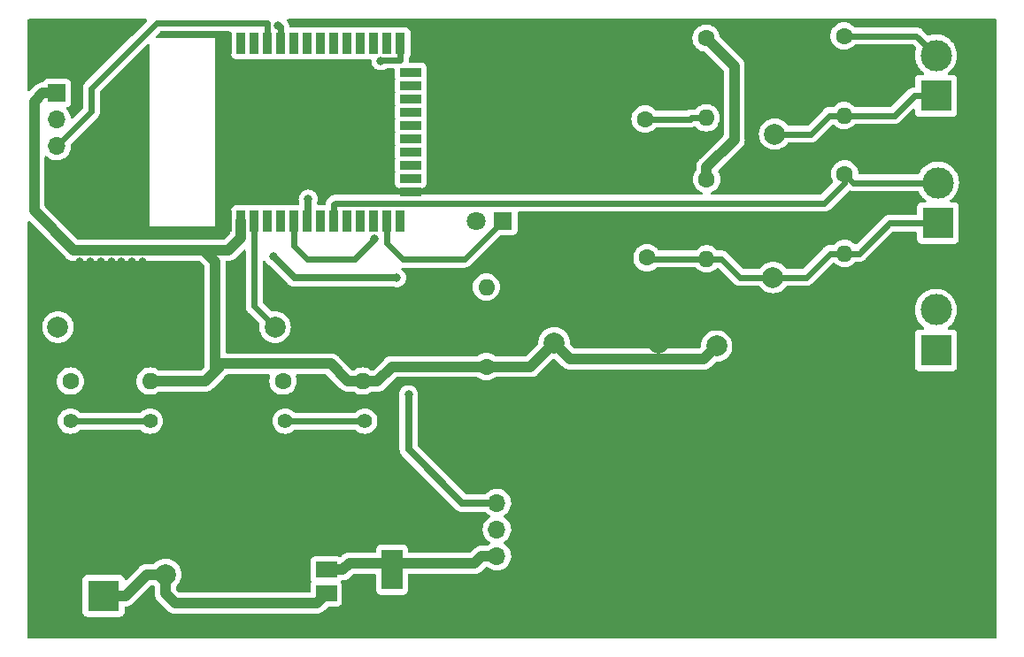
<source format=gbr>
%TF.GenerationSoftware,KiCad,Pcbnew,6.0.8-f2edbf62ab~116~ubuntu20.04.1*%
%TF.CreationDate,2023-03-15T13:48:07-03:00*%
%TF.ProjectId,placa-TAI,706c6163-612d-4544-9149-2e6b69636164,rev?*%
%TF.SameCoordinates,Original*%
%TF.FileFunction,Copper,L1,Top*%
%TF.FilePolarity,Positive*%
%FSLAX46Y46*%
G04 Gerber Fmt 4.6, Leading zero omitted, Abs format (unit mm)*
G04 Created by KiCad (PCBNEW 6.0.8-f2edbf62ab~116~ubuntu20.04.1) date 2023-03-15 13:48:07*
%MOMM*%
%LPD*%
G01*
G04 APERTURE LIST*
%TA.AperFunction,ComponentPad*%
%ADD10C,1.397000*%
%TD*%
%TA.AperFunction,ComponentPad*%
%ADD11C,1.600000*%
%TD*%
%TA.AperFunction,ComponentPad*%
%ADD12O,1.600000X1.600000*%
%TD*%
%TA.AperFunction,ComponentPad*%
%ADD13R,1.700000X1.700000*%
%TD*%
%TA.AperFunction,ComponentPad*%
%ADD14O,1.700000X1.700000*%
%TD*%
%TA.AperFunction,ComponentPad*%
%ADD15R,3.000000X3.000000*%
%TD*%
%TA.AperFunction,ComponentPad*%
%ADD16C,3.000000*%
%TD*%
%TA.AperFunction,ComponentPad*%
%ADD17C,2.000000*%
%TD*%
%TA.AperFunction,SMDPad,CuDef*%
%ADD18R,0.900000X2.000000*%
%TD*%
%TA.AperFunction,SMDPad,CuDef*%
%ADD19R,2.000000X0.900000*%
%TD*%
%TA.AperFunction,SMDPad,CuDef*%
%ADD20R,1.330000X1.330000*%
%TD*%
%TA.AperFunction,ComponentPad*%
%ADD21R,1.800000X1.800000*%
%TD*%
%TA.AperFunction,ComponentPad*%
%ADD22C,1.800000*%
%TD*%
%TA.AperFunction,SMDPad,CuDef*%
%ADD23R,2.000000X1.500000*%
%TD*%
%TA.AperFunction,SMDPad,CuDef*%
%ADD24R,2.000000X3.800000*%
%TD*%
%TA.AperFunction,ViaPad*%
%ADD25C,0.800000*%
%TD*%
%TA.AperFunction,Conductor*%
%ADD26C,1.000000*%
%TD*%
%TA.AperFunction,Conductor*%
%ADD27C,0.700000*%
%TD*%
%TA.AperFunction,Conductor*%
%ADD28C,0.600000*%
%TD*%
G04 APERTURE END LIST*
D10*
%TO.P,SW1,1,1*%
%TO.N,RST*%
X95760000Y-99700000D03*
X103380000Y-99700000D03*
%TO.P,SW1,2,2*%
%TO.N,GND*%
X95760000Y-104780000D03*
X103380000Y-104780000D03*
%TD*%
D11*
%TO.P,R9,1*%
%TO.N,RST*%
X95760000Y-95870000D03*
D12*
%TO.P,R9,2*%
%TO.N,3.3V*%
X103380000Y-95870000D03*
%TD*%
D11*
%TO.P,R7,1*%
%TO.N,Net-(C7-Pad1)*%
X150920000Y-84060000D03*
D12*
%TO.P,R7,2*%
%TO.N,GND*%
X150920000Y-76440000D03*
%TD*%
D13*
%TO.P,J3,1,Pin_1*%
%TO.N,GND*%
X136560000Y-105000000D03*
D14*
%TO.P,J3,2,Pin_2*%
%TO.N,ADC1*%
X136560000Y-107540000D03*
%TO.P,J3,3,Pin_3*%
%TO.N,unconnected-(J3-Pad3)*%
X136560000Y-110080000D03*
%TO.P,J3,4,Pin_4*%
%TO.N,3.3V*%
X136560000Y-112620000D03*
%TD*%
D15*
%TO.P,J6,1,Pin_1*%
%TO.N,Net-(C7-Pad1)*%
X178750000Y-80752500D03*
D16*
%TO.P,J6,2,Pin_2*%
%TO.N,ADC2*%
X178750000Y-76872500D03*
%TD*%
D15*
%TO.P,J1,1,Pin_1*%
%TO.N,Net-(C1-Pad1)*%
X178560000Y-68567500D03*
D16*
%TO.P,J1,2,Pin_2*%
%TO.N,ADC0*%
X178560000Y-64687500D03*
%TD*%
D11*
%TO.P,R2,1*%
%TO.N,3.3V*%
X156580000Y-63030000D03*
D12*
%TO.P,R2,2*%
%TO.N,Net-(C1-Pad1)*%
X156580000Y-70650000D03*
%TD*%
D17*
%TO.P,C3,1*%
%TO.N,5V*%
X104860000Y-114390000D03*
%TO.P,C3,2*%
%TO.N,GND*%
X114860000Y-114390000D03*
%TD*%
%TO.P,C2,1*%
%TO.N,FSH*%
X115340000Y-90700000D03*
%TO.P,C2,2*%
%TO.N,GND*%
X125340000Y-90700000D03*
%TD*%
%TO.P,C6,1*%
%TO.N,3.3V*%
X142030000Y-92210000D03*
%TO.P,C6,2*%
%TO.N,GND*%
X152030000Y-92210000D03*
%TD*%
D11*
%TO.P,R5,1*%
%TO.N,ADC2*%
X169830000Y-76020000D03*
D12*
%TO.P,R5,2*%
%TO.N,Net-(C7-Pad1)*%
X169830000Y-83640000D03*
%TD*%
D11*
%TO.P,R8,1*%
%TO.N,3.3V*%
X135550000Y-94480000D03*
D12*
%TO.P,R8,2*%
%TO.N,Net-(D3-Pad2)*%
X135550000Y-86860000D03*
%TD*%
D13*
%TO.P,J4,1,Pin_1*%
%TO.N,3.3V*%
X94460000Y-68290000D03*
D14*
%TO.P,J4,2,Pin_2*%
%TO.N,TX*%
X94460000Y-70830000D03*
%TO.P,J4,3,Pin_3*%
%TO.N,RX*%
X94460000Y-73370000D03*
%TO.P,J4,4,Pin_4*%
%TO.N,GND*%
X94460000Y-75910000D03*
%TD*%
D11*
%TO.P,R1,1*%
%TO.N,ADC0*%
X169760000Y-62820000D03*
D12*
%TO.P,R1,2*%
%TO.N,Net-(C1-Pad1)*%
X169760000Y-70440000D03*
%TD*%
D17*
%TO.P,C5,1*%
%TO.N,RST*%
X94570000Y-90700000D03*
%TO.P,C5,2*%
%TO.N,GND*%
X104570000Y-90700000D03*
%TD*%
D15*
%TO.P,J5,1,Pin_1*%
%TO.N,5V*%
X98920000Y-116430000D03*
D16*
%TO.P,J5,2,Pin_2*%
%TO.N,GND*%
X95040000Y-116430000D03*
%TD*%
D18*
%TO.P,U1,1,GND*%
%TO.N,GND*%
X110810000Y-80527500D03*
%TO.P,U1,2,3V3*%
%TO.N,3.3V*%
X112080000Y-80527500D03*
%TO.P,U1,3,EN*%
%TO.N,FSH*%
X113350000Y-80527500D03*
%TO.P,U1,4,SENSOR_VP*%
%TO.N,unconnected-(U1-Pad4)*%
X114620000Y-80527500D03*
%TO.P,U1,5,SENSOR_VN*%
%TO.N,unconnected-(U1-Pad5)*%
X115890000Y-80527500D03*
%TO.P,U1,6,IO34*%
%TO.N,ADC0*%
X117160000Y-80527500D03*
%TO.P,U1,7,IO35*%
%TO.N,ADC1*%
X118430000Y-80527500D03*
%TO.P,U1,8,IO32*%
%TO.N,unconnected-(U1-Pad8)*%
X119700000Y-80527500D03*
%TO.P,U1,9,IO33*%
%TO.N,ADC2*%
X120970000Y-80527500D03*
%TO.P,U1,10,IO25*%
%TO.N,unconnected-(U1-Pad10)*%
X122240000Y-80527500D03*
%TO.P,U1,11,IO26*%
%TO.N,unconnected-(U1-Pad11)*%
X123510000Y-80527500D03*
%TO.P,U1,12,IO27*%
%TO.N,unconnected-(U1-Pad12)*%
X124780000Y-80527500D03*
%TO.P,U1,13,IO14*%
%TO.N,LED*%
X126050000Y-80527500D03*
%TO.P,U1,14,IO12*%
%TO.N,unconnected-(U1-Pad14)*%
X127320000Y-80527500D03*
D19*
%TO.P,U1,15,GND*%
%TO.N,GND*%
X128320000Y-77742500D03*
%TO.P,U1,16,IO13*%
%TO.N,unconnected-(U1-Pad16)*%
X128320000Y-76472500D03*
%TO.P,U1,17,SHD/SD2*%
%TO.N,unconnected-(U1-Pad17)*%
X128320000Y-75202500D03*
%TO.P,U1,18,SWP/SD3*%
%TO.N,unconnected-(U1-Pad18)*%
X128320000Y-73932500D03*
%TO.P,U1,19,SCS/CMD*%
%TO.N,unconnected-(U1-Pad19)*%
X128320000Y-72662500D03*
%TO.P,U1,20,SCK/CLK*%
%TO.N,unconnected-(U1-Pad20)*%
X128320000Y-71392500D03*
%TO.P,U1,21,SDO/SD0*%
%TO.N,unconnected-(U1-Pad21)*%
X128320000Y-70122500D03*
%TO.P,U1,22,SDI/SD1*%
%TO.N,unconnected-(U1-Pad22)*%
X128320000Y-68852500D03*
%TO.P,U1,23,IO15*%
%TO.N,unconnected-(U1-Pad23)*%
X128320000Y-67582500D03*
%TO.P,U1,24,IO2*%
%TO.N,unconnected-(U1-Pad24)*%
X128320000Y-66312500D03*
D18*
%TO.P,U1,25,IO0*%
%TO.N,RST*%
X127320000Y-63527500D03*
%TO.P,U1,26,IO4*%
%TO.N,unconnected-(U1-Pad26)*%
X126050000Y-63527500D03*
%TO.P,U1,27,IO16*%
%TO.N,unconnected-(U1-Pad27)*%
X124780000Y-63527500D03*
%TO.P,U1,28,IO17*%
%TO.N,unconnected-(U1-Pad28)*%
X123510000Y-63527500D03*
%TO.P,U1,29,IO5*%
%TO.N,unconnected-(U1-Pad29)*%
X122240000Y-63527500D03*
%TO.P,U1,30,IO18*%
%TO.N,unconnected-(U1-Pad30)*%
X120970000Y-63527500D03*
%TO.P,U1,31,IO19*%
%TO.N,unconnected-(U1-Pad31)*%
X119700000Y-63527500D03*
%TO.P,U1,32,NC*%
%TO.N,unconnected-(U1-Pad32)*%
X118430000Y-63527500D03*
%TO.P,U1,33,IO21*%
%TO.N,unconnected-(U1-Pad33)*%
X117160000Y-63527500D03*
%TO.P,U1,34,RXD0*%
%TO.N,TX*%
X115890000Y-63527500D03*
%TO.P,U1,35,TXD0*%
%TO.N,RX*%
X114620000Y-63527500D03*
%TO.P,U1,36,IO22*%
%TO.N,unconnected-(U1-Pad36)*%
X113350000Y-63527500D03*
%TO.P,U1,37,IO23*%
%TO.N,unconnected-(U1-Pad37)*%
X112080000Y-63527500D03*
%TO.P,U1,38,GND*%
%TO.N,GND*%
X110810000Y-63527500D03*
D20*
%TO.P,U1,39_1,GND*%
X116475000Y-74862500D03*
%TO.P,U1,39_2,GND*%
X116475000Y-73027500D03*
%TO.P,U1,39_3,GND*%
X116475000Y-71192500D03*
%TO.P,U1,39_4,GND*%
X118310000Y-74862500D03*
%TO.P,U1,39_5,GND*%
X118310000Y-73027500D03*
%TO.P,U1,39_6,GND*%
X118310000Y-71192500D03*
%TO.P,U1,39_7,GND*%
X120145000Y-74862500D03*
%TO.P,U1,39_8,GND*%
X120145000Y-73027500D03*
%TO.P,U1,39_9,GND*%
X120145000Y-71192500D03*
%TD*%
D15*
%TO.P,J2,1,Pin_1*%
%TO.N,FASE*%
X178560000Y-92937500D03*
D16*
%TO.P,J2,2,Pin_2*%
%TO.N,NEUTRO*%
X178560000Y-89057500D03*
%TD*%
D17*
%TO.P,C4,1*%
%TO.N,3.3V*%
X157570000Y-92520000D03*
%TO.P,C4,2*%
%TO.N,GND*%
X167570000Y-92520000D03*
%TD*%
D21*
%TO.P,D3,1,K*%
%TO.N,LED*%
X137120000Y-80510000D03*
D22*
%TO.P,D3,2,A*%
%TO.N,Net-(D3-Pad2)*%
X134580000Y-80510000D03*
%TD*%
D23*
%TO.P,U2,1,GND*%
%TO.N,GND*%
X120230000Y-111620000D03*
D24*
%TO.P,U2,2,VO*%
%TO.N,3.3V*%
X126530000Y-113920000D03*
D23*
X120230000Y-113920000D03*
%TO.P,U2,3,VI*%
%TO.N,5V*%
X120230000Y-116220000D03*
%TD*%
D11*
%TO.P,R4,1*%
%TO.N,FSH*%
X116100000Y-95870000D03*
D12*
%TO.P,R4,2*%
%TO.N,3.3V*%
X123720000Y-95870000D03*
%TD*%
D10*
%TO.P,SW2,1,1*%
%TO.N,FSH*%
X123920000Y-99700000D03*
X116300000Y-99700000D03*
%TO.P,SW2,2,2*%
%TO.N,GND*%
X116300000Y-104780000D03*
X123920000Y-104780000D03*
%TD*%
D11*
%TO.P,R6,1*%
%TO.N,3.3V*%
X156630000Y-76550000D03*
D12*
%TO.P,R6,2*%
%TO.N,Net-(C7-Pad1)*%
X156630000Y-84170000D03*
%TD*%
D11*
%TO.P,R3,1*%
%TO.N,Net-(C1-Pad1)*%
X150730000Y-70770000D03*
D12*
%TO.P,R3,2*%
%TO.N,GND*%
X150730000Y-63150000D03*
%TD*%
D17*
%TO.P,C7,1*%
%TO.N,Net-(C7-Pad1)*%
X162980000Y-85950000D03*
%TO.P,C7,2*%
%TO.N,GND*%
X162980000Y-75950000D03*
%TD*%
%TO.P,C1,1*%
%TO.N,Net-(C1-Pad1)*%
X163130000Y-72210000D03*
%TO.P,C1,2*%
%TO.N,GND*%
X163130000Y-62210000D03*
%TD*%
D25*
%TO.N,GND*%
X175900000Y-113170000D03*
X179900000Y-108170000D03*
X179900000Y-109170000D03*
X179900000Y-110170000D03*
X176900000Y-105170000D03*
X176900000Y-106170000D03*
X176900000Y-107170000D03*
X178900000Y-113170000D03*
X177900000Y-104170000D03*
X177900000Y-105170000D03*
X179900000Y-104170000D03*
X179900000Y-105170000D03*
X179900000Y-106170000D03*
X179900000Y-107170000D03*
X176900000Y-108170000D03*
X176900000Y-109170000D03*
X176900000Y-110170000D03*
X177900000Y-109170000D03*
X177900000Y-110170000D03*
X177900000Y-111170000D03*
X175900000Y-111170000D03*
X175900000Y-110170000D03*
X175900000Y-108170000D03*
X175900000Y-112170000D03*
X177900000Y-112170000D03*
X177900000Y-113170000D03*
X176900000Y-104170000D03*
X179900000Y-111170000D03*
X179900000Y-112170000D03*
X179900000Y-113170000D03*
X178900000Y-104170000D03*
X178900000Y-105170000D03*
X178900000Y-106170000D03*
X175900000Y-109170000D03*
X175900000Y-107170000D03*
X175900000Y-104170000D03*
X175900000Y-105170000D03*
X175900000Y-106170000D03*
X178900000Y-107170000D03*
X178900000Y-108170000D03*
X178900000Y-109170000D03*
X178900000Y-110170000D03*
X178900000Y-111170000D03*
X178900000Y-112170000D03*
X176900000Y-111170000D03*
X176900000Y-112170000D03*
X176900000Y-113170000D03*
X177900000Y-106170000D03*
X177900000Y-107170000D03*
X177900000Y-108170000D03*
X101660000Y-86430000D03*
X97660000Y-85430000D03*
X102660000Y-86430000D03*
X98660000Y-86430000D03*
X98660000Y-84430000D03*
X99660000Y-84430000D03*
X101660000Y-84430000D03*
X97660000Y-84430000D03*
X97660000Y-86430000D03*
X100660000Y-84430000D03*
X102660000Y-84430000D03*
X96660000Y-86430000D03*
X100660000Y-85430000D03*
X99660000Y-85430000D03*
X100660000Y-86430000D03*
X99660000Y-86430000D03*
X102660000Y-85430000D03*
X101660000Y-85430000D03*
X96660000Y-84430000D03*
X98660000Y-85430000D03*
X96660000Y-85430000D03*
X141160000Y-64070000D03*
X143160000Y-64070000D03*
X144160000Y-64070000D03*
X146160000Y-64070000D03*
X147160000Y-64070000D03*
X145160000Y-62070000D03*
X146160000Y-62070000D03*
X143160000Y-63070000D03*
X144160000Y-63070000D03*
X145160000Y-63070000D03*
X141160000Y-62070000D03*
X145160000Y-64070000D03*
X146160000Y-63070000D03*
X142160000Y-64070000D03*
X142160000Y-62070000D03*
X143160000Y-62070000D03*
X144160000Y-62070000D03*
X147160000Y-63070000D03*
X147160000Y-62070000D03*
X141160000Y-63070000D03*
X142160000Y-63070000D03*
X171910000Y-88580000D03*
X171910000Y-89580000D03*
X171910000Y-90580000D03*
X170910000Y-93580000D03*
X171910000Y-87580000D03*
X169910000Y-89580000D03*
X169910000Y-90580000D03*
X169910000Y-91580000D03*
X169910000Y-92580000D03*
X169910000Y-93580000D03*
X171910000Y-91580000D03*
X171910000Y-92580000D03*
X171910000Y-93580000D03*
X170910000Y-87580000D03*
X170910000Y-88580000D03*
X170910000Y-89580000D03*
X170910000Y-90580000D03*
X170910000Y-91580000D03*
X170910000Y-92580000D03*
X169910000Y-87580000D03*
X169910000Y-88580000D03*
X106580000Y-100440000D03*
X111580000Y-104440000D03*
X110580000Y-104440000D03*
X109580000Y-104440000D03*
X112580000Y-101440000D03*
X106580000Y-103440000D03*
X112580000Y-104440000D03*
X111580000Y-101440000D03*
X110580000Y-101440000D03*
X109580000Y-101440000D03*
X110580000Y-102440000D03*
X109580000Y-102440000D03*
X108580000Y-102440000D03*
X108580000Y-100440000D03*
X109580000Y-100440000D03*
X111580000Y-100440000D03*
X107580000Y-100440000D03*
X107580000Y-102440000D03*
X106580000Y-102440000D03*
X108580000Y-104440000D03*
X107580000Y-104440000D03*
X106580000Y-104440000D03*
X110580000Y-100440000D03*
X112580000Y-100440000D03*
X112580000Y-103440000D03*
X111580000Y-103440000D03*
X110580000Y-103440000D03*
X109580000Y-103440000D03*
X108580000Y-103440000D03*
X107580000Y-103440000D03*
X108580000Y-101440000D03*
X107580000Y-101440000D03*
X106580000Y-101440000D03*
X112580000Y-102440000D03*
X111580000Y-102440000D03*
X132040000Y-62280000D03*
X137040000Y-66280000D03*
X136040000Y-66280000D03*
X135040000Y-66280000D03*
X138040000Y-63280000D03*
X132040000Y-65280000D03*
X138040000Y-66280000D03*
X137040000Y-63280000D03*
X136040000Y-63280000D03*
X135040000Y-63280000D03*
X136040000Y-64280000D03*
X135040000Y-64280000D03*
X134040000Y-64280000D03*
X134040000Y-62280000D03*
X135040000Y-62280000D03*
X137040000Y-62280000D03*
X133040000Y-62280000D03*
X133040000Y-64280000D03*
X132040000Y-64280000D03*
X134040000Y-66280000D03*
X133040000Y-66280000D03*
X132040000Y-66280000D03*
X136040000Y-62280000D03*
X138040000Y-62280000D03*
X138040000Y-65280000D03*
X137040000Y-65280000D03*
X136040000Y-65280000D03*
X135040000Y-65280000D03*
X134040000Y-65280000D03*
X133040000Y-65280000D03*
X134040000Y-63280000D03*
X133040000Y-63280000D03*
X132040000Y-63280000D03*
X138040000Y-64280000D03*
X137040000Y-64280000D03*
X142520000Y-72280000D03*
X147520000Y-76280000D03*
X146520000Y-76280000D03*
X145520000Y-76280000D03*
X148520000Y-73280000D03*
X142520000Y-75280000D03*
X148520000Y-76280000D03*
X147520000Y-73280000D03*
X146520000Y-73280000D03*
X145520000Y-73280000D03*
X146520000Y-74280000D03*
X145520000Y-74280000D03*
X144520000Y-74280000D03*
X144520000Y-72280000D03*
X145520000Y-72280000D03*
X147520000Y-72280000D03*
X143520000Y-72280000D03*
X143520000Y-74280000D03*
X142520000Y-74280000D03*
X144520000Y-76280000D03*
X143520000Y-76280000D03*
X142520000Y-76280000D03*
X146520000Y-72280000D03*
X148520000Y-72280000D03*
X148520000Y-75280000D03*
X147520000Y-75280000D03*
X146520000Y-75280000D03*
X145520000Y-75280000D03*
X144520000Y-75280000D03*
X143520000Y-75280000D03*
X144520000Y-73280000D03*
X143520000Y-73280000D03*
X142520000Y-73280000D03*
X148520000Y-74280000D03*
X147520000Y-74280000D03*
X141370000Y-82550000D03*
X146370000Y-86550000D03*
X145370000Y-86550000D03*
X144370000Y-86550000D03*
X147370000Y-83550000D03*
X141370000Y-85550000D03*
X147370000Y-86550000D03*
X146370000Y-83550000D03*
X145370000Y-83550000D03*
X144370000Y-83550000D03*
X145370000Y-84550000D03*
X144370000Y-84550000D03*
X143370000Y-84550000D03*
X143370000Y-82550000D03*
X144370000Y-82550000D03*
X146370000Y-82550000D03*
X142370000Y-82550000D03*
X142370000Y-84550000D03*
X141370000Y-84550000D03*
X143370000Y-86550000D03*
X142370000Y-86550000D03*
X141370000Y-86550000D03*
X145370000Y-82550000D03*
X147370000Y-82550000D03*
X147370000Y-85550000D03*
X146370000Y-85550000D03*
X145370000Y-85550000D03*
X144370000Y-85550000D03*
X143370000Y-85550000D03*
X142370000Y-85550000D03*
X143370000Y-83550000D03*
X142370000Y-83550000D03*
X141370000Y-83550000D03*
X147370000Y-84550000D03*
X146370000Y-84550000D03*
X148610000Y-104150000D03*
X148610000Y-105150000D03*
X148610000Y-106150000D03*
X148610000Y-107150000D03*
X148610000Y-108150000D03*
X148610000Y-109150000D03*
X148610000Y-110150000D03*
X148610000Y-111150000D03*
X148610000Y-112150000D03*
X148610000Y-113150000D03*
X147610000Y-104150000D03*
X147610000Y-105150000D03*
X147610000Y-106150000D03*
X147610000Y-107150000D03*
X147610000Y-108150000D03*
X147610000Y-109150000D03*
X147610000Y-110150000D03*
X147610000Y-111150000D03*
X147610000Y-112150000D03*
X147610000Y-113150000D03*
X146610000Y-104150000D03*
X146610000Y-105150000D03*
X146610000Y-106150000D03*
X146610000Y-107150000D03*
X146610000Y-108150000D03*
X146610000Y-109150000D03*
X146610000Y-110150000D03*
X146610000Y-111150000D03*
X146610000Y-112150000D03*
X146610000Y-113150000D03*
X145610000Y-104150000D03*
X145610000Y-105150000D03*
X145610000Y-106150000D03*
X145610000Y-107150000D03*
X145610000Y-108150000D03*
X145610000Y-109150000D03*
X145610000Y-110150000D03*
X145610000Y-111150000D03*
X145610000Y-112150000D03*
X145610000Y-113150000D03*
X144610000Y-104150000D03*
X144610000Y-105150000D03*
X144610000Y-106150000D03*
X144610000Y-107150000D03*
X144610000Y-108150000D03*
X144610000Y-109150000D03*
X144610000Y-110150000D03*
X144610000Y-111150000D03*
X144610000Y-112150000D03*
X144610000Y-113150000D03*
X95580000Y-63990000D03*
%TO.N,ADC1*%
X118510000Y-78440000D03*
X115190000Y-83960000D03*
X126960000Y-85980000D03*
X128100000Y-97170000D03*
%TO.N,ADC0*%
X124877800Y-82251500D03*
%TO.N,RST*%
X125457800Y-65203300D03*
%TO.N,TX*%
X115614300Y-61859200D03*
%TD*%
D26*
%TO.N,3.3V*%
X109600000Y-84410000D02*
X108660000Y-83470000D01*
X108660000Y-83470000D02*
X108660000Y-83330000D01*
X108660000Y-83330000D02*
X110877500Y-83330000D01*
X110877500Y-83330000D02*
X112080000Y-82127500D01*
X112080000Y-82127500D02*
X112080000Y-80527500D01*
X108660000Y-83330000D02*
X110880000Y-83330000D01*
X109600000Y-94770000D02*
X109600000Y-84410000D01*
X96050000Y-83330000D02*
X108660000Y-83330000D01*
D27*
X109600000Y-84410000D02*
X109600000Y-84270000D01*
X109600000Y-84270000D02*
X108660000Y-83330000D01*
D26*
X109955000Y-94567500D02*
X109752500Y-94770000D01*
X109752500Y-94770000D02*
X109600000Y-94770000D01*
X94460000Y-68290000D02*
X93100000Y-68290000D01*
X93100000Y-68290000D02*
X92290000Y-69100000D01*
X92290000Y-69100000D02*
X92290000Y-79570000D01*
X92290000Y-79570000D02*
X96050000Y-83330000D01*
X110880000Y-83330000D02*
X111210000Y-83000000D01*
X109955000Y-94567500D02*
X108652500Y-95870000D01*
X108652500Y-95870000D02*
X103380000Y-95870000D01*
X123720000Y-95870000D02*
X122320000Y-95870000D01*
X122320000Y-95870000D02*
X120670000Y-94220000D01*
X120670000Y-94220000D02*
X110302500Y-94220000D01*
X110302500Y-94220000D02*
X109955000Y-94567500D01*
%TO.N,5V*%
X104860000Y-114390000D02*
X103060000Y-114390000D01*
X103060000Y-114390000D02*
X101020000Y-116430000D01*
X101020000Y-116430000D02*
X98920000Y-116430000D01*
X120230000Y-116220000D02*
X119330000Y-117120000D01*
X119330000Y-117120000D02*
X105760000Y-117120000D01*
X105760000Y-117120000D02*
X104860000Y-116220000D01*
D28*
%TO.N,RX*%
X114620000Y-63527500D02*
X114620000Y-61570000D01*
X114620000Y-61570000D02*
X104030000Y-61570000D01*
X104030000Y-61570000D02*
X102130000Y-63470000D01*
X102130000Y-63470000D02*
X102129500Y-63470000D01*
X102129500Y-63470000D02*
X97775800Y-67823700D01*
X97775800Y-67823700D02*
X97775800Y-70054200D01*
X97775800Y-70054200D02*
X94460000Y-73370000D01*
D26*
%TO.N,3.3V*%
X156630000Y-75400000D02*
X159260000Y-72770000D01*
X156630000Y-76550000D02*
X156630000Y-75400000D01*
X159260000Y-72770000D02*
X159260000Y-65710000D01*
X159260000Y-65710000D02*
X156580000Y-63030000D01*
D28*
%TO.N,ADC2*%
X120970000Y-78977300D02*
X121107300Y-78840000D01*
X121107300Y-78840000D02*
X167862500Y-78840000D01*
X167862500Y-78840000D02*
X169830000Y-76872500D01*
X169830000Y-76872500D02*
X169830000Y-76020000D01*
D27*
%TO.N,ADC1*%
X128100000Y-97170000D02*
X128110000Y-97180000D01*
X128110000Y-97180000D02*
X128110000Y-102390000D01*
X128110000Y-102390000D02*
X133260000Y-107540000D01*
X133260000Y-107540000D02*
X136560000Y-107540000D01*
X126960000Y-85980000D02*
X117210000Y-85980000D01*
X117210000Y-85980000D02*
X115190000Y-83960000D01*
X118510000Y-78440000D02*
X118510000Y-80447500D01*
X118510000Y-80447500D02*
X118430000Y-80527500D01*
D28*
%TO.N,ADC2*%
X169830000Y-76020000D02*
X170682500Y-76872500D01*
X170682500Y-76872500D02*
X178750000Y-76872500D01*
%TO.N,Net-(C1-Pad1)*%
X178560000Y-68567500D02*
X176460000Y-68567500D01*
X156580000Y-70650000D02*
X155180000Y-70650000D01*
X163130000Y-72210000D02*
X166590000Y-72210000D01*
X174587500Y-70440000D02*
X176460000Y-68567500D01*
X155060000Y-70770000D02*
X155180000Y-70650000D01*
X150730000Y-70770000D02*
X155060000Y-70770000D01*
X169760000Y-70440000D02*
X168360000Y-70440000D01*
X166590000Y-72210000D02*
X168360000Y-70440000D01*
X169760000Y-70440000D02*
X174587500Y-70440000D01*
D26*
%TO.N,3.3V*%
X139760000Y-94480000D02*
X142030000Y-92210000D01*
X134435000Y-113295000D02*
X126530000Y-113295000D01*
X136560000Y-112620000D02*
X135110000Y-112620000D01*
X143584000Y-93764000D02*
X142030000Y-92210000D01*
X120230000Y-113920000D02*
X121830000Y-113920000D01*
X135550000Y-94480000D02*
X139760000Y-94480000D01*
X125120000Y-95870000D02*
X126510000Y-94480000D01*
X126530000Y-113920000D02*
X126530000Y-113295000D01*
X157570000Y-92520000D02*
X156326000Y-93764000D01*
X135110000Y-112620000D02*
X134435000Y-113295000D01*
X156326000Y-93764000D02*
X143584000Y-93764000D01*
X122455000Y-113295000D02*
X121830000Y-113920000D01*
X126510000Y-94480000D02*
X135550000Y-94480000D01*
X126530000Y-113295000D02*
X122455000Y-113295000D01*
X123720000Y-95870000D02*
X125120000Y-95870000D01*
%TO.N,5V*%
X104860000Y-116220000D02*
X104860000Y-114390000D01*
D28*
%TO.N,ADC1*%
X118430000Y-80527500D02*
X118430000Y-78927500D01*
%TO.N,ADC2*%
X120970000Y-80527500D02*
X120970000Y-79177400D01*
X120970000Y-79027100D02*
X120970000Y-78977300D01*
X120970000Y-79177400D02*
X120970000Y-79027100D01*
%TO.N,Net-(C7-Pad1)*%
X159810000Y-85950000D02*
X162980000Y-85950000D01*
X151030000Y-84170000D02*
X150920000Y-84060000D01*
X169830000Y-83640000D02*
X168430000Y-83640000D01*
X156630000Y-84170000D02*
X158030000Y-84170000D01*
X174117500Y-80752500D02*
X171230000Y-83640000D01*
X178750000Y-80752500D02*
X174117500Y-80752500D01*
X162980000Y-85950000D02*
X166120000Y-85950000D01*
X166120000Y-85950000D02*
X168430000Y-83640000D01*
X158030000Y-84170000D02*
X159810000Y-85950000D01*
X156630000Y-84170000D02*
X151030000Y-84170000D01*
X169830000Y-83640000D02*
X171230000Y-83640000D01*
%TO.N,ADC0*%
X117160000Y-82900000D02*
X118420000Y-84160000D01*
X169760000Y-62820000D02*
X176692500Y-62820000D01*
X122969300Y-84160000D02*
X124877800Y-82251500D01*
X117160000Y-80527500D02*
X117160000Y-82900000D01*
X118420000Y-84160000D02*
X122969300Y-84160000D01*
X176692500Y-62820000D02*
X178560000Y-64687500D01*
%TO.N,LED*%
X127590000Y-84190000D02*
X126050000Y-82650000D01*
X133440000Y-84190000D02*
X127590000Y-84190000D01*
X126050000Y-82650000D02*
X126050000Y-80527500D01*
X137120000Y-80510000D02*
X133440000Y-84190000D01*
%TO.N,RST*%
X127320000Y-65127500D02*
X125533600Y-65127500D01*
X127320000Y-63527500D02*
X127320000Y-65127500D01*
X95760000Y-99700000D02*
X103380000Y-99700000D01*
X125533600Y-65127500D02*
X125457800Y-65203300D01*
%TO.N,FSH*%
X123920000Y-99700000D02*
X116300000Y-99700000D01*
X113350000Y-80527500D02*
X113350000Y-88710000D01*
X113350000Y-88710000D02*
X115340000Y-90700000D01*
%TO.N,TX*%
X115682600Y-61927500D02*
X115614300Y-61859200D01*
X115890000Y-61927500D02*
X115682600Y-61927500D01*
X115890000Y-63527500D02*
X115890000Y-61927500D01*
%TD*%
%TA.AperFunction,Conductor*%
%TO.N,GND*%
G36*
X184323621Y-61218502D02*
G01*
X184370114Y-61272158D01*
X184381500Y-61324500D01*
X184381500Y-120365500D01*
X184361498Y-120433621D01*
X184307842Y-120480114D01*
X184255500Y-120491500D01*
X91784500Y-120491500D01*
X91716379Y-120471498D01*
X91669886Y-120417842D01*
X91658500Y-120365500D01*
X91658500Y-117978134D01*
X96911500Y-117978134D01*
X96918255Y-118040316D01*
X96969385Y-118176705D01*
X97056739Y-118293261D01*
X97173295Y-118380615D01*
X97309684Y-118431745D01*
X97371866Y-118438500D01*
X100468134Y-118438500D01*
X100530316Y-118431745D01*
X100666705Y-118380615D01*
X100783261Y-118293261D01*
X100870615Y-118176705D01*
X100921745Y-118040316D01*
X100928500Y-117978134D01*
X100928500Y-117565859D01*
X100948502Y-117497738D01*
X101002158Y-117451245D01*
X101043521Y-117440338D01*
X101059390Y-117438950D01*
X101064214Y-117438621D01*
X101066686Y-117438500D01*
X101069769Y-117438500D01*
X101081738Y-117437326D01*
X101112506Y-117434310D01*
X101113819Y-117434188D01*
X101158084Y-117430315D01*
X101206413Y-117426087D01*
X101211532Y-117424600D01*
X101216833Y-117424080D01*
X101305834Y-117397209D01*
X101306967Y-117396874D01*
X101390414Y-117372630D01*
X101390418Y-117372628D01*
X101396336Y-117370909D01*
X101401068Y-117368456D01*
X101406169Y-117366916D01*
X101411612Y-117364022D01*
X101488260Y-117323269D01*
X101489426Y-117322657D01*
X101566453Y-117282729D01*
X101571926Y-117279892D01*
X101576089Y-117276569D01*
X101580796Y-117274066D01*
X101652918Y-117215245D01*
X101653774Y-117214554D01*
X101692973Y-117183262D01*
X101695477Y-117180758D01*
X101696195Y-117180116D01*
X101700528Y-117176415D01*
X101734062Y-117149065D01*
X101763288Y-117113737D01*
X101771277Y-117104958D01*
X102605620Y-116270615D01*
X103440829Y-115435405D01*
X103503141Y-115401380D01*
X103529924Y-115398500D01*
X103679444Y-115398500D01*
X103747565Y-115418502D01*
X103775254Y-115442668D01*
X103790031Y-115459969D01*
X103793787Y-115463177D01*
X103793788Y-115463178D01*
X103807332Y-115474746D01*
X103846140Y-115534197D01*
X103851500Y-115570556D01*
X103851500Y-116158157D01*
X103850763Y-116171764D01*
X103848930Y-116188642D01*
X103846676Y-116209388D01*
X103847213Y-116215523D01*
X103851050Y-116259388D01*
X103851379Y-116264214D01*
X103851500Y-116266686D01*
X103851500Y-116269769D01*
X103851801Y-116272837D01*
X103855690Y-116312506D01*
X103855812Y-116313819D01*
X103856580Y-116322598D01*
X103863913Y-116406413D01*
X103865400Y-116411532D01*
X103865920Y-116416833D01*
X103892791Y-116505834D01*
X103893126Y-116506967D01*
X103919091Y-116596336D01*
X103921544Y-116601068D01*
X103923084Y-116606169D01*
X103925978Y-116611612D01*
X103966731Y-116688260D01*
X103967343Y-116689426D01*
X104010108Y-116771926D01*
X104013431Y-116776089D01*
X104015934Y-116780796D01*
X104074755Y-116852918D01*
X104075446Y-116853774D01*
X104106738Y-116892973D01*
X104109242Y-116895477D01*
X104109884Y-116896195D01*
X104113585Y-116900528D01*
X104140935Y-116934062D01*
X104176267Y-116963291D01*
X104185037Y-116971272D01*
X105003149Y-117789383D01*
X105012251Y-117799527D01*
X105035968Y-117829025D01*
X105040696Y-117832992D01*
X105074421Y-117861291D01*
X105078069Y-117864472D01*
X105079881Y-117866115D01*
X105082075Y-117868309D01*
X105115349Y-117895642D01*
X105116147Y-117896304D01*
X105187474Y-117956154D01*
X105192144Y-117958722D01*
X105196261Y-117962103D01*
X105254145Y-117993140D01*
X105278086Y-118005977D01*
X105279245Y-118006606D01*
X105355381Y-118048462D01*
X105355389Y-118048465D01*
X105360787Y-118051433D01*
X105365869Y-118053045D01*
X105370563Y-118055562D01*
X105459531Y-118082762D01*
X105460559Y-118083082D01*
X105549306Y-118111235D01*
X105554602Y-118111829D01*
X105559698Y-118113387D01*
X105652257Y-118122790D01*
X105653393Y-118122911D01*
X105687008Y-118126681D01*
X105699730Y-118128108D01*
X105699734Y-118128108D01*
X105703227Y-118128500D01*
X105706754Y-118128500D01*
X105707739Y-118128555D01*
X105713419Y-118129002D01*
X105742825Y-118131989D01*
X105750337Y-118132752D01*
X105750339Y-118132752D01*
X105756462Y-118133374D01*
X105802108Y-118129059D01*
X105813967Y-118128500D01*
X119268157Y-118128500D01*
X119281764Y-118129237D01*
X119313262Y-118132659D01*
X119313267Y-118132659D01*
X119319388Y-118133324D01*
X119345638Y-118131027D01*
X119369388Y-118128950D01*
X119374214Y-118128621D01*
X119376686Y-118128500D01*
X119379769Y-118128500D01*
X119391738Y-118127326D01*
X119422506Y-118124310D01*
X119423819Y-118124188D01*
X119468084Y-118120315D01*
X119516413Y-118116087D01*
X119521532Y-118114600D01*
X119526833Y-118114080D01*
X119615834Y-118087209D01*
X119616967Y-118086874D01*
X119700414Y-118062630D01*
X119700418Y-118062628D01*
X119706336Y-118060909D01*
X119711068Y-118058456D01*
X119716169Y-118056916D01*
X119723173Y-118053192D01*
X119798260Y-118013269D01*
X119799426Y-118012657D01*
X119876453Y-117972729D01*
X119881926Y-117969892D01*
X119886089Y-117966569D01*
X119890796Y-117964066D01*
X119962918Y-117905245D01*
X119963774Y-117904554D01*
X120002973Y-117873262D01*
X120005477Y-117870758D01*
X120006195Y-117870116D01*
X120010528Y-117866415D01*
X120044062Y-117839065D01*
X120073288Y-117803737D01*
X120081277Y-117794958D01*
X120360830Y-117515405D01*
X120423142Y-117481379D01*
X120449925Y-117478500D01*
X121278134Y-117478500D01*
X121340316Y-117471745D01*
X121476705Y-117420615D01*
X121593261Y-117333261D01*
X121680615Y-117216705D01*
X121731745Y-117080316D01*
X121738500Y-117018134D01*
X121738500Y-115421866D01*
X121731745Y-115359684D01*
X121680615Y-115223295D01*
X121622358Y-115145563D01*
X121597511Y-115079059D01*
X121612564Y-115009677D01*
X121622359Y-114994435D01*
X121633978Y-114978932D01*
X121690837Y-114936419D01*
X121734802Y-114928500D01*
X121768157Y-114928500D01*
X121781764Y-114929237D01*
X121813262Y-114932659D01*
X121813267Y-114932659D01*
X121819388Y-114933324D01*
X121845638Y-114931027D01*
X121869388Y-114928950D01*
X121874214Y-114928621D01*
X121876686Y-114928500D01*
X121879769Y-114928500D01*
X121891738Y-114927326D01*
X121922506Y-114924310D01*
X121923819Y-114924188D01*
X121968084Y-114920315D01*
X122016413Y-114916087D01*
X122021532Y-114914600D01*
X122026833Y-114914080D01*
X122115834Y-114887209D01*
X122116967Y-114886874D01*
X122200414Y-114862630D01*
X122200418Y-114862628D01*
X122206336Y-114860909D01*
X122211068Y-114858456D01*
X122216169Y-114856916D01*
X122271419Y-114827540D01*
X122298260Y-114813269D01*
X122299426Y-114812657D01*
X122376453Y-114772729D01*
X122381926Y-114769892D01*
X122386089Y-114766569D01*
X122390796Y-114764066D01*
X122462918Y-114705245D01*
X122463774Y-114704554D01*
X122502973Y-114673262D01*
X122505477Y-114670758D01*
X122506195Y-114670116D01*
X122510528Y-114666415D01*
X122544062Y-114639065D01*
X122550301Y-114631524D01*
X122573287Y-114603738D01*
X122581277Y-114594958D01*
X122835830Y-114340405D01*
X122898142Y-114306379D01*
X122924925Y-114303500D01*
X124895500Y-114303500D01*
X124963621Y-114323502D01*
X125010114Y-114377158D01*
X125021500Y-114429500D01*
X125021500Y-115868134D01*
X125028255Y-115930316D01*
X125079385Y-116066705D01*
X125166739Y-116183261D01*
X125283295Y-116270615D01*
X125419684Y-116321745D01*
X125481866Y-116328500D01*
X127578134Y-116328500D01*
X127640316Y-116321745D01*
X127776705Y-116270615D01*
X127893261Y-116183261D01*
X127980615Y-116066705D01*
X128031745Y-115930316D01*
X128038500Y-115868134D01*
X128038500Y-114429500D01*
X128058502Y-114361379D01*
X128112158Y-114314886D01*
X128164500Y-114303500D01*
X134373157Y-114303500D01*
X134386764Y-114304237D01*
X134418262Y-114307659D01*
X134418267Y-114307659D01*
X134424388Y-114308324D01*
X134450638Y-114306027D01*
X134474388Y-114303950D01*
X134479214Y-114303621D01*
X134481686Y-114303500D01*
X134484769Y-114303500D01*
X134496738Y-114302326D01*
X134527506Y-114299310D01*
X134528819Y-114299188D01*
X134573084Y-114295315D01*
X134621413Y-114291087D01*
X134626532Y-114289600D01*
X134631833Y-114289080D01*
X134720834Y-114262209D01*
X134721967Y-114261874D01*
X134805414Y-114237630D01*
X134805418Y-114237628D01*
X134811336Y-114235909D01*
X134816068Y-114233456D01*
X134821169Y-114231916D01*
X134826612Y-114229022D01*
X134903260Y-114188269D01*
X134904426Y-114187657D01*
X134981453Y-114147729D01*
X134986926Y-114144892D01*
X134991089Y-114141569D01*
X134995796Y-114139066D01*
X135067918Y-114080245D01*
X135068774Y-114079554D01*
X135107973Y-114048262D01*
X135110477Y-114045758D01*
X135111195Y-114045116D01*
X135115528Y-114041415D01*
X135149062Y-114014065D01*
X135178291Y-113978733D01*
X135186272Y-113969963D01*
X135490829Y-113665405D01*
X135553142Y-113631380D01*
X135579925Y-113628500D01*
X135602393Y-113628500D01*
X135670514Y-113648502D01*
X135682877Y-113657555D01*
X135778126Y-113736632D01*
X135971000Y-113849338D01*
X136179692Y-113929030D01*
X136184760Y-113930061D01*
X136184763Y-113930062D01*
X136292017Y-113951883D01*
X136398597Y-113973567D01*
X136403772Y-113973757D01*
X136403774Y-113973757D01*
X136616673Y-113981564D01*
X136616677Y-113981564D01*
X136621837Y-113981753D01*
X136626957Y-113981097D01*
X136626959Y-113981097D01*
X136838288Y-113954025D01*
X136838289Y-113954025D01*
X136843416Y-113953368D01*
X136848366Y-113951883D01*
X137052429Y-113890661D01*
X137052434Y-113890659D01*
X137057384Y-113889174D01*
X137257994Y-113790896D01*
X137439860Y-113661173D01*
X137452576Y-113648502D01*
X137555502Y-113545934D01*
X137598096Y-113503489D01*
X137602735Y-113497034D01*
X137725435Y-113326277D01*
X137728453Y-113322077D01*
X137827430Y-113121811D01*
X137878783Y-112952789D01*
X137890865Y-112913023D01*
X137890865Y-112913021D01*
X137892370Y-112908069D01*
X137921529Y-112686590D01*
X137923156Y-112620000D01*
X137904852Y-112397361D01*
X137850431Y-112180702D01*
X137761354Y-111975840D01*
X137690773Y-111866738D01*
X137642822Y-111792617D01*
X137642820Y-111792614D01*
X137640014Y-111788277D01*
X137489670Y-111623051D01*
X137485619Y-111619852D01*
X137485615Y-111619848D01*
X137318414Y-111487800D01*
X137318410Y-111487798D01*
X137314359Y-111484598D01*
X137273053Y-111461796D01*
X137223084Y-111411364D01*
X137208312Y-111341921D01*
X137233428Y-111275516D01*
X137260780Y-111248909D01*
X137304603Y-111217650D01*
X137439860Y-111121173D01*
X137598096Y-110963489D01*
X137657594Y-110880689D01*
X137725435Y-110786277D01*
X137728453Y-110782077D01*
X137827430Y-110581811D01*
X137892370Y-110368069D01*
X137921529Y-110146590D01*
X137923156Y-110080000D01*
X137904852Y-109857361D01*
X137850431Y-109640702D01*
X137761354Y-109435840D01*
X137640014Y-109248277D01*
X137489670Y-109083051D01*
X137485619Y-109079852D01*
X137485615Y-109079848D01*
X137318414Y-108947800D01*
X137318410Y-108947798D01*
X137314359Y-108944598D01*
X137273053Y-108921796D01*
X137223084Y-108871364D01*
X137208312Y-108801921D01*
X137233428Y-108735516D01*
X137260780Y-108708909D01*
X137304603Y-108677650D01*
X137439860Y-108581173D01*
X137598096Y-108423489D01*
X137615726Y-108398955D01*
X137725435Y-108246277D01*
X137728453Y-108242077D01*
X137741997Y-108214674D01*
X137825136Y-108046453D01*
X137825137Y-108046451D01*
X137827430Y-108041811D01*
X137892370Y-107828069D01*
X137921529Y-107606590D01*
X137923156Y-107540000D01*
X137904852Y-107317361D01*
X137850431Y-107100702D01*
X137761354Y-106895840D01*
X137640014Y-106708277D01*
X137489670Y-106543051D01*
X137485619Y-106539852D01*
X137485615Y-106539848D01*
X137318414Y-106407800D01*
X137318410Y-106407798D01*
X137314359Y-106404598D01*
X137118789Y-106296638D01*
X137113920Y-106294914D01*
X137113916Y-106294912D01*
X136913087Y-106223795D01*
X136913083Y-106223794D01*
X136908212Y-106222069D01*
X136903119Y-106221162D01*
X136903116Y-106221161D01*
X136693373Y-106183800D01*
X136693367Y-106183799D01*
X136688284Y-106182894D01*
X136614452Y-106181992D01*
X136470081Y-106180228D01*
X136470079Y-106180228D01*
X136464911Y-106180165D01*
X136244091Y-106213955D01*
X136031756Y-106283357D01*
X135833607Y-106386507D01*
X135829474Y-106389610D01*
X135829471Y-106389612D01*
X135805247Y-106407800D01*
X135654965Y-106520635D01*
X135651393Y-106524373D01*
X135538459Y-106642551D01*
X135476934Y-106677981D01*
X135447365Y-106681500D01*
X133667793Y-106681500D01*
X133599672Y-106661498D01*
X133578698Y-106644595D01*
X129005405Y-102071302D01*
X128971379Y-102008990D01*
X128968500Y-101982207D01*
X128968500Y-97456955D01*
X128974667Y-97418019D01*
X128991502Y-97366206D01*
X128993542Y-97359928D01*
X129013504Y-97170000D01*
X128996427Y-97007523D01*
X128994232Y-96986635D01*
X128994232Y-96986633D01*
X128993542Y-96980072D01*
X128934527Y-96798444D01*
X128839040Y-96633056D01*
X128832203Y-96625462D01*
X128715675Y-96496045D01*
X128715674Y-96496044D01*
X128711253Y-96491134D01*
X128556752Y-96378882D01*
X128550724Y-96376198D01*
X128550722Y-96376197D01*
X128388319Y-96303891D01*
X128388318Y-96303891D01*
X128382288Y-96301206D01*
X128288887Y-96281353D01*
X128201944Y-96262872D01*
X128201939Y-96262872D01*
X128195487Y-96261500D01*
X128004513Y-96261500D01*
X127998061Y-96262872D01*
X127998056Y-96262872D01*
X127911113Y-96281353D01*
X127817712Y-96301206D01*
X127811682Y-96303891D01*
X127811681Y-96303891D01*
X127649278Y-96376197D01*
X127649276Y-96376198D01*
X127643248Y-96378882D01*
X127488747Y-96491134D01*
X127484326Y-96496044D01*
X127484325Y-96496045D01*
X127367798Y-96625462D01*
X127360960Y-96633056D01*
X127265473Y-96798444D01*
X127206458Y-96980072D01*
X127205768Y-96986633D01*
X127205768Y-96986635D01*
X127203573Y-97007523D01*
X127186496Y-97170000D01*
X127206458Y-97359928D01*
X127208498Y-97366206D01*
X127245333Y-97479572D01*
X127251500Y-97518508D01*
X127251500Y-102348610D01*
X127251058Y-102359152D01*
X127246696Y-102411099D01*
X127247598Y-102417859D01*
X127247598Y-102417861D01*
X127257437Y-102491602D01*
X127257807Y-102494657D01*
X127266583Y-102575437D01*
X127268758Y-102581901D01*
X127269478Y-102585176D01*
X127269548Y-102585572D01*
X127269671Y-102585996D01*
X127270462Y-102589216D01*
X127271366Y-102595989D01*
X127299139Y-102672294D01*
X127300156Y-102675198D01*
X127326078Y-102752223D01*
X127329596Y-102758077D01*
X127330985Y-102761084D01*
X127331152Y-102761489D01*
X127331357Y-102761865D01*
X127332827Y-102764852D01*
X127335162Y-102771268D01*
X127378730Y-102839920D01*
X127380255Y-102842389D01*
X127422147Y-102912109D01*
X127426834Y-102917066D01*
X127428851Y-102919723D01*
X127429369Y-102920469D01*
X127432344Y-102924402D01*
X127435109Y-102928759D01*
X127438930Y-102933032D01*
X127492908Y-102987010D01*
X127495362Y-102989532D01*
X127550308Y-103047636D01*
X127555956Y-103051474D01*
X127561148Y-103055893D01*
X127560808Y-103056293D01*
X127568800Y-103062902D01*
X132623680Y-108117783D01*
X132630822Y-108125549D01*
X132664471Y-108165367D01*
X132669895Y-108169514D01*
X132669896Y-108169515D01*
X132728962Y-108214674D01*
X132731379Y-108216568D01*
X132794738Y-108267510D01*
X132800857Y-108270547D01*
X132803652Y-108272335D01*
X132804013Y-108272588D01*
X132804380Y-108272790D01*
X132807238Y-108274521D01*
X132812652Y-108278660D01*
X132886262Y-108312985D01*
X132889033Y-108314319D01*
X132961814Y-108350447D01*
X132968435Y-108352098D01*
X132971563Y-108353249D01*
X132971956Y-108353413D01*
X132972361Y-108353532D01*
X132975525Y-108354609D01*
X132981704Y-108357490D01*
X133055498Y-108373985D01*
X133061002Y-108375215D01*
X133064000Y-108375924D01*
X133142801Y-108395572D01*
X133149622Y-108395763D01*
X133152925Y-108396215D01*
X133153809Y-108396374D01*
X133158692Y-108397052D01*
X133163740Y-108398180D01*
X133169463Y-108398500D01*
X133245844Y-108398500D01*
X133249363Y-108398549D01*
X133329257Y-108400781D01*
X133335961Y-108399502D01*
X133342762Y-108398955D01*
X133342804Y-108399475D01*
X133353125Y-108398500D01*
X135448700Y-108398500D01*
X135516821Y-108418502D01*
X135543937Y-108442003D01*
X135602860Y-108510025D01*
X135606250Y-108513938D01*
X135778126Y-108656632D01*
X135848595Y-108697811D01*
X135851445Y-108699476D01*
X135900169Y-108751114D01*
X135913240Y-108820897D01*
X135886509Y-108886669D01*
X135846055Y-108920027D01*
X135833607Y-108926507D01*
X135829474Y-108929610D01*
X135829471Y-108929612D01*
X135805247Y-108947800D01*
X135654965Y-109060635D01*
X135500629Y-109222138D01*
X135374743Y-109406680D01*
X135280688Y-109609305D01*
X135220989Y-109824570D01*
X135197251Y-110046695D01*
X135197548Y-110051848D01*
X135197548Y-110051851D01*
X135203011Y-110146590D01*
X135210110Y-110269715D01*
X135211247Y-110274761D01*
X135211248Y-110274767D01*
X135231119Y-110362939D01*
X135259222Y-110487639D01*
X135343266Y-110694616D01*
X135459987Y-110885088D01*
X135606250Y-111053938D01*
X135778126Y-111196632D01*
X135848595Y-111237811D01*
X135851445Y-111239476D01*
X135900169Y-111291114D01*
X135913240Y-111360897D01*
X135886509Y-111426669D01*
X135846055Y-111460027D01*
X135833607Y-111466507D01*
X135829474Y-111469610D01*
X135829471Y-111469612D01*
X135674111Y-111586260D01*
X135607626Y-111611166D01*
X135598458Y-111611500D01*
X135171842Y-111611500D01*
X135158235Y-111610763D01*
X135126737Y-111607341D01*
X135126732Y-111607341D01*
X135120611Y-111606676D01*
X135102611Y-111608251D01*
X135070609Y-111611050D01*
X135065784Y-111611379D01*
X135063313Y-111611500D01*
X135060231Y-111611500D01*
X135037763Y-111613703D01*
X135017489Y-111615691D01*
X135016174Y-111615813D01*
X134983913Y-111618636D01*
X134923587Y-111623913D01*
X134918468Y-111625400D01*
X134913167Y-111625920D01*
X134824166Y-111652791D01*
X134823033Y-111653126D01*
X134739586Y-111677370D01*
X134739582Y-111677372D01*
X134733664Y-111679091D01*
X134728932Y-111681544D01*
X134723831Y-111683084D01*
X134718388Y-111685978D01*
X134641740Y-111726731D01*
X134640574Y-111727343D01*
X134565789Y-111766109D01*
X134558074Y-111770108D01*
X134553911Y-111773431D01*
X134549204Y-111775934D01*
X134477082Y-111834755D01*
X134476226Y-111835446D01*
X134437027Y-111866738D01*
X134434523Y-111869242D01*
X134433805Y-111869884D01*
X134429472Y-111873585D01*
X134395938Y-111900935D01*
X134366709Y-111936267D01*
X134358728Y-111945037D01*
X134054171Y-112249595D01*
X133991858Y-112283620D01*
X133965075Y-112286500D01*
X128164500Y-112286500D01*
X128096379Y-112266498D01*
X128049886Y-112212842D01*
X128038500Y-112160500D01*
X128038500Y-111971866D01*
X128031745Y-111909684D01*
X127980615Y-111773295D01*
X127893261Y-111656739D01*
X127776705Y-111569385D01*
X127640316Y-111518255D01*
X127578134Y-111511500D01*
X125481866Y-111511500D01*
X125419684Y-111518255D01*
X125283295Y-111569385D01*
X125166739Y-111656739D01*
X125079385Y-111773295D01*
X125028255Y-111909684D01*
X125021500Y-111971866D01*
X125021500Y-112160500D01*
X125001498Y-112228621D01*
X124947842Y-112275114D01*
X124895500Y-112286500D01*
X122516840Y-112286500D01*
X122503232Y-112285763D01*
X122471736Y-112282341D01*
X122471732Y-112282341D01*
X122465611Y-112281676D01*
X122447611Y-112283251D01*
X122415609Y-112286050D01*
X122410784Y-112286379D01*
X122408313Y-112286500D01*
X122405231Y-112286500D01*
X122382763Y-112288703D01*
X122362489Y-112290691D01*
X122361174Y-112290813D01*
X122328913Y-112293636D01*
X122268587Y-112298913D01*
X122263468Y-112300400D01*
X122258167Y-112300920D01*
X122169133Y-112327801D01*
X122168000Y-112328136D01*
X122084578Y-112352373D01*
X122084574Y-112352375D01*
X122078663Y-112354092D01*
X122073934Y-112356543D01*
X122068831Y-112358084D01*
X121986669Y-112401770D01*
X121985627Y-112402317D01*
X121903074Y-112445108D01*
X121898911Y-112448431D01*
X121894204Y-112450934D01*
X121889430Y-112454828D01*
X121889428Y-112454829D01*
X121822105Y-112509737D01*
X121821160Y-112510500D01*
X121782027Y-112541739D01*
X121779536Y-112544230D01*
X121778809Y-112544880D01*
X121774463Y-112548592D01*
X121755588Y-112563987D01*
X121740938Y-112575935D01*
X121737015Y-112580677D01*
X121737013Y-112580679D01*
X121711703Y-112611273D01*
X121703713Y-112620053D01*
X121625047Y-112698719D01*
X121562735Y-112732745D01*
X121491920Y-112727680D01*
X121481280Y-112722814D01*
X121476705Y-112719385D01*
X121340316Y-112668255D01*
X121278134Y-112661500D01*
X119181866Y-112661500D01*
X119119684Y-112668255D01*
X118983295Y-112719385D01*
X118866739Y-112806739D01*
X118779385Y-112923295D01*
X118728255Y-113059684D01*
X118721500Y-113121866D01*
X118721500Y-114718134D01*
X118728255Y-114780316D01*
X118779385Y-114916705D01*
X118784770Y-114923890D01*
X118784771Y-114923892D01*
X118837640Y-114994435D01*
X118862488Y-115060942D01*
X118847435Y-115130324D01*
X118837640Y-115145565D01*
X118784771Y-115216108D01*
X118779385Y-115223295D01*
X118728255Y-115359684D01*
X118721500Y-115421866D01*
X118721500Y-115985500D01*
X118701498Y-116053621D01*
X118647842Y-116100114D01*
X118595500Y-116111500D01*
X106229926Y-116111500D01*
X106161805Y-116091498D01*
X106140831Y-116074596D01*
X105905405Y-115839171D01*
X105871380Y-115776858D01*
X105868500Y-115750075D01*
X105868500Y-115570556D01*
X105888502Y-115502435D01*
X105912668Y-115474746D01*
X105926212Y-115463178D01*
X105926213Y-115463177D01*
X105929969Y-115459969D01*
X106084176Y-115279416D01*
X106086755Y-115275208D01*
X106086759Y-115275202D01*
X106205654Y-115081183D01*
X106208240Y-115076963D01*
X106211125Y-115070000D01*
X106297211Y-114862167D01*
X106297212Y-114862165D01*
X106299105Y-114857594D01*
X106331771Y-114721531D01*
X106353380Y-114631524D01*
X106353381Y-114631518D01*
X106354535Y-114626711D01*
X106373165Y-114390000D01*
X106354535Y-114153289D01*
X106353201Y-114147729D01*
X106313353Y-113981753D01*
X106299105Y-113922406D01*
X106269603Y-113851181D01*
X106210135Y-113707611D01*
X106210133Y-113707607D01*
X106208240Y-113703037D01*
X106182586Y-113661173D01*
X106086759Y-113504798D01*
X106086755Y-113504792D01*
X106084176Y-113500584D01*
X105929969Y-113320031D01*
X105749416Y-113165824D01*
X105745208Y-113163245D01*
X105745202Y-113163241D01*
X105551183Y-113044346D01*
X105546963Y-113041760D01*
X105542393Y-113039867D01*
X105542389Y-113039865D01*
X105332167Y-112952789D01*
X105332165Y-112952788D01*
X105327594Y-112950895D01*
X105212632Y-112923295D01*
X105101524Y-112896620D01*
X105101518Y-112896619D01*
X105096711Y-112895465D01*
X104860000Y-112876835D01*
X104623289Y-112895465D01*
X104618482Y-112896619D01*
X104618476Y-112896620D01*
X104507368Y-112923295D01*
X104392406Y-112950895D01*
X104387835Y-112952788D01*
X104387833Y-112952789D01*
X104177611Y-113039865D01*
X104177607Y-113039867D01*
X104173037Y-113041760D01*
X104168817Y-113044346D01*
X103974798Y-113163241D01*
X103974792Y-113163245D01*
X103970584Y-113165824D01*
X103790031Y-113320031D01*
X103786823Y-113323787D01*
X103786822Y-113323788D01*
X103775254Y-113337332D01*
X103715803Y-113376140D01*
X103679444Y-113381500D01*
X103121850Y-113381500D01*
X103108242Y-113380763D01*
X103107662Y-113380700D01*
X103070612Y-113376675D01*
X103020570Y-113381053D01*
X103015788Y-113381379D01*
X103013310Y-113381500D01*
X103010231Y-113381500D01*
X103007177Y-113381799D01*
X103007166Y-113381800D01*
X102967529Y-113385687D01*
X102966215Y-113385809D01*
X102930688Y-113388917D01*
X102873587Y-113393913D01*
X102868468Y-113395400D01*
X102863167Y-113395920D01*
X102774166Y-113422791D01*
X102773033Y-113423126D01*
X102689586Y-113447370D01*
X102689582Y-113447372D01*
X102683664Y-113449091D01*
X102678932Y-113451544D01*
X102673831Y-113453084D01*
X102668388Y-113455978D01*
X102591740Y-113496731D01*
X102590574Y-113497343D01*
X102513547Y-113537271D01*
X102508074Y-113540108D01*
X102503911Y-113543431D01*
X102499204Y-113545934D01*
X102494429Y-113549828D01*
X102494428Y-113549829D01*
X102427102Y-113604739D01*
X102426075Y-113605567D01*
X102389792Y-113634531D01*
X102389787Y-113634536D01*
X102387028Y-113636738D01*
X102384527Y-113639239D01*
X102383809Y-113639881D01*
X102379461Y-113643594D01*
X102369941Y-113651358D01*
X102345938Y-113670935D01*
X102342015Y-113675677D01*
X102342013Y-113675679D01*
X102316703Y-113706273D01*
X102308713Y-113715053D01*
X101134661Y-114889105D01*
X101072349Y-114923131D01*
X101001534Y-114918066D01*
X100944698Y-114875519D01*
X100922984Y-114829158D01*
X100922598Y-114827533D01*
X100921745Y-114819684D01*
X100870615Y-114683295D01*
X100783261Y-114566739D01*
X100666705Y-114479385D01*
X100530316Y-114428255D01*
X100468134Y-114421500D01*
X97371866Y-114421500D01*
X97309684Y-114428255D01*
X97173295Y-114479385D01*
X97056739Y-114566739D01*
X96969385Y-114683295D01*
X96918255Y-114819684D01*
X96911500Y-114881866D01*
X96911500Y-117978134D01*
X91658500Y-117978134D01*
X91658500Y-99700000D01*
X94548389Y-99700000D01*
X94566796Y-99910394D01*
X94621458Y-100114395D01*
X94710714Y-100305805D01*
X94831852Y-100478809D01*
X94981191Y-100628148D01*
X94985699Y-100631305D01*
X94985702Y-100631307D01*
X95149685Y-100746129D01*
X95154194Y-100749286D01*
X95159176Y-100751609D01*
X95159181Y-100751612D01*
X95340623Y-100836219D01*
X95345605Y-100838542D01*
X95350913Y-100839964D01*
X95350915Y-100839965D01*
X95544291Y-100891780D01*
X95544293Y-100891780D01*
X95549606Y-100893204D01*
X95760000Y-100911611D01*
X95970394Y-100893204D01*
X95975707Y-100891780D01*
X95975709Y-100891780D01*
X96169085Y-100839965D01*
X96169087Y-100839964D01*
X96174395Y-100838542D01*
X96179377Y-100836219D01*
X96360819Y-100751612D01*
X96360824Y-100751609D01*
X96365806Y-100749286D01*
X96370315Y-100746129D01*
X96534298Y-100631307D01*
X96534301Y-100631305D01*
X96538809Y-100628148D01*
X96621552Y-100545405D01*
X96683864Y-100511379D01*
X96710647Y-100508500D01*
X102429353Y-100508500D01*
X102497474Y-100528502D01*
X102518448Y-100545405D01*
X102601191Y-100628148D01*
X102605699Y-100631305D01*
X102605702Y-100631307D01*
X102769685Y-100746129D01*
X102774194Y-100749286D01*
X102779176Y-100751609D01*
X102779181Y-100751612D01*
X102960623Y-100836219D01*
X102965605Y-100838542D01*
X102970913Y-100839964D01*
X102970915Y-100839965D01*
X103164291Y-100891780D01*
X103164293Y-100891780D01*
X103169606Y-100893204D01*
X103380000Y-100911611D01*
X103590394Y-100893204D01*
X103595707Y-100891780D01*
X103595709Y-100891780D01*
X103789085Y-100839965D01*
X103789087Y-100839964D01*
X103794395Y-100838542D01*
X103799377Y-100836219D01*
X103980819Y-100751612D01*
X103980824Y-100751609D01*
X103985806Y-100749286D01*
X103990315Y-100746129D01*
X104154298Y-100631307D01*
X104154301Y-100631305D01*
X104158809Y-100628148D01*
X104308148Y-100478809D01*
X104429286Y-100305805D01*
X104518542Y-100114395D01*
X104573204Y-99910394D01*
X104591611Y-99700000D01*
X115088389Y-99700000D01*
X115106796Y-99910394D01*
X115161458Y-100114395D01*
X115250714Y-100305805D01*
X115371852Y-100478809D01*
X115521191Y-100628148D01*
X115525699Y-100631305D01*
X115525702Y-100631307D01*
X115689685Y-100746129D01*
X115694194Y-100749286D01*
X115699176Y-100751609D01*
X115699181Y-100751612D01*
X115880623Y-100836219D01*
X115885605Y-100838542D01*
X115890913Y-100839964D01*
X115890915Y-100839965D01*
X116084291Y-100891780D01*
X116084293Y-100891780D01*
X116089606Y-100893204D01*
X116300000Y-100911611D01*
X116510394Y-100893204D01*
X116515707Y-100891780D01*
X116515709Y-100891780D01*
X116709085Y-100839965D01*
X116709087Y-100839964D01*
X116714395Y-100838542D01*
X116719377Y-100836219D01*
X116900819Y-100751612D01*
X116900824Y-100751609D01*
X116905806Y-100749286D01*
X116910315Y-100746129D01*
X117074298Y-100631307D01*
X117074301Y-100631305D01*
X117078809Y-100628148D01*
X117161552Y-100545405D01*
X117223864Y-100511379D01*
X117250647Y-100508500D01*
X122969353Y-100508500D01*
X123037474Y-100528502D01*
X123058448Y-100545405D01*
X123141191Y-100628148D01*
X123145699Y-100631305D01*
X123145702Y-100631307D01*
X123309685Y-100746129D01*
X123314194Y-100749286D01*
X123319176Y-100751609D01*
X123319181Y-100751612D01*
X123500623Y-100836219D01*
X123505605Y-100838542D01*
X123510913Y-100839964D01*
X123510915Y-100839965D01*
X123704291Y-100891780D01*
X123704293Y-100891780D01*
X123709606Y-100893204D01*
X123920000Y-100911611D01*
X124130394Y-100893204D01*
X124135707Y-100891780D01*
X124135709Y-100891780D01*
X124329085Y-100839965D01*
X124329087Y-100839964D01*
X124334395Y-100838542D01*
X124339377Y-100836219D01*
X124520819Y-100751612D01*
X124520824Y-100751609D01*
X124525806Y-100749286D01*
X124530315Y-100746129D01*
X124694298Y-100631307D01*
X124694301Y-100631305D01*
X124698809Y-100628148D01*
X124848148Y-100478809D01*
X124969286Y-100305805D01*
X125058542Y-100114395D01*
X125113204Y-99910394D01*
X125131611Y-99700000D01*
X125113204Y-99489606D01*
X125058542Y-99285605D01*
X124969286Y-99094195D01*
X124848148Y-98921191D01*
X124698809Y-98771852D01*
X124694301Y-98768695D01*
X124694298Y-98768693D01*
X124530315Y-98653871D01*
X124530312Y-98653869D01*
X124525806Y-98650714D01*
X124520824Y-98648391D01*
X124520819Y-98648388D01*
X124339377Y-98563781D01*
X124339376Y-98563781D01*
X124334395Y-98561458D01*
X124329087Y-98560036D01*
X124329085Y-98560035D01*
X124135709Y-98508220D01*
X124135707Y-98508220D01*
X124130394Y-98506796D01*
X123920000Y-98488389D01*
X123709606Y-98506796D01*
X123704293Y-98508220D01*
X123704291Y-98508220D01*
X123510915Y-98560035D01*
X123510913Y-98560036D01*
X123505605Y-98561458D01*
X123500624Y-98563780D01*
X123500623Y-98563781D01*
X123319176Y-98648391D01*
X123319173Y-98648393D01*
X123314195Y-98650714D01*
X123141191Y-98771852D01*
X123058448Y-98854595D01*
X122996136Y-98888621D01*
X122969353Y-98891500D01*
X117250647Y-98891500D01*
X117182526Y-98871498D01*
X117161552Y-98854595D01*
X117078809Y-98771852D01*
X117074301Y-98768695D01*
X117074298Y-98768693D01*
X116910315Y-98653871D01*
X116910312Y-98653869D01*
X116905806Y-98650714D01*
X116900824Y-98648391D01*
X116900819Y-98648388D01*
X116719377Y-98563781D01*
X116719376Y-98563781D01*
X116714395Y-98561458D01*
X116709087Y-98560036D01*
X116709085Y-98560035D01*
X116515709Y-98508220D01*
X116515707Y-98508220D01*
X116510394Y-98506796D01*
X116300000Y-98488389D01*
X116089606Y-98506796D01*
X116084293Y-98508220D01*
X116084291Y-98508220D01*
X115890915Y-98560035D01*
X115890913Y-98560036D01*
X115885605Y-98561458D01*
X115880624Y-98563780D01*
X115880623Y-98563781D01*
X115699176Y-98648391D01*
X115699173Y-98648393D01*
X115694195Y-98650714D01*
X115521191Y-98771852D01*
X115371852Y-98921191D01*
X115250714Y-99094195D01*
X115161458Y-99285605D01*
X115106796Y-99489606D01*
X115088389Y-99700000D01*
X104591611Y-99700000D01*
X104573204Y-99489606D01*
X104518542Y-99285605D01*
X104429286Y-99094195D01*
X104308148Y-98921191D01*
X104158809Y-98771852D01*
X104154301Y-98768695D01*
X104154298Y-98768693D01*
X103990315Y-98653871D01*
X103990312Y-98653869D01*
X103985806Y-98650714D01*
X103980824Y-98648391D01*
X103980819Y-98648388D01*
X103799377Y-98563781D01*
X103799376Y-98563781D01*
X103794395Y-98561458D01*
X103789087Y-98560036D01*
X103789085Y-98560035D01*
X103595709Y-98508220D01*
X103595707Y-98508220D01*
X103590394Y-98506796D01*
X103380000Y-98488389D01*
X103169606Y-98506796D01*
X103164293Y-98508220D01*
X103164291Y-98508220D01*
X102970915Y-98560035D01*
X102970913Y-98560036D01*
X102965605Y-98561458D01*
X102960624Y-98563780D01*
X102960623Y-98563781D01*
X102779176Y-98648391D01*
X102779173Y-98648393D01*
X102774195Y-98650714D01*
X102601191Y-98771852D01*
X102518448Y-98854595D01*
X102456136Y-98888621D01*
X102429353Y-98891500D01*
X96710647Y-98891500D01*
X96642526Y-98871498D01*
X96621552Y-98854595D01*
X96538809Y-98771852D01*
X96534301Y-98768695D01*
X96534298Y-98768693D01*
X96370315Y-98653871D01*
X96370312Y-98653869D01*
X96365806Y-98650714D01*
X96360824Y-98648391D01*
X96360819Y-98648388D01*
X96179377Y-98563781D01*
X96179376Y-98563781D01*
X96174395Y-98561458D01*
X96169087Y-98560036D01*
X96169085Y-98560035D01*
X95975709Y-98508220D01*
X95975707Y-98508220D01*
X95970394Y-98506796D01*
X95760000Y-98488389D01*
X95549606Y-98506796D01*
X95544293Y-98508220D01*
X95544291Y-98508220D01*
X95350915Y-98560035D01*
X95350913Y-98560036D01*
X95345605Y-98561458D01*
X95340624Y-98563780D01*
X95340623Y-98563781D01*
X95159176Y-98648391D01*
X95159173Y-98648393D01*
X95154195Y-98650714D01*
X94981191Y-98771852D01*
X94831852Y-98921191D01*
X94710714Y-99094195D01*
X94621458Y-99285605D01*
X94566796Y-99489606D01*
X94548389Y-99700000D01*
X91658500Y-99700000D01*
X91658500Y-95870000D01*
X94446502Y-95870000D01*
X94466457Y-96098087D01*
X94525716Y-96319243D01*
X94528039Y-96324224D01*
X94528039Y-96324225D01*
X94620151Y-96521762D01*
X94620154Y-96521767D01*
X94622477Y-96526749D01*
X94687963Y-96620273D01*
X94747815Y-96705749D01*
X94753802Y-96714300D01*
X94915700Y-96876198D01*
X94920208Y-96879355D01*
X94920211Y-96879357D01*
X94998389Y-96934098D01*
X95103251Y-97007523D01*
X95108233Y-97009846D01*
X95108238Y-97009849D01*
X95305775Y-97101961D01*
X95310757Y-97104284D01*
X95316065Y-97105706D01*
X95316067Y-97105707D01*
X95526598Y-97162119D01*
X95526600Y-97162119D01*
X95531913Y-97163543D01*
X95760000Y-97183498D01*
X95988087Y-97163543D01*
X95993400Y-97162119D01*
X95993402Y-97162119D01*
X96203933Y-97105707D01*
X96203935Y-97105706D01*
X96209243Y-97104284D01*
X96214225Y-97101961D01*
X96411762Y-97009849D01*
X96411767Y-97009846D01*
X96416749Y-97007523D01*
X96521611Y-96934098D01*
X96599789Y-96879357D01*
X96599792Y-96879355D01*
X96604300Y-96876198D01*
X96766198Y-96714300D01*
X96772186Y-96705749D01*
X96832037Y-96620273D01*
X96897523Y-96526749D01*
X96899846Y-96521767D01*
X96899849Y-96521762D01*
X96991961Y-96324225D01*
X96991961Y-96324224D01*
X96994284Y-96319243D01*
X97053543Y-96098087D01*
X97073498Y-95870000D01*
X97053543Y-95641913D01*
X97021751Y-95523265D01*
X96995707Y-95426067D01*
X96995706Y-95426065D01*
X96994284Y-95420757D01*
X96991960Y-95415773D01*
X96899849Y-95218238D01*
X96899846Y-95218233D01*
X96897523Y-95213251D01*
X96766198Y-95025700D01*
X96604300Y-94863802D01*
X96599792Y-94860645D01*
X96599789Y-94860643D01*
X96473986Y-94772555D01*
X96416749Y-94732477D01*
X96411767Y-94730154D01*
X96411762Y-94730151D01*
X96214225Y-94638039D01*
X96214224Y-94638039D01*
X96209243Y-94635716D01*
X96203935Y-94634294D01*
X96203933Y-94634293D01*
X95993402Y-94577881D01*
X95993400Y-94577881D01*
X95988087Y-94576457D01*
X95760000Y-94556502D01*
X95531913Y-94576457D01*
X95526600Y-94577881D01*
X95526598Y-94577881D01*
X95316067Y-94634293D01*
X95316065Y-94634294D01*
X95310757Y-94635716D01*
X95305776Y-94638039D01*
X95305775Y-94638039D01*
X95108238Y-94730151D01*
X95108233Y-94730154D01*
X95103251Y-94732477D01*
X95046014Y-94772555D01*
X94920211Y-94860643D01*
X94920208Y-94860645D01*
X94915700Y-94863802D01*
X94753802Y-95025700D01*
X94622477Y-95213251D01*
X94620154Y-95218233D01*
X94620151Y-95218238D01*
X94528040Y-95415773D01*
X94525716Y-95420757D01*
X94524294Y-95426065D01*
X94524293Y-95426067D01*
X94498249Y-95523265D01*
X94466457Y-95641913D01*
X94446502Y-95870000D01*
X91658500Y-95870000D01*
X91658500Y-90700000D01*
X93056835Y-90700000D01*
X93075465Y-90936711D01*
X93076619Y-90941518D01*
X93076620Y-90941524D01*
X93092300Y-91006835D01*
X93130895Y-91167594D01*
X93132788Y-91172165D01*
X93132789Y-91172167D01*
X93196011Y-91324798D01*
X93221760Y-91386963D01*
X93224346Y-91391183D01*
X93343241Y-91585202D01*
X93343245Y-91585208D01*
X93345824Y-91589416D01*
X93500031Y-91769969D01*
X93680584Y-91924176D01*
X93684792Y-91926755D01*
X93684798Y-91926759D01*
X93768780Y-91978223D01*
X93883037Y-92048240D01*
X93887607Y-92050133D01*
X93887611Y-92050135D01*
X94097833Y-92137211D01*
X94102406Y-92139105D01*
X94182609Y-92158360D01*
X94328476Y-92193380D01*
X94328482Y-92193381D01*
X94333289Y-92194535D01*
X94570000Y-92213165D01*
X94806711Y-92194535D01*
X94811518Y-92193381D01*
X94811524Y-92193380D01*
X94957391Y-92158360D01*
X95037594Y-92139105D01*
X95042167Y-92137211D01*
X95252389Y-92050135D01*
X95252393Y-92050133D01*
X95256963Y-92048240D01*
X95371220Y-91978223D01*
X95455202Y-91926759D01*
X95455208Y-91926755D01*
X95459416Y-91924176D01*
X95639969Y-91769969D01*
X95794176Y-91589416D01*
X95796755Y-91585208D01*
X95796759Y-91585202D01*
X95915654Y-91391183D01*
X95918240Y-91386963D01*
X95943990Y-91324798D01*
X96007211Y-91172167D01*
X96007212Y-91172165D01*
X96009105Y-91167594D01*
X96047700Y-91006835D01*
X96063380Y-90941524D01*
X96063381Y-90941518D01*
X96064535Y-90936711D01*
X96083165Y-90700000D01*
X96064535Y-90463289D01*
X96063380Y-90458474D01*
X96010260Y-90237218D01*
X96009105Y-90232406D01*
X95969265Y-90136223D01*
X95920135Y-90017611D01*
X95920133Y-90017607D01*
X95918240Y-90013037D01*
X95843784Y-89891536D01*
X95796759Y-89814798D01*
X95796755Y-89814792D01*
X95794176Y-89810584D01*
X95639969Y-89630031D01*
X95459416Y-89475824D01*
X95455208Y-89473245D01*
X95455202Y-89473241D01*
X95261183Y-89354346D01*
X95256963Y-89351760D01*
X95252393Y-89349867D01*
X95252389Y-89349865D01*
X95042167Y-89262789D01*
X95042165Y-89262788D01*
X95037594Y-89260895D01*
X94957391Y-89241640D01*
X94811524Y-89206620D01*
X94811518Y-89206619D01*
X94806711Y-89205465D01*
X94570000Y-89186835D01*
X94333289Y-89205465D01*
X94328482Y-89206619D01*
X94328476Y-89206620D01*
X94182609Y-89241640D01*
X94102406Y-89260895D01*
X94097835Y-89262788D01*
X94097833Y-89262789D01*
X93887611Y-89349865D01*
X93887607Y-89349867D01*
X93883037Y-89351760D01*
X93878817Y-89354346D01*
X93684798Y-89473241D01*
X93684792Y-89473245D01*
X93680584Y-89475824D01*
X93500031Y-89630031D01*
X93345824Y-89810584D01*
X93343245Y-89814792D01*
X93343241Y-89814798D01*
X93296216Y-89891536D01*
X93221760Y-90013037D01*
X93219867Y-90017607D01*
X93219865Y-90017611D01*
X93170735Y-90136223D01*
X93130895Y-90232406D01*
X93129740Y-90237218D01*
X93076621Y-90458474D01*
X93075465Y-90463289D01*
X93056835Y-90700000D01*
X91658500Y-90700000D01*
X91658500Y-80668925D01*
X91678502Y-80600804D01*
X91732158Y-80554311D01*
X91802432Y-80544207D01*
X91867012Y-80573701D01*
X91873595Y-80579830D01*
X95293145Y-83999379D01*
X95302247Y-84009522D01*
X95325968Y-84039025D01*
X95330696Y-84042992D01*
X95364421Y-84071291D01*
X95368069Y-84074472D01*
X95369881Y-84076115D01*
X95372075Y-84078309D01*
X95405349Y-84105642D01*
X95406147Y-84106304D01*
X95477474Y-84166154D01*
X95482144Y-84168722D01*
X95486261Y-84172103D01*
X95506079Y-84182729D01*
X95568086Y-84215977D01*
X95569245Y-84216606D01*
X95645381Y-84258462D01*
X95645389Y-84258465D01*
X95650787Y-84261433D01*
X95655869Y-84263045D01*
X95660563Y-84265562D01*
X95749531Y-84292762D01*
X95750559Y-84293082D01*
X95839306Y-84321235D01*
X95844602Y-84321829D01*
X95849698Y-84323387D01*
X95942257Y-84332790D01*
X95943393Y-84332911D01*
X95977008Y-84336681D01*
X95989730Y-84338108D01*
X95989734Y-84338108D01*
X95993227Y-84338500D01*
X95996754Y-84338500D01*
X95997739Y-84338555D01*
X96003419Y-84339002D01*
X96032825Y-84341989D01*
X96040337Y-84342752D01*
X96040339Y-84342752D01*
X96046462Y-84343374D01*
X96092108Y-84339059D01*
X96103967Y-84338500D01*
X108050074Y-84338500D01*
X108118195Y-84358502D01*
X108139169Y-84375404D01*
X108554595Y-84790829D01*
X108588620Y-84853142D01*
X108591500Y-84879925D01*
X108591500Y-94452576D01*
X108571498Y-94520697D01*
X108554595Y-94541671D01*
X108271671Y-94824595D01*
X108209359Y-94858621D01*
X108182576Y-94861500D01*
X104260740Y-94861500D01*
X104188469Y-94838713D01*
X104100868Y-94777374D01*
X104036749Y-94732477D01*
X104031767Y-94730154D01*
X104031762Y-94730151D01*
X103834225Y-94638039D01*
X103834224Y-94638039D01*
X103829243Y-94635716D01*
X103823935Y-94634294D01*
X103823933Y-94634293D01*
X103613402Y-94577881D01*
X103613400Y-94577881D01*
X103608087Y-94576457D01*
X103380000Y-94556502D01*
X103151913Y-94576457D01*
X103146600Y-94577881D01*
X103146598Y-94577881D01*
X102936067Y-94634293D01*
X102936065Y-94634294D01*
X102930757Y-94635716D01*
X102925776Y-94638039D01*
X102925775Y-94638039D01*
X102728238Y-94730151D01*
X102728233Y-94730154D01*
X102723251Y-94732477D01*
X102666014Y-94772555D01*
X102540211Y-94860643D01*
X102540208Y-94860645D01*
X102535700Y-94863802D01*
X102373802Y-95025700D01*
X102242477Y-95213251D01*
X102240154Y-95218233D01*
X102240151Y-95218238D01*
X102148040Y-95415773D01*
X102145716Y-95420757D01*
X102144294Y-95426065D01*
X102144293Y-95426067D01*
X102118249Y-95523265D01*
X102086457Y-95641913D01*
X102066502Y-95870000D01*
X102086457Y-96098087D01*
X102145716Y-96319243D01*
X102148039Y-96324224D01*
X102148039Y-96324225D01*
X102240151Y-96521762D01*
X102240154Y-96521767D01*
X102242477Y-96526749D01*
X102307963Y-96620273D01*
X102367815Y-96705749D01*
X102373802Y-96714300D01*
X102535700Y-96876198D01*
X102540208Y-96879355D01*
X102540211Y-96879357D01*
X102618389Y-96934098D01*
X102723251Y-97007523D01*
X102728233Y-97009846D01*
X102728238Y-97009849D01*
X102925775Y-97101961D01*
X102930757Y-97104284D01*
X102936065Y-97105706D01*
X102936067Y-97105707D01*
X103146598Y-97162119D01*
X103146600Y-97162119D01*
X103151913Y-97163543D01*
X103380000Y-97183498D01*
X103608087Y-97163543D01*
X103613400Y-97162119D01*
X103613402Y-97162119D01*
X103823933Y-97105707D01*
X103823935Y-97105706D01*
X103829243Y-97104284D01*
X103834225Y-97101961D01*
X104031762Y-97009849D01*
X104031767Y-97009846D01*
X104036749Y-97007523D01*
X104188469Y-96901287D01*
X104260740Y-96878500D01*
X108590657Y-96878500D01*
X108604264Y-96879237D01*
X108635762Y-96882659D01*
X108635767Y-96882659D01*
X108641888Y-96883324D01*
X108668138Y-96881027D01*
X108691888Y-96878950D01*
X108696714Y-96878621D01*
X108699186Y-96878500D01*
X108702269Y-96878500D01*
X108714238Y-96877326D01*
X108745006Y-96874310D01*
X108746319Y-96874188D01*
X108790584Y-96870315D01*
X108838913Y-96866087D01*
X108844032Y-96864600D01*
X108849333Y-96864080D01*
X108938334Y-96837209D01*
X108939467Y-96836874D01*
X109022914Y-96812630D01*
X109022918Y-96812628D01*
X109028836Y-96810909D01*
X109033568Y-96808456D01*
X109038669Y-96806916D01*
X109045673Y-96803192D01*
X109120760Y-96763269D01*
X109121926Y-96762657D01*
X109198953Y-96722729D01*
X109204426Y-96719892D01*
X109208589Y-96716569D01*
X109213296Y-96714066D01*
X109285418Y-96655245D01*
X109286274Y-96654554D01*
X109325473Y-96623262D01*
X109327977Y-96620758D01*
X109328695Y-96620116D01*
X109333028Y-96616415D01*
X109366562Y-96589065D01*
X109395788Y-96553737D01*
X109403777Y-96544958D01*
X110424665Y-95524069D01*
X110434124Y-95515521D01*
X110461786Y-95492960D01*
X110466562Y-95489065D01*
X110470550Y-95484245D01*
X110495784Y-95453742D01*
X110503772Y-95444963D01*
X110627969Y-95320765D01*
X110627973Y-95320762D01*
X110683331Y-95265404D01*
X110745641Y-95231380D01*
X110772425Y-95228500D01*
X114757587Y-95228500D01*
X114825708Y-95248502D01*
X114872201Y-95302158D01*
X114882305Y-95372432D01*
X114871782Y-95407748D01*
X114865716Y-95420757D01*
X114806457Y-95641913D01*
X114786502Y-95870000D01*
X114806457Y-96098087D01*
X114865716Y-96319243D01*
X114868039Y-96324224D01*
X114868039Y-96324225D01*
X114960151Y-96521762D01*
X114960154Y-96521767D01*
X114962477Y-96526749D01*
X115027963Y-96620273D01*
X115087815Y-96705749D01*
X115093802Y-96714300D01*
X115255700Y-96876198D01*
X115260208Y-96879355D01*
X115260211Y-96879357D01*
X115338389Y-96934098D01*
X115443251Y-97007523D01*
X115448233Y-97009846D01*
X115448238Y-97009849D01*
X115645775Y-97101961D01*
X115650757Y-97104284D01*
X115656065Y-97105706D01*
X115656067Y-97105707D01*
X115866598Y-97162119D01*
X115866600Y-97162119D01*
X115871913Y-97163543D01*
X116100000Y-97183498D01*
X116328087Y-97163543D01*
X116333400Y-97162119D01*
X116333402Y-97162119D01*
X116543933Y-97105707D01*
X116543935Y-97105706D01*
X116549243Y-97104284D01*
X116554225Y-97101961D01*
X116751762Y-97009849D01*
X116751767Y-97009846D01*
X116756749Y-97007523D01*
X116861611Y-96934098D01*
X116939789Y-96879357D01*
X116939792Y-96879355D01*
X116944300Y-96876198D01*
X117106198Y-96714300D01*
X117112186Y-96705749D01*
X117172037Y-96620273D01*
X117237523Y-96526749D01*
X117239846Y-96521767D01*
X117239849Y-96521762D01*
X117331961Y-96324225D01*
X117331961Y-96324224D01*
X117334284Y-96319243D01*
X117393543Y-96098087D01*
X117413498Y-95870000D01*
X117393543Y-95641913D01*
X117334284Y-95420757D01*
X117328219Y-95407750D01*
X117317557Y-95337560D01*
X117346536Y-95272747D01*
X117405955Y-95233890D01*
X117442413Y-95228500D01*
X120200075Y-95228500D01*
X120268196Y-95248502D01*
X120289170Y-95265405D01*
X121563145Y-96539379D01*
X121572247Y-96549522D01*
X121595968Y-96579025D01*
X121634456Y-96611320D01*
X121638075Y-96614478D01*
X121639890Y-96616124D01*
X121642075Y-96618309D01*
X121644455Y-96620264D01*
X121644465Y-96620273D01*
X121675236Y-96645549D01*
X121676251Y-96646391D01*
X121686393Y-96654901D01*
X121747474Y-96706154D01*
X121752148Y-96708723D01*
X121756261Y-96712102D01*
X121761698Y-96715017D01*
X121761699Y-96715018D01*
X121838047Y-96755955D01*
X121839177Y-96756568D01*
X121920787Y-96801433D01*
X121925869Y-96803045D01*
X121930563Y-96805562D01*
X122019531Y-96832762D01*
X122020559Y-96833082D01*
X122109306Y-96861235D01*
X122114602Y-96861829D01*
X122119698Y-96863387D01*
X122212257Y-96872790D01*
X122213393Y-96872911D01*
X122247008Y-96876681D01*
X122259730Y-96878108D01*
X122259734Y-96878108D01*
X122263227Y-96878500D01*
X122266754Y-96878500D01*
X122267739Y-96878555D01*
X122273419Y-96879002D01*
X122302825Y-96881989D01*
X122310337Y-96882752D01*
X122310339Y-96882752D01*
X122316462Y-96883374D01*
X122362108Y-96879059D01*
X122373967Y-96878500D01*
X122839260Y-96878500D01*
X122911531Y-96901287D01*
X123063251Y-97007523D01*
X123068233Y-97009846D01*
X123068238Y-97009849D01*
X123265775Y-97101961D01*
X123270757Y-97104284D01*
X123276065Y-97105706D01*
X123276067Y-97105707D01*
X123486598Y-97162119D01*
X123486600Y-97162119D01*
X123491913Y-97163543D01*
X123720000Y-97183498D01*
X123948087Y-97163543D01*
X123953400Y-97162119D01*
X123953402Y-97162119D01*
X124163933Y-97105707D01*
X124163935Y-97105706D01*
X124169243Y-97104284D01*
X124174225Y-97101961D01*
X124371762Y-97009849D01*
X124371767Y-97009846D01*
X124376749Y-97007523D01*
X124528469Y-96901287D01*
X124600740Y-96878500D01*
X125058157Y-96878500D01*
X125071764Y-96879237D01*
X125103262Y-96882659D01*
X125103267Y-96882659D01*
X125109388Y-96883324D01*
X125135638Y-96881027D01*
X125159388Y-96878950D01*
X125164214Y-96878621D01*
X125166686Y-96878500D01*
X125169769Y-96878500D01*
X125181738Y-96877326D01*
X125212506Y-96874310D01*
X125213819Y-96874188D01*
X125258084Y-96870315D01*
X125306413Y-96866087D01*
X125311532Y-96864600D01*
X125316833Y-96864080D01*
X125405834Y-96837209D01*
X125406967Y-96836874D01*
X125490414Y-96812630D01*
X125490418Y-96812628D01*
X125496336Y-96810909D01*
X125501068Y-96808456D01*
X125506169Y-96806916D01*
X125513173Y-96803192D01*
X125588260Y-96763269D01*
X125589426Y-96762657D01*
X125666453Y-96722729D01*
X125671926Y-96719892D01*
X125676089Y-96716569D01*
X125680796Y-96714066D01*
X125752918Y-96655245D01*
X125753774Y-96654554D01*
X125792973Y-96623262D01*
X125795477Y-96620758D01*
X125796195Y-96620116D01*
X125800528Y-96616415D01*
X125834062Y-96589065D01*
X125863288Y-96553737D01*
X125871277Y-96544958D01*
X126890829Y-95525405D01*
X126953141Y-95491380D01*
X126979924Y-95488500D01*
X134669260Y-95488500D01*
X134741531Y-95511287D01*
X134893251Y-95617523D01*
X134898233Y-95619846D01*
X134898238Y-95619849D01*
X135095775Y-95711961D01*
X135100757Y-95714284D01*
X135106065Y-95715706D01*
X135106067Y-95715707D01*
X135316598Y-95772119D01*
X135316600Y-95772119D01*
X135321913Y-95773543D01*
X135550000Y-95793498D01*
X135778087Y-95773543D01*
X135783400Y-95772119D01*
X135783402Y-95772119D01*
X135993933Y-95715707D01*
X135993935Y-95715706D01*
X135999243Y-95714284D01*
X136004225Y-95711961D01*
X136201762Y-95619849D01*
X136201767Y-95619846D01*
X136206749Y-95617523D01*
X136358469Y-95511287D01*
X136430740Y-95488500D01*
X139698157Y-95488500D01*
X139711764Y-95489237D01*
X139743262Y-95492659D01*
X139743267Y-95492659D01*
X139749388Y-95493324D01*
X139775638Y-95491027D01*
X139799388Y-95488950D01*
X139804214Y-95488621D01*
X139806686Y-95488500D01*
X139809769Y-95488500D01*
X139821738Y-95487326D01*
X139852506Y-95484310D01*
X139853819Y-95484188D01*
X139898084Y-95480315D01*
X139946413Y-95476087D01*
X139951532Y-95474600D01*
X139956833Y-95474080D01*
X140045834Y-95447209D01*
X140046967Y-95446874D01*
X140130414Y-95422630D01*
X140130418Y-95422628D01*
X140136336Y-95420909D01*
X140141068Y-95418456D01*
X140146169Y-95416916D01*
X140151612Y-95414022D01*
X140228260Y-95373269D01*
X140229426Y-95372657D01*
X140306453Y-95332729D01*
X140311926Y-95329892D01*
X140316089Y-95326569D01*
X140320796Y-95324066D01*
X140392918Y-95265245D01*
X140393774Y-95264554D01*
X140432973Y-95233262D01*
X140435477Y-95230758D01*
X140436195Y-95230116D01*
X140440528Y-95226415D01*
X140474062Y-95199065D01*
X140503288Y-95163737D01*
X140511277Y-95154958D01*
X141198017Y-94468218D01*
X141908337Y-93757897D01*
X141970649Y-93723872D01*
X142007318Y-93721380D01*
X142025069Y-93722777D01*
X142025070Y-93722777D01*
X142030000Y-93723165D01*
X142034930Y-93722777D01*
X142034931Y-93722777D01*
X142052682Y-93721380D01*
X142122162Y-93735976D01*
X142151663Y-93757897D01*
X142827145Y-94433379D01*
X142836247Y-94443522D01*
X142859968Y-94473025D01*
X142870923Y-94482217D01*
X142898421Y-94505291D01*
X142902069Y-94508472D01*
X142903881Y-94510115D01*
X142906075Y-94512309D01*
X142939349Y-94539642D01*
X142940147Y-94540304D01*
X143011474Y-94600154D01*
X143016144Y-94602722D01*
X143020261Y-94606103D01*
X143040079Y-94616729D01*
X143102086Y-94649977D01*
X143103245Y-94650606D01*
X143179381Y-94692462D01*
X143179389Y-94692465D01*
X143184787Y-94695433D01*
X143189869Y-94697045D01*
X143194563Y-94699562D01*
X143267771Y-94721945D01*
X143283477Y-94726747D01*
X143284735Y-94727139D01*
X143373306Y-94755235D01*
X143378597Y-94755829D01*
X143383698Y-94757388D01*
X143476263Y-94766790D01*
X143477450Y-94766916D01*
X143506838Y-94770213D01*
X143523730Y-94772108D01*
X143523735Y-94772108D01*
X143527227Y-94772500D01*
X143530752Y-94772500D01*
X143531737Y-94772555D01*
X143537432Y-94773003D01*
X143549342Y-94774213D01*
X143574334Y-94776752D01*
X143574339Y-94776752D01*
X143580462Y-94777374D01*
X143626108Y-94773059D01*
X143637967Y-94772500D01*
X156264157Y-94772500D01*
X156277764Y-94773237D01*
X156309262Y-94776659D01*
X156309267Y-94776659D01*
X156315388Y-94777324D01*
X156341638Y-94775027D01*
X156365388Y-94772950D01*
X156370214Y-94772621D01*
X156372686Y-94772500D01*
X156375769Y-94772500D01*
X156387738Y-94771326D01*
X156418506Y-94768310D01*
X156419819Y-94768188D01*
X156464084Y-94764315D01*
X156512413Y-94760087D01*
X156517532Y-94758600D01*
X156522833Y-94758080D01*
X156611834Y-94731209D01*
X156612967Y-94730874D01*
X156696414Y-94706630D01*
X156696418Y-94706628D01*
X156702336Y-94704909D01*
X156707068Y-94702456D01*
X156712169Y-94700916D01*
X156719167Y-94697195D01*
X156794260Y-94657269D01*
X156795426Y-94656657D01*
X156872453Y-94616729D01*
X156877926Y-94613892D01*
X156882089Y-94610569D01*
X156886796Y-94608066D01*
X156958918Y-94549245D01*
X156959774Y-94548554D01*
X156998973Y-94517262D01*
X157001477Y-94514758D01*
X157002195Y-94514116D01*
X157006528Y-94510415D01*
X157040062Y-94483065D01*
X157069291Y-94447733D01*
X157077272Y-94438963D01*
X157448337Y-94067897D01*
X157510650Y-94033872D01*
X157547319Y-94031380D01*
X157565069Y-94032777D01*
X157565070Y-94032777D01*
X157570000Y-94033165D01*
X157806711Y-94014535D01*
X157811518Y-94013381D01*
X157811524Y-94013380D01*
X157957391Y-93978360D01*
X158037594Y-93959105D01*
X158042167Y-93957211D01*
X158252389Y-93870135D01*
X158252393Y-93870133D01*
X158256963Y-93868240D01*
X158261183Y-93865654D01*
X158455202Y-93746759D01*
X158455208Y-93746755D01*
X158459416Y-93744176D01*
X158639969Y-93589969D01*
X158794176Y-93409416D01*
X158796755Y-93405208D01*
X158796759Y-93405202D01*
X158915654Y-93211183D01*
X158918240Y-93206963D01*
X158926933Y-93185978D01*
X159007211Y-92992167D01*
X159007212Y-92992165D01*
X159009105Y-92987594D01*
X159064535Y-92756711D01*
X159083165Y-92520000D01*
X159064535Y-92283289D01*
X159052386Y-92232682D01*
X159010260Y-92057218D01*
X159009105Y-92052406D01*
X158976334Y-91973289D01*
X158920135Y-91837611D01*
X158920133Y-91837607D01*
X158918240Y-91833037D01*
X158859899Y-91737833D01*
X158796759Y-91634798D01*
X158796755Y-91634792D01*
X158794176Y-91630584D01*
X158639969Y-91450031D01*
X158459416Y-91295824D01*
X158455208Y-91293245D01*
X158455202Y-91293241D01*
X158261183Y-91174346D01*
X158256963Y-91171760D01*
X158252393Y-91169867D01*
X158252389Y-91169865D01*
X158042167Y-91082789D01*
X158042165Y-91082788D01*
X158037594Y-91080895D01*
X157957391Y-91061640D01*
X157811524Y-91026620D01*
X157811518Y-91026619D01*
X157806711Y-91025465D01*
X157570000Y-91006835D01*
X157333289Y-91025465D01*
X157328482Y-91026619D01*
X157328476Y-91026620D01*
X157182609Y-91061640D01*
X157102406Y-91080895D01*
X157097835Y-91082788D01*
X157097833Y-91082789D01*
X156887611Y-91169865D01*
X156887607Y-91169867D01*
X156883037Y-91171760D01*
X156878817Y-91174346D01*
X156684798Y-91293241D01*
X156684792Y-91293245D01*
X156680584Y-91295824D01*
X156500031Y-91450031D01*
X156345824Y-91630584D01*
X156343245Y-91634792D01*
X156343241Y-91634798D01*
X156280101Y-91737833D01*
X156221760Y-91833037D01*
X156219867Y-91837607D01*
X156219865Y-91837611D01*
X156163666Y-91973289D01*
X156130895Y-92052406D01*
X156129740Y-92057218D01*
X156087615Y-92232682D01*
X156075465Y-92283289D01*
X156056835Y-92520000D01*
X156057223Y-92524930D01*
X156057223Y-92524931D01*
X156058620Y-92542682D01*
X156044024Y-92612162D01*
X156022103Y-92641663D01*
X155945171Y-92718595D01*
X155882859Y-92752621D01*
X155856076Y-92755500D01*
X144053926Y-92755500D01*
X143985805Y-92735498D01*
X143964831Y-92718596D01*
X143781712Y-92535478D01*
X143577897Y-92331663D01*
X143543872Y-92269350D01*
X143541380Y-92232681D01*
X143542777Y-92214931D01*
X143542777Y-92214930D01*
X143543165Y-92210000D01*
X143524535Y-91973289D01*
X143513365Y-91926759D01*
X143475722Y-91769969D01*
X143469105Y-91742406D01*
X143405735Y-91589416D01*
X143380135Y-91527611D01*
X143380133Y-91527607D01*
X143378240Y-91523037D01*
X143375654Y-91518817D01*
X143256759Y-91324798D01*
X143256755Y-91324792D01*
X143254176Y-91320584D01*
X143099969Y-91140031D01*
X142919416Y-90985824D01*
X142915208Y-90983245D01*
X142915202Y-90983241D01*
X142721183Y-90864346D01*
X142716963Y-90861760D01*
X142712393Y-90859867D01*
X142712389Y-90859865D01*
X142502167Y-90772789D01*
X142502165Y-90772788D01*
X142497594Y-90770895D01*
X142408082Y-90749405D01*
X142271524Y-90716620D01*
X142271518Y-90716619D01*
X142266711Y-90715465D01*
X142030000Y-90696835D01*
X141793289Y-90715465D01*
X141788482Y-90716619D01*
X141788476Y-90716620D01*
X141651918Y-90749405D01*
X141562406Y-90770895D01*
X141557835Y-90772788D01*
X141557833Y-90772789D01*
X141347611Y-90859865D01*
X141347607Y-90859867D01*
X141343037Y-90861760D01*
X141338817Y-90864346D01*
X141144798Y-90983241D01*
X141144792Y-90983245D01*
X141140584Y-90985824D01*
X140960031Y-91140031D01*
X140805824Y-91320584D01*
X140803245Y-91324792D01*
X140803241Y-91324798D01*
X140684346Y-91518817D01*
X140681760Y-91523037D01*
X140679867Y-91527607D01*
X140679865Y-91527611D01*
X140654265Y-91589416D01*
X140590895Y-91742406D01*
X140584278Y-91769969D01*
X140546636Y-91926759D01*
X140535465Y-91973289D01*
X140516835Y-92210000D01*
X140517223Y-92214930D01*
X140517223Y-92214931D01*
X140518620Y-92232682D01*
X140504024Y-92302162D01*
X140482103Y-92331663D01*
X139379171Y-93434595D01*
X139316859Y-93468621D01*
X139290076Y-93471500D01*
X136430740Y-93471500D01*
X136358469Y-93448713D01*
X136338306Y-93434595D01*
X136206749Y-93342477D01*
X136201767Y-93340154D01*
X136201762Y-93340151D01*
X136004225Y-93248039D01*
X136004224Y-93248039D01*
X135999243Y-93245716D01*
X135993935Y-93244294D01*
X135993933Y-93244293D01*
X135783402Y-93187881D01*
X135783400Y-93187881D01*
X135778087Y-93186457D01*
X135550000Y-93166502D01*
X135321913Y-93186457D01*
X135316600Y-93187881D01*
X135316598Y-93187881D01*
X135106067Y-93244293D01*
X135106065Y-93244294D01*
X135100757Y-93245716D01*
X135095776Y-93248039D01*
X135095775Y-93248039D01*
X134898238Y-93340151D01*
X134898233Y-93340154D01*
X134893251Y-93342477D01*
X134761694Y-93434595D01*
X134741531Y-93448713D01*
X134669260Y-93471500D01*
X126571843Y-93471500D01*
X126558236Y-93470763D01*
X126526738Y-93467341D01*
X126526733Y-93467341D01*
X126520612Y-93466676D01*
X126494362Y-93468973D01*
X126470612Y-93471050D01*
X126465786Y-93471379D01*
X126463314Y-93471500D01*
X126460231Y-93471500D01*
X126448262Y-93472674D01*
X126417494Y-93475690D01*
X126416181Y-93475812D01*
X126371916Y-93479685D01*
X126323587Y-93483913D01*
X126318468Y-93485400D01*
X126313167Y-93485920D01*
X126224166Y-93512791D01*
X126223033Y-93513126D01*
X126139586Y-93537370D01*
X126139582Y-93537372D01*
X126133664Y-93539091D01*
X126128932Y-93541544D01*
X126123831Y-93543084D01*
X126118388Y-93545978D01*
X126041740Y-93586731D01*
X126040574Y-93587343D01*
X125963547Y-93627271D01*
X125958074Y-93630108D01*
X125953911Y-93633431D01*
X125949204Y-93635934D01*
X125877082Y-93694755D01*
X125876226Y-93695446D01*
X125837027Y-93726738D01*
X125834523Y-93729242D01*
X125833805Y-93729884D01*
X125829472Y-93733585D01*
X125795938Y-93760935D01*
X125792011Y-93765682D01*
X125792009Y-93765684D01*
X125766713Y-93796262D01*
X125758723Y-93805042D01*
X124739171Y-94824595D01*
X124676859Y-94858620D01*
X124650076Y-94861500D01*
X124600740Y-94861500D01*
X124528469Y-94838713D01*
X124440868Y-94777374D01*
X124376749Y-94732477D01*
X124371767Y-94730154D01*
X124371762Y-94730151D01*
X124174225Y-94638039D01*
X124174224Y-94638039D01*
X124169243Y-94635716D01*
X124163935Y-94634294D01*
X124163933Y-94634293D01*
X123953402Y-94577881D01*
X123953400Y-94577881D01*
X123948087Y-94576457D01*
X123720000Y-94556502D01*
X123491913Y-94576457D01*
X123486600Y-94577881D01*
X123486598Y-94577881D01*
X123276067Y-94634293D01*
X123276065Y-94634294D01*
X123270757Y-94635716D01*
X123265776Y-94638039D01*
X123265775Y-94638039D01*
X123068238Y-94730151D01*
X123068233Y-94730154D01*
X123063251Y-94732477D01*
X122999132Y-94777374D01*
X122911531Y-94838713D01*
X122839260Y-94861500D01*
X122789924Y-94861500D01*
X122721803Y-94841498D01*
X122700829Y-94824595D01*
X121426855Y-93550621D01*
X121417753Y-93540478D01*
X121397897Y-93515782D01*
X121394032Y-93510975D01*
X121355578Y-93478708D01*
X121351931Y-93475528D01*
X121350119Y-93473885D01*
X121347925Y-93471691D01*
X121314651Y-93444358D01*
X121313853Y-93443696D01*
X121242526Y-93383846D01*
X121237856Y-93381278D01*
X121233739Y-93377897D01*
X121173568Y-93345634D01*
X121151914Y-93334023D01*
X121150755Y-93333394D01*
X121074619Y-93291538D01*
X121074611Y-93291535D01*
X121069213Y-93288567D01*
X121064131Y-93286955D01*
X121059437Y-93284438D01*
X120970469Y-93257238D01*
X120969441Y-93256918D01*
X120880694Y-93228765D01*
X120875398Y-93228171D01*
X120870302Y-93226613D01*
X120777743Y-93217210D01*
X120776607Y-93217089D01*
X120742992Y-93213319D01*
X120730270Y-93211892D01*
X120730266Y-93211892D01*
X120726773Y-93211500D01*
X120723246Y-93211500D01*
X120722261Y-93211445D01*
X120716581Y-93210998D01*
X120687175Y-93208011D01*
X120679663Y-93207248D01*
X120679661Y-93207248D01*
X120673538Y-93206626D01*
X120631259Y-93210623D01*
X120627891Y-93210941D01*
X120616033Y-93211500D01*
X110734500Y-93211500D01*
X110666379Y-93191498D01*
X110619886Y-93137842D01*
X110608500Y-93085500D01*
X110608500Y-84471850D01*
X110609236Y-84458250D01*
X110609413Y-84456620D01*
X110610035Y-84450898D01*
X110637272Y-84385336D01*
X110695633Y-84344906D01*
X110735298Y-84338500D01*
X110815657Y-84338500D01*
X110829264Y-84339237D01*
X110860764Y-84342659D01*
X110860767Y-84342659D01*
X110866888Y-84343324D01*
X110868273Y-84343203D01*
X110869388Y-84343324D01*
X110875241Y-84342812D01*
X110875246Y-84342812D01*
X110919388Y-84338950D01*
X110924214Y-84338621D01*
X110926686Y-84338500D01*
X110929769Y-84338500D01*
X110941738Y-84337326D01*
X110972506Y-84334310D01*
X110973819Y-84334188D01*
X111020039Y-84330144D01*
X111066413Y-84326087D01*
X111071532Y-84324600D01*
X111076833Y-84324080D01*
X111165834Y-84297209D01*
X111166967Y-84296874D01*
X111250414Y-84272630D01*
X111250418Y-84272628D01*
X111256336Y-84270909D01*
X111261068Y-84268456D01*
X111266169Y-84266916D01*
X111273173Y-84263192D01*
X111348260Y-84223269D01*
X111349426Y-84222657D01*
X111426453Y-84182729D01*
X111431926Y-84179892D01*
X111436089Y-84176569D01*
X111440796Y-84174066D01*
X111512918Y-84115245D01*
X111513774Y-84114554D01*
X111552973Y-84083262D01*
X111555477Y-84080758D01*
X111556195Y-84080116D01*
X111560528Y-84076415D01*
X111594062Y-84049065D01*
X111623288Y-84013737D01*
X111631277Y-84004958D01*
X111958309Y-83677926D01*
X111965902Y-83668682D01*
X111974162Y-83659573D01*
X112326405Y-83307330D01*
X112388717Y-83273305D01*
X112459532Y-83278369D01*
X112516368Y-83320916D01*
X112541179Y-83387436D01*
X112541500Y-83396425D01*
X112541500Y-88700786D01*
X112541493Y-88702106D01*
X112540549Y-88792221D01*
X112549711Y-88834597D01*
X112551769Y-88847163D01*
X112556603Y-88890255D01*
X112558919Y-88896906D01*
X112558920Y-88896910D01*
X112567633Y-88921930D01*
X112571796Y-88936742D01*
X112578881Y-88969510D01*
X112597208Y-89008813D01*
X112601990Y-89020589D01*
X112616255Y-89061552D01*
X112619989Y-89067527D01*
X112619990Y-89067530D01*
X112634027Y-89089995D01*
X112641366Y-89103512D01*
X112652559Y-89127514D01*
X112655538Y-89133902D01*
X112659855Y-89139467D01*
X112659856Y-89139469D01*
X112682106Y-89168153D01*
X112689402Y-89178612D01*
X112707516Y-89207601D01*
X112712374Y-89215376D01*
X112717334Y-89220371D01*
X112717335Y-89220372D01*
X112740976Y-89244179D01*
X112741561Y-89244804D01*
X112742078Y-89245470D01*
X112768068Y-89271460D01*
X112840185Y-89344082D01*
X112841222Y-89344740D01*
X112842451Y-89345843D01*
X113817723Y-90321115D01*
X113851749Y-90383427D01*
X113851146Y-90439626D01*
X113845465Y-90463289D01*
X113826835Y-90700000D01*
X113845465Y-90936711D01*
X113846619Y-90941518D01*
X113846620Y-90941524D01*
X113862300Y-91006835D01*
X113900895Y-91167594D01*
X113902788Y-91172165D01*
X113902789Y-91172167D01*
X113966011Y-91324798D01*
X113991760Y-91386963D01*
X113994346Y-91391183D01*
X114113241Y-91585202D01*
X114113245Y-91585208D01*
X114115824Y-91589416D01*
X114270031Y-91769969D01*
X114450584Y-91924176D01*
X114454792Y-91926755D01*
X114454798Y-91926759D01*
X114538780Y-91978223D01*
X114653037Y-92048240D01*
X114657607Y-92050133D01*
X114657611Y-92050135D01*
X114867833Y-92137211D01*
X114872406Y-92139105D01*
X114952609Y-92158360D01*
X115098476Y-92193380D01*
X115098482Y-92193381D01*
X115103289Y-92194535D01*
X115340000Y-92213165D01*
X115576711Y-92194535D01*
X115581518Y-92193381D01*
X115581524Y-92193380D01*
X115727391Y-92158360D01*
X115807594Y-92139105D01*
X115812167Y-92137211D01*
X116022389Y-92050135D01*
X116022393Y-92050133D01*
X116026963Y-92048240D01*
X116141220Y-91978223D01*
X116225202Y-91926759D01*
X116225208Y-91926755D01*
X116229416Y-91924176D01*
X116409969Y-91769969D01*
X116564176Y-91589416D01*
X116566755Y-91585208D01*
X116566759Y-91585202D01*
X116685654Y-91391183D01*
X116688240Y-91386963D01*
X116713990Y-91324798D01*
X116777211Y-91172167D01*
X116777212Y-91172165D01*
X116779105Y-91167594D01*
X116817700Y-91006835D01*
X116833380Y-90941524D01*
X116833381Y-90941518D01*
X116834535Y-90936711D01*
X116853165Y-90700000D01*
X116834535Y-90463289D01*
X116833380Y-90458474D01*
X116780260Y-90237218D01*
X116779105Y-90232406D01*
X116739265Y-90136223D01*
X116690135Y-90017611D01*
X116690133Y-90017607D01*
X116688240Y-90013037D01*
X116613784Y-89891536D01*
X116566759Y-89814798D01*
X116566755Y-89814792D01*
X116564176Y-89810584D01*
X116409969Y-89630031D01*
X116229416Y-89475824D01*
X116225208Y-89473245D01*
X116225202Y-89473241D01*
X116031183Y-89354346D01*
X116026963Y-89351760D01*
X116022393Y-89349867D01*
X116022389Y-89349865D01*
X115812167Y-89262789D01*
X115812165Y-89262788D01*
X115807594Y-89260895D01*
X115727391Y-89241640D01*
X115581524Y-89206620D01*
X115581518Y-89206619D01*
X115576711Y-89205465D01*
X115340000Y-89186835D01*
X115103289Y-89205465D01*
X115079626Y-89211146D01*
X115008719Y-89207601D01*
X114961115Y-89177723D01*
X114819810Y-89036418D01*
X176546917Y-89036418D01*
X176562682Y-89309820D01*
X176563507Y-89314025D01*
X176563508Y-89314033D01*
X176574127Y-89368157D01*
X176615405Y-89578553D01*
X176616792Y-89582603D01*
X176616793Y-89582608D01*
X176637605Y-89643395D01*
X176704112Y-89837644D01*
X176827160Y-90082299D01*
X176829586Y-90085828D01*
X176829589Y-90085834D01*
X176927183Y-90227833D01*
X176982274Y-90307990D01*
X177166582Y-90510543D01*
X177376675Y-90686207D01*
X177392706Y-90696263D01*
X177439783Y-90749405D01*
X177450657Y-90819564D01*
X177421873Y-90884464D01*
X177362571Y-90923500D01*
X177325750Y-90929000D01*
X177011866Y-90929000D01*
X176949684Y-90935755D01*
X176813295Y-90986885D01*
X176696739Y-91074239D01*
X176609385Y-91190795D01*
X176558255Y-91327184D01*
X176551500Y-91389366D01*
X176551500Y-94485634D01*
X176558255Y-94547816D01*
X176609385Y-94684205D01*
X176696739Y-94800761D01*
X176813295Y-94888115D01*
X176949684Y-94939245D01*
X177011866Y-94946000D01*
X180108134Y-94946000D01*
X180170316Y-94939245D01*
X180306705Y-94888115D01*
X180423261Y-94800761D01*
X180510615Y-94684205D01*
X180561745Y-94547816D01*
X180568500Y-94485634D01*
X180568500Y-91389366D01*
X180561745Y-91327184D01*
X180510615Y-91190795D01*
X180423261Y-91074239D01*
X180306705Y-90986885D01*
X180170316Y-90935755D01*
X180108134Y-90929000D01*
X179793211Y-90929000D01*
X179725090Y-90908998D01*
X179678597Y-90855342D01*
X179668493Y-90785068D01*
X179697987Y-90720488D01*
X179715465Y-90703846D01*
X179724407Y-90696835D01*
X179907089Y-90553594D01*
X179948809Y-90510543D01*
X180031059Y-90425667D01*
X180097669Y-90356931D01*
X180100202Y-90353483D01*
X180100206Y-90353478D01*
X180257257Y-90139678D01*
X180259795Y-90136223D01*
X180287154Y-90085834D01*
X180388418Y-89899330D01*
X180388419Y-89899328D01*
X180390468Y-89895554D01*
X180487269Y-89639377D01*
X180523992Y-89479035D01*
X180547449Y-89376617D01*
X180547450Y-89376613D01*
X180548407Y-89372433D01*
X180550022Y-89354346D01*
X180572531Y-89102127D01*
X180572531Y-89102125D01*
X180572751Y-89099661D01*
X180573193Y-89057500D01*
X180563951Y-88921930D01*
X180554859Y-88788555D01*
X180554858Y-88788549D01*
X180554567Y-88784278D01*
X180537277Y-88700786D01*
X180499901Y-88520309D01*
X180499032Y-88516112D01*
X180407617Y-88257965D01*
X180282013Y-88014612D01*
X180272040Y-88000421D01*
X180127008Y-87794062D01*
X180124545Y-87790557D01*
X179938125Y-87589945D01*
X179934810Y-87587231D01*
X179934806Y-87587228D01*
X179804069Y-87480221D01*
X179726205Y-87416490D01*
X179492704Y-87273401D01*
X179488768Y-87271673D01*
X179245873Y-87165049D01*
X179245869Y-87165048D01*
X179241945Y-87163325D01*
X178978566Y-87088300D01*
X178974324Y-87087696D01*
X178974318Y-87087695D01*
X178773834Y-87059162D01*
X178707443Y-87049713D01*
X178563589Y-87048960D01*
X178437877Y-87048302D01*
X178437871Y-87048302D01*
X178433591Y-87048280D01*
X178429347Y-87048839D01*
X178429343Y-87048839D01*
X178310302Y-87064511D01*
X178162078Y-87084025D01*
X178157938Y-87085158D01*
X178157936Y-87085158D01*
X178127801Y-87093402D01*
X177897928Y-87156288D01*
X177893980Y-87157972D01*
X177649982Y-87262046D01*
X177649978Y-87262048D01*
X177646030Y-87263732D01*
X177626125Y-87275645D01*
X177414725Y-87402164D01*
X177414721Y-87402167D01*
X177411043Y-87404368D01*
X177197318Y-87575594D01*
X177180717Y-87593088D01*
X177075181Y-87704300D01*
X177008808Y-87774242D01*
X176849002Y-87996636D01*
X176720857Y-88238661D01*
X176719385Y-88242684D01*
X176719383Y-88242688D01*
X176628214Y-88491817D01*
X176626743Y-88495837D01*
X176568404Y-88763407D01*
X176546917Y-89036418D01*
X114819810Y-89036418D01*
X114195405Y-88412013D01*
X114161379Y-88349701D01*
X114158500Y-88322918D01*
X114158500Y-84460627D01*
X114178502Y-84392506D01*
X114232158Y-84346013D01*
X114302432Y-84335909D01*
X114367012Y-84365403D01*
X114393619Y-84397627D01*
X114450960Y-84496944D01*
X114455378Y-84501851D01*
X114455379Y-84501852D01*
X114465227Y-84512789D01*
X114578747Y-84638866D01*
X114659517Y-84697549D01*
X114698210Y-84725661D01*
X114733248Y-84751118D01*
X114739276Y-84753802D01*
X114739278Y-84753803D01*
X114772785Y-84768721D01*
X114810631Y-84794733D01*
X116573674Y-86557776D01*
X116580816Y-86565542D01*
X116614471Y-86605367D01*
X116619890Y-86609510D01*
X116619892Y-86609512D01*
X116679008Y-86654710D01*
X116681429Y-86656609D01*
X116739418Y-86703232D01*
X116744738Y-86707509D01*
X116750850Y-86710543D01*
X116753644Y-86712330D01*
X116754004Y-86712582D01*
X116754373Y-86712785D01*
X116757234Y-86714517D01*
X116762652Y-86718660D01*
X116768835Y-86721543D01*
X116768838Y-86721545D01*
X116836268Y-86752989D01*
X116839041Y-86754323D01*
X116905700Y-86787413D01*
X116905704Y-86787415D01*
X116911813Y-86790447D01*
X116918432Y-86792097D01*
X116921568Y-86793251D01*
X116921957Y-86793413D01*
X116922379Y-86793537D01*
X116925519Y-86794606D01*
X116931704Y-86797490D01*
X117007081Y-86814338D01*
X117010998Y-86815214D01*
X117013994Y-86815923D01*
X117024996Y-86818666D01*
X117092801Y-86835572D01*
X117099622Y-86835763D01*
X117102925Y-86836215D01*
X117103809Y-86836374D01*
X117108692Y-86837052D01*
X117113740Y-86838180D01*
X117119463Y-86838500D01*
X117195844Y-86838500D01*
X117199363Y-86838549D01*
X117279257Y-86840781D01*
X117285961Y-86839502D01*
X117292762Y-86838955D01*
X117292804Y-86839475D01*
X117303125Y-86838500D01*
X126628307Y-86838500D01*
X126667244Y-86844667D01*
X126671681Y-86846109D01*
X126677712Y-86848794D01*
X126684164Y-86850166D01*
X126684169Y-86850167D01*
X126858056Y-86887128D01*
X126858061Y-86887128D01*
X126864513Y-86888500D01*
X127055487Y-86888500D01*
X127061939Y-86887128D01*
X127061944Y-86887128D01*
X127148888Y-86868647D01*
X127189568Y-86860000D01*
X134236502Y-86860000D01*
X134256457Y-87088087D01*
X134257881Y-87093400D01*
X134257881Y-87093402D01*
X134313276Y-87300135D01*
X134315716Y-87309243D01*
X134318039Y-87314224D01*
X134318039Y-87314225D01*
X134410151Y-87511762D01*
X134410154Y-87511767D01*
X134412477Y-87516749D01*
X134543802Y-87704300D01*
X134705700Y-87866198D01*
X134710208Y-87869355D01*
X134710211Y-87869357D01*
X134788389Y-87924098D01*
X134893251Y-87997523D01*
X134898233Y-87999846D01*
X134898238Y-87999849D01*
X135095775Y-88091961D01*
X135100757Y-88094284D01*
X135106065Y-88095706D01*
X135106067Y-88095707D01*
X135316598Y-88152119D01*
X135316600Y-88152119D01*
X135321913Y-88153543D01*
X135550000Y-88173498D01*
X135778087Y-88153543D01*
X135783400Y-88152119D01*
X135783402Y-88152119D01*
X135993933Y-88095707D01*
X135993935Y-88095706D01*
X135999243Y-88094284D01*
X136004225Y-88091961D01*
X136201762Y-87999849D01*
X136201767Y-87999846D01*
X136206749Y-87997523D01*
X136311611Y-87924098D01*
X136389789Y-87869357D01*
X136389792Y-87869355D01*
X136394300Y-87866198D01*
X136556198Y-87704300D01*
X136687523Y-87516749D01*
X136689846Y-87511767D01*
X136689849Y-87511762D01*
X136781961Y-87314225D01*
X136781961Y-87314224D01*
X136784284Y-87309243D01*
X136786725Y-87300135D01*
X136842119Y-87093402D01*
X136842119Y-87093400D01*
X136843543Y-87088087D01*
X136863498Y-86860000D01*
X136843543Y-86631913D01*
X136839787Y-86617894D01*
X136785707Y-86416067D01*
X136785706Y-86416065D01*
X136784284Y-86410757D01*
X136759347Y-86357279D01*
X136689849Y-86208238D01*
X136689846Y-86208233D01*
X136687523Y-86203251D01*
X136556198Y-86015700D01*
X136394300Y-85853802D01*
X136389792Y-85850645D01*
X136389789Y-85850643D01*
X136303284Y-85790072D01*
X136206749Y-85722477D01*
X136201767Y-85720154D01*
X136201762Y-85720151D01*
X136004225Y-85628039D01*
X136004224Y-85628039D01*
X135999243Y-85625716D01*
X135993935Y-85624294D01*
X135993933Y-85624293D01*
X135783402Y-85567881D01*
X135783400Y-85567881D01*
X135778087Y-85566457D01*
X135550000Y-85546502D01*
X135321913Y-85566457D01*
X135316600Y-85567881D01*
X135316598Y-85567881D01*
X135106067Y-85624293D01*
X135106065Y-85624294D01*
X135100757Y-85625716D01*
X135095776Y-85628039D01*
X135095775Y-85628039D01*
X134898238Y-85720151D01*
X134898233Y-85720154D01*
X134893251Y-85722477D01*
X134796716Y-85790072D01*
X134710211Y-85850643D01*
X134710208Y-85850645D01*
X134705700Y-85853802D01*
X134543802Y-86015700D01*
X134412477Y-86203251D01*
X134410154Y-86208233D01*
X134410151Y-86208238D01*
X134340653Y-86357279D01*
X134315716Y-86410757D01*
X134314294Y-86416065D01*
X134314293Y-86416067D01*
X134260213Y-86617894D01*
X134256457Y-86631913D01*
X134236502Y-86860000D01*
X127189568Y-86860000D01*
X127242288Y-86848794D01*
X127248319Y-86846109D01*
X127410722Y-86773803D01*
X127410724Y-86773802D01*
X127416752Y-86771118D01*
X127434110Y-86758507D01*
X127490659Y-86717421D01*
X127571253Y-86658866D01*
X127581540Y-86647441D01*
X127694621Y-86521852D01*
X127694622Y-86521851D01*
X127699040Y-86516944D01*
X127794527Y-86351556D01*
X127853542Y-86169928D01*
X127873504Y-85980000D01*
X127853542Y-85790072D01*
X127794527Y-85608444D01*
X127699040Y-85443056D01*
X127635979Y-85373019D01*
X127575675Y-85306045D01*
X127575674Y-85306044D01*
X127571253Y-85301134D01*
X127563784Y-85295707D01*
X127468440Y-85226436D01*
X127425086Y-85170214D01*
X127419011Y-85099478D01*
X127452142Y-85036686D01*
X127513962Y-85001775D01*
X127542501Y-84998500D01*
X127575258Y-84998500D01*
X127575697Y-84998501D01*
X127674343Y-84998845D01*
X127674348Y-84998845D01*
X127677870Y-84998857D01*
X127679070Y-84998589D01*
X127680708Y-84998500D01*
X133430786Y-84998500D01*
X133432106Y-84998507D01*
X133522221Y-84999451D01*
X133564597Y-84990289D01*
X133577163Y-84988231D01*
X133620255Y-84983397D01*
X133626906Y-84981081D01*
X133626910Y-84981080D01*
X133651930Y-84972367D01*
X133666742Y-84968204D01*
X133692619Y-84962609D01*
X133699510Y-84961119D01*
X133738813Y-84942792D01*
X133750589Y-84938010D01*
X133791552Y-84923745D01*
X133797527Y-84920011D01*
X133797530Y-84920010D01*
X133819995Y-84905973D01*
X133833512Y-84898634D01*
X133857514Y-84887441D01*
X133857515Y-84887440D01*
X133863902Y-84884462D01*
X133869615Y-84880031D01*
X133898153Y-84857894D01*
X133908612Y-84850598D01*
X133939404Y-84831358D01*
X133939407Y-84831356D01*
X133945376Y-84827626D01*
X133951620Y-84821426D01*
X133974179Y-84799024D01*
X133974804Y-84798439D01*
X133975470Y-84797922D01*
X134001460Y-84771932D01*
X134074082Y-84699815D01*
X134074740Y-84698778D01*
X134075843Y-84697549D01*
X136817987Y-81955405D01*
X136880299Y-81921379D01*
X136907082Y-81918500D01*
X138068134Y-81918500D01*
X138130316Y-81911745D01*
X138266705Y-81860615D01*
X138383261Y-81773261D01*
X138470615Y-81656705D01*
X138521745Y-81520316D01*
X138528500Y-81458134D01*
X138528500Y-79774500D01*
X138548502Y-79706379D01*
X138602158Y-79659886D01*
X138654500Y-79648500D01*
X167853286Y-79648500D01*
X167854606Y-79648507D01*
X167944721Y-79649451D01*
X167987097Y-79640289D01*
X167999663Y-79638231D01*
X168042755Y-79633397D01*
X168049406Y-79631081D01*
X168049410Y-79631080D01*
X168074430Y-79622367D01*
X168089242Y-79618204D01*
X168115119Y-79612609D01*
X168122010Y-79611119D01*
X168161313Y-79592792D01*
X168173089Y-79588010D01*
X168214052Y-79573745D01*
X168220027Y-79570011D01*
X168220030Y-79570010D01*
X168242495Y-79555973D01*
X168256012Y-79548634D01*
X168280014Y-79537441D01*
X168280015Y-79537440D01*
X168286402Y-79534462D01*
X168320653Y-79507894D01*
X168331112Y-79500598D01*
X168361904Y-79481358D01*
X168361907Y-79481356D01*
X168367876Y-79477626D01*
X168396679Y-79449024D01*
X168397304Y-79448439D01*
X168397970Y-79447922D01*
X168423960Y-79421932D01*
X168496582Y-79349815D01*
X168497240Y-79348778D01*
X168498343Y-79347549D01*
X170208176Y-77637716D01*
X170270488Y-77603690D01*
X170340364Y-77608409D01*
X170361471Y-77616091D01*
X170373216Y-77621053D01*
X170405903Y-77636854D01*
X170405908Y-77636856D01*
X170412249Y-77639921D01*
X170419107Y-77641504D01*
X170419109Y-77641505D01*
X170444926Y-77647465D01*
X170459669Y-77651832D01*
X170491185Y-77663303D01*
X170498175Y-77664186D01*
X170498183Y-77664188D01*
X170534201Y-77668738D01*
X170546753Y-77670974D01*
X170582114Y-77679138D01*
X170582117Y-77679138D01*
X170588985Y-77680724D01*
X170596031Y-77680749D01*
X170596034Y-77680749D01*
X170629556Y-77680866D01*
X170630438Y-77680895D01*
X170631269Y-77681000D01*
X170667919Y-77681000D01*
X170668359Y-77681001D01*
X170766843Y-77681345D01*
X170766848Y-77681345D01*
X170770370Y-77681357D01*
X170771570Y-77681089D01*
X170773207Y-77681000D01*
X176830706Y-77681000D01*
X176898827Y-77701002D01*
X176943271Y-77750386D01*
X176982907Y-77829193D01*
X177017160Y-77897299D01*
X177019586Y-77900828D01*
X177019589Y-77900834D01*
X177134785Y-78068444D01*
X177172274Y-78122990D01*
X177175161Y-78126163D01*
X177175162Y-78126164D01*
X177287909Y-78250072D01*
X177356582Y-78325543D01*
X177566675Y-78501207D01*
X177582706Y-78511263D01*
X177629783Y-78564405D01*
X177640657Y-78634564D01*
X177611873Y-78699464D01*
X177552571Y-78738500D01*
X177515750Y-78744000D01*
X177201866Y-78744000D01*
X177139684Y-78750755D01*
X177003295Y-78801885D01*
X176886739Y-78889239D01*
X176799385Y-79005795D01*
X176748255Y-79142184D01*
X176741500Y-79204366D01*
X176741500Y-79818000D01*
X176721498Y-79886121D01*
X176667842Y-79932614D01*
X176615500Y-79944000D01*
X174126760Y-79944000D01*
X174125441Y-79943993D01*
X174035279Y-79943049D01*
X174028393Y-79944538D01*
X174028391Y-79944538D01*
X174019063Y-79946555D01*
X173992903Y-79952211D01*
X173980337Y-79954269D01*
X173937245Y-79959103D01*
X173930594Y-79961419D01*
X173930590Y-79961420D01*
X173905570Y-79970133D01*
X173890757Y-79974296D01*
X173857990Y-79981381D01*
X173818689Y-79999707D01*
X173806906Y-80004492D01*
X173765948Y-80018755D01*
X173759971Y-80022490D01*
X173737516Y-80036521D01*
X173723999Y-80043860D01*
X173699981Y-80055060D01*
X173699977Y-80055062D01*
X173693598Y-80058037D01*
X173688034Y-80062353D01*
X173688032Y-80062354D01*
X173659340Y-80084609D01*
X173648885Y-80091903D01*
X173612124Y-80114874D01*
X173607127Y-80119836D01*
X173607126Y-80119837D01*
X173583321Y-80143476D01*
X173582696Y-80144061D01*
X173582030Y-80144578D01*
X173556040Y-80170568D01*
X173483418Y-80242685D01*
X173482760Y-80243722D01*
X173481657Y-80244951D01*
X170972648Y-82753960D01*
X170910336Y-82787986D01*
X170839521Y-82782921D01*
X170794458Y-82753960D01*
X170674300Y-82633802D01*
X170669792Y-82630645D01*
X170669789Y-82630643D01*
X170501660Y-82512918D01*
X170486749Y-82502477D01*
X170481767Y-82500154D01*
X170481762Y-82500151D01*
X170284225Y-82408039D01*
X170284224Y-82408039D01*
X170279243Y-82405716D01*
X170273935Y-82404294D01*
X170273933Y-82404293D01*
X170063402Y-82347881D01*
X170063400Y-82347881D01*
X170058087Y-82346457D01*
X169830000Y-82326502D01*
X169601913Y-82346457D01*
X169596600Y-82347881D01*
X169596598Y-82347881D01*
X169386067Y-82404293D01*
X169386065Y-82404294D01*
X169380757Y-82405716D01*
X169375776Y-82408039D01*
X169375775Y-82408039D01*
X169178238Y-82500151D01*
X169178233Y-82500154D01*
X169173251Y-82502477D01*
X169158340Y-82512918D01*
X168990211Y-82630643D01*
X168990208Y-82630645D01*
X168985700Y-82633802D01*
X168824907Y-82794595D01*
X168762595Y-82828621D01*
X168735812Y-82831500D01*
X168439165Y-82831500D01*
X168437846Y-82831493D01*
X168347779Y-82830550D01*
X168340893Y-82832039D01*
X168340891Y-82832039D01*
X168322313Y-82836056D01*
X168305414Y-82839710D01*
X168292835Y-82841770D01*
X168256741Y-82845818D01*
X168256738Y-82845819D01*
X168249745Y-82846603D01*
X168221319Y-82856502D01*
X168218068Y-82857634D01*
X168203258Y-82861796D01*
X168177378Y-82867391D01*
X168177374Y-82867392D01*
X168170489Y-82868881D01*
X168164105Y-82871858D01*
X168164099Y-82871860D01*
X168131193Y-82887204D01*
X168119384Y-82891999D01*
X168078448Y-82906255D01*
X168072476Y-82909987D01*
X168072469Y-82909990D01*
X168050005Y-82924027D01*
X168036488Y-82931366D01*
X168012481Y-82942561D01*
X168012477Y-82942563D01*
X168006098Y-82945538D01*
X167978184Y-82967190D01*
X167971844Y-82972108D01*
X167961395Y-82979397D01*
X167924624Y-83002374D01*
X167919625Y-83007339D01*
X167919623Y-83007340D01*
X167895815Y-83030983D01*
X167895192Y-83031566D01*
X167894530Y-83032079D01*
X167868682Y-83057927D01*
X167803788Y-83122370D01*
X167795918Y-83130185D01*
X167795259Y-83131223D01*
X167794153Y-83132456D01*
X165822013Y-85104595D01*
X165759701Y-85138621D01*
X165732918Y-85141500D01*
X164324324Y-85141500D01*
X164256203Y-85121498D01*
X164216893Y-85081336D01*
X164204176Y-85060584D01*
X164171234Y-85022014D01*
X164053177Y-84883787D01*
X164049969Y-84880031D01*
X163869416Y-84725824D01*
X163865208Y-84723245D01*
X163865202Y-84723241D01*
X163671183Y-84604346D01*
X163666963Y-84601760D01*
X163662393Y-84599867D01*
X163662389Y-84599865D01*
X163452167Y-84512789D01*
X163452165Y-84512788D01*
X163447594Y-84510895D01*
X163365667Y-84491226D01*
X163221524Y-84456620D01*
X163221518Y-84456619D01*
X163216711Y-84455465D01*
X162980000Y-84436835D01*
X162743289Y-84455465D01*
X162738482Y-84456619D01*
X162738476Y-84456620D01*
X162594333Y-84491226D01*
X162512406Y-84510895D01*
X162507835Y-84512788D01*
X162507833Y-84512789D01*
X162297611Y-84599865D01*
X162297607Y-84599867D01*
X162293037Y-84601760D01*
X162288817Y-84604346D01*
X162094798Y-84723241D01*
X162094792Y-84723245D01*
X162090584Y-84725824D01*
X161910031Y-84880031D01*
X161906823Y-84883787D01*
X161788766Y-85022014D01*
X161755824Y-85060584D01*
X161743107Y-85081336D01*
X161690462Y-85128966D01*
X161635676Y-85141500D01*
X160197082Y-85141500D01*
X160128961Y-85121498D01*
X160107987Y-85104595D01*
X158608234Y-83604842D01*
X158607306Y-83603905D01*
X158549157Y-83544525D01*
X158549156Y-83544524D01*
X158544229Y-83539493D01*
X158507779Y-83516002D01*
X158497454Y-83508583D01*
X158463557Y-83481524D01*
X158433362Y-83466927D01*
X158419945Y-83459398D01*
X158419906Y-83459373D01*
X158391762Y-83441235D01*
X158385145Y-83438827D01*
X158385140Y-83438824D01*
X158351027Y-83426408D01*
X158339284Y-83421447D01*
X158306597Y-83405646D01*
X158306592Y-83405644D01*
X158300251Y-83402579D01*
X158293393Y-83400996D01*
X158293391Y-83400995D01*
X158267574Y-83395035D01*
X158252831Y-83390668D01*
X158221315Y-83379197D01*
X158214325Y-83378314D01*
X158214317Y-83378312D01*
X158178299Y-83373762D01*
X158165747Y-83371526D01*
X158130386Y-83363362D01*
X158130383Y-83363362D01*
X158123515Y-83361776D01*
X158116469Y-83361751D01*
X158116466Y-83361751D01*
X158082944Y-83361634D01*
X158082062Y-83361605D01*
X158081231Y-83361500D01*
X158044581Y-83361500D01*
X158044141Y-83361499D01*
X157945657Y-83361155D01*
X157945652Y-83361155D01*
X157942130Y-83361143D01*
X157940930Y-83361411D01*
X157939293Y-83361500D01*
X157724188Y-83361500D01*
X157656067Y-83341498D01*
X157635093Y-83324595D01*
X157474300Y-83163802D01*
X157469792Y-83160645D01*
X157469789Y-83160643D01*
X157374457Y-83093891D01*
X157286749Y-83032477D01*
X157281767Y-83030154D01*
X157281762Y-83030151D01*
X157084225Y-82938039D01*
X157084224Y-82938039D01*
X157079243Y-82935716D01*
X157073935Y-82934294D01*
X157073933Y-82934293D01*
X156863402Y-82877881D01*
X156863400Y-82877881D01*
X156858087Y-82876457D01*
X156630000Y-82856502D01*
X156401913Y-82876457D01*
X156396600Y-82877881D01*
X156396598Y-82877881D01*
X156186067Y-82934293D01*
X156186065Y-82934294D01*
X156180757Y-82935716D01*
X156175776Y-82938039D01*
X156175775Y-82938039D01*
X155978238Y-83030151D01*
X155978233Y-83030154D01*
X155973251Y-83032477D01*
X155885543Y-83093891D01*
X155790211Y-83160643D01*
X155790208Y-83160645D01*
X155785700Y-83163802D01*
X155624907Y-83324595D01*
X155562595Y-83358621D01*
X155535812Y-83361500D01*
X152093880Y-83361500D01*
X152025759Y-83341498D01*
X151990667Y-83307771D01*
X151929357Y-83220211D01*
X151929355Y-83220209D01*
X151926198Y-83215700D01*
X151764300Y-83053802D01*
X151759792Y-83050645D01*
X151759789Y-83050643D01*
X151609683Y-82945538D01*
X151576749Y-82922477D01*
X151571767Y-82920154D01*
X151571762Y-82920151D01*
X151374225Y-82828039D01*
X151374224Y-82828039D01*
X151369243Y-82825716D01*
X151363935Y-82824294D01*
X151363933Y-82824293D01*
X151153402Y-82767881D01*
X151153400Y-82767881D01*
X151148087Y-82766457D01*
X150920000Y-82746502D01*
X150691913Y-82766457D01*
X150686600Y-82767881D01*
X150686598Y-82767881D01*
X150476067Y-82824293D01*
X150476065Y-82824294D01*
X150470757Y-82825716D01*
X150465776Y-82828039D01*
X150465775Y-82828039D01*
X150268238Y-82920151D01*
X150268233Y-82920154D01*
X150263251Y-82922477D01*
X150230317Y-82945538D01*
X150080211Y-83050643D01*
X150080208Y-83050645D01*
X150075700Y-83053802D01*
X149913802Y-83215700D01*
X149910645Y-83220208D01*
X149910643Y-83220211D01*
X149868782Y-83279995D01*
X149782477Y-83403251D01*
X149780154Y-83408233D01*
X149780151Y-83408238D01*
X149688911Y-83603905D01*
X149685716Y-83610757D01*
X149684294Y-83616065D01*
X149684293Y-83616067D01*
X149667718Y-83677926D01*
X149626457Y-83831913D01*
X149606502Y-84060000D01*
X149626457Y-84288087D01*
X149627881Y-84293400D01*
X149627881Y-84293402D01*
X149683736Y-84501852D01*
X149685716Y-84509243D01*
X149688039Y-84514224D01*
X149688039Y-84514225D01*
X149780151Y-84711762D01*
X149780154Y-84711767D01*
X149782477Y-84716749D01*
X149819076Y-84769018D01*
X149909835Y-84898634D01*
X149913802Y-84904300D01*
X150075700Y-85066198D01*
X150080208Y-85069355D01*
X150080211Y-85069357D01*
X150145872Y-85115333D01*
X150263251Y-85197523D01*
X150268233Y-85199846D01*
X150268238Y-85199849D01*
X150465775Y-85291961D01*
X150470757Y-85294284D01*
X150476065Y-85295706D01*
X150476067Y-85295707D01*
X150686598Y-85352119D01*
X150686600Y-85352119D01*
X150691913Y-85353543D01*
X150920000Y-85373498D01*
X151148087Y-85353543D01*
X151153400Y-85352119D01*
X151153402Y-85352119D01*
X151363933Y-85295707D01*
X151363935Y-85295706D01*
X151369243Y-85294284D01*
X151374225Y-85291961D01*
X151571762Y-85199849D01*
X151571767Y-85199846D01*
X151576749Y-85197523D01*
X151694128Y-85115333D01*
X151759789Y-85069357D01*
X151759792Y-85069355D01*
X151764300Y-85066198D01*
X151815093Y-85015405D01*
X151877405Y-84981379D01*
X151904188Y-84978500D01*
X155535812Y-84978500D01*
X155603933Y-84998502D01*
X155624907Y-85015405D01*
X155785700Y-85176198D01*
X155790208Y-85179355D01*
X155790211Y-85179357D01*
X155816155Y-85197523D01*
X155973251Y-85307523D01*
X155978233Y-85309846D01*
X155978238Y-85309849D01*
X156175775Y-85401961D01*
X156180757Y-85404284D01*
X156186065Y-85405706D01*
X156186067Y-85405707D01*
X156396598Y-85462119D01*
X156396600Y-85462119D01*
X156401913Y-85463543D01*
X156630000Y-85483498D01*
X156858087Y-85463543D01*
X156863400Y-85462119D01*
X156863402Y-85462119D01*
X157073933Y-85405707D01*
X157073935Y-85405706D01*
X157079243Y-85404284D01*
X157084225Y-85401961D01*
X157281762Y-85309849D01*
X157281767Y-85309846D01*
X157286749Y-85307523D01*
X157443845Y-85197523D01*
X157469789Y-85179357D01*
X157469792Y-85179355D01*
X157474300Y-85176198D01*
X157594458Y-85056040D01*
X157656770Y-85022014D01*
X157727585Y-85027079D01*
X157772648Y-85056040D01*
X159231766Y-86515158D01*
X159232694Y-86516095D01*
X159277173Y-86561515D01*
X159295771Y-86580507D01*
X159332221Y-86603998D01*
X159342546Y-86611417D01*
X159376443Y-86638476D01*
X159382784Y-86641541D01*
X159382785Y-86641542D01*
X159406637Y-86653072D01*
X159420054Y-86660601D01*
X159448238Y-86678765D01*
X159454855Y-86681173D01*
X159454860Y-86681176D01*
X159488973Y-86693592D01*
X159500716Y-86698553D01*
X159533403Y-86714354D01*
X159533408Y-86714356D01*
X159539749Y-86717421D01*
X159546607Y-86719004D01*
X159546609Y-86719005D01*
X159572426Y-86724965D01*
X159587169Y-86729332D01*
X159618685Y-86740803D01*
X159625675Y-86741686D01*
X159625683Y-86741688D01*
X159661701Y-86746238D01*
X159674253Y-86748474D01*
X159709614Y-86756638D01*
X159709617Y-86756638D01*
X159716485Y-86758224D01*
X159723531Y-86758249D01*
X159723534Y-86758249D01*
X159757056Y-86758366D01*
X159757938Y-86758395D01*
X159758769Y-86758500D01*
X159795419Y-86758500D01*
X159795859Y-86758501D01*
X159894343Y-86758845D01*
X159894348Y-86758845D01*
X159897870Y-86758857D01*
X159899070Y-86758589D01*
X159900707Y-86758500D01*
X161635676Y-86758500D01*
X161703797Y-86778502D01*
X161743107Y-86818664D01*
X161755824Y-86839416D01*
X161759037Y-86843178D01*
X161778081Y-86865475D01*
X161910031Y-87019969D01*
X162090584Y-87174176D01*
X162094792Y-87176755D01*
X162094798Y-87176759D01*
X162288817Y-87295654D01*
X162293037Y-87298240D01*
X162297607Y-87300133D01*
X162297611Y-87300135D01*
X162331628Y-87314225D01*
X162512406Y-87389105D01*
X162592609Y-87408360D01*
X162738476Y-87443380D01*
X162738482Y-87443381D01*
X162743289Y-87444535D01*
X162980000Y-87463165D01*
X163216711Y-87444535D01*
X163221518Y-87443381D01*
X163221524Y-87443380D01*
X163367391Y-87408360D01*
X163447594Y-87389105D01*
X163628372Y-87314225D01*
X163662389Y-87300135D01*
X163662393Y-87300133D01*
X163666963Y-87298240D01*
X163671183Y-87295654D01*
X163865202Y-87176759D01*
X163865208Y-87176755D01*
X163869416Y-87174176D01*
X164049969Y-87019969D01*
X164181920Y-86865475D01*
X164200963Y-86843178D01*
X164204176Y-86839416D01*
X164216893Y-86818664D01*
X164269538Y-86771034D01*
X164324324Y-86758500D01*
X166110786Y-86758500D01*
X166112106Y-86758507D01*
X166202221Y-86759451D01*
X166244597Y-86750289D01*
X166257163Y-86748231D01*
X166300255Y-86743397D01*
X166306906Y-86741081D01*
X166306910Y-86741080D01*
X166331930Y-86732367D01*
X166346742Y-86728204D01*
X166372619Y-86722609D01*
X166379510Y-86721119D01*
X166418813Y-86702792D01*
X166430589Y-86698010D01*
X166471552Y-86683745D01*
X166477527Y-86680011D01*
X166477530Y-86680010D01*
X166499995Y-86665973D01*
X166513512Y-86658634D01*
X166537514Y-86647441D01*
X166537515Y-86647440D01*
X166543902Y-86644462D01*
X166553016Y-86637393D01*
X166578153Y-86617894D01*
X166588612Y-86610598D01*
X166619404Y-86591358D01*
X166619407Y-86591356D01*
X166625376Y-86587626D01*
X166647614Y-86565543D01*
X166654179Y-86559024D01*
X166654804Y-86558439D01*
X166655470Y-86557922D01*
X166681460Y-86531932D01*
X166754082Y-86459815D01*
X166754740Y-86458778D01*
X166755843Y-86457549D01*
X168687352Y-84526040D01*
X168749664Y-84492014D01*
X168820479Y-84497079D01*
X168865542Y-84526040D01*
X168985700Y-84646198D01*
X168990208Y-84649355D01*
X168990211Y-84649357D01*
X169019428Y-84669815D01*
X169173251Y-84777523D01*
X169178233Y-84779846D01*
X169178238Y-84779849D01*
X169363905Y-84866426D01*
X169380757Y-84874284D01*
X169386065Y-84875706D01*
X169386067Y-84875707D01*
X169596598Y-84932119D01*
X169596600Y-84932119D01*
X169601913Y-84933543D01*
X169830000Y-84953498D01*
X170058087Y-84933543D01*
X170063400Y-84932119D01*
X170063402Y-84932119D01*
X170273933Y-84875707D01*
X170273935Y-84875706D01*
X170279243Y-84874284D01*
X170296095Y-84866426D01*
X170481762Y-84779849D01*
X170481767Y-84779846D01*
X170486749Y-84777523D01*
X170640572Y-84669815D01*
X170669789Y-84649357D01*
X170669792Y-84649355D01*
X170674300Y-84646198D01*
X170835093Y-84485405D01*
X170897405Y-84451379D01*
X170924188Y-84448500D01*
X171220786Y-84448500D01*
X171222106Y-84448507D01*
X171312221Y-84449451D01*
X171354597Y-84440289D01*
X171367163Y-84438231D01*
X171410255Y-84433397D01*
X171416906Y-84431081D01*
X171416910Y-84431080D01*
X171441930Y-84422367D01*
X171456742Y-84418204D01*
X171482619Y-84412609D01*
X171489510Y-84411119D01*
X171528813Y-84392792D01*
X171540589Y-84388010D01*
X171581552Y-84373745D01*
X171587527Y-84370011D01*
X171587530Y-84370010D01*
X171609995Y-84355973D01*
X171623512Y-84348634D01*
X171647514Y-84337441D01*
X171647515Y-84337440D01*
X171653902Y-84334462D01*
X171665420Y-84325528D01*
X171688153Y-84307894D01*
X171698612Y-84300598D01*
X171729404Y-84281358D01*
X171729407Y-84281356D01*
X171735376Y-84277626D01*
X171744436Y-84268629D01*
X171764179Y-84249024D01*
X171764804Y-84248439D01*
X171765470Y-84247922D01*
X171791459Y-84221933D01*
X171864082Y-84149815D01*
X171864740Y-84148778D01*
X171865843Y-84147549D01*
X173137414Y-82875978D01*
X174415486Y-81597905D01*
X174477798Y-81563880D01*
X174504581Y-81561000D01*
X176615500Y-81561000D01*
X176683621Y-81581002D01*
X176730114Y-81634658D01*
X176741500Y-81687000D01*
X176741500Y-82300634D01*
X176748255Y-82362816D01*
X176799385Y-82499205D01*
X176886739Y-82615761D01*
X177003295Y-82703115D01*
X177139684Y-82754245D01*
X177201866Y-82761000D01*
X180298134Y-82761000D01*
X180360316Y-82754245D01*
X180496705Y-82703115D01*
X180613261Y-82615761D01*
X180700615Y-82499205D01*
X180751745Y-82362816D01*
X180758500Y-82300634D01*
X180758500Y-79204366D01*
X180751745Y-79142184D01*
X180700615Y-79005795D01*
X180613261Y-78889239D01*
X180496705Y-78801885D01*
X180360316Y-78750755D01*
X180298134Y-78744000D01*
X179983211Y-78744000D01*
X179915090Y-78723998D01*
X179868597Y-78670342D01*
X179858493Y-78600068D01*
X179887987Y-78535488D01*
X179905465Y-78518846D01*
X179915138Y-78511262D01*
X180097089Y-78368594D01*
X180138809Y-78325543D01*
X180284686Y-78175009D01*
X180287669Y-78171931D01*
X180290202Y-78168483D01*
X180290206Y-78168478D01*
X180447257Y-77954678D01*
X180449795Y-77951223D01*
X180477154Y-77900834D01*
X180578418Y-77714330D01*
X180578419Y-77714328D01*
X180580468Y-77710554D01*
X180633642Y-77569834D01*
X180675751Y-77458395D01*
X180675752Y-77458391D01*
X180677269Y-77454377D01*
X180715887Y-77285761D01*
X180737449Y-77191617D01*
X180737450Y-77191613D01*
X180738407Y-77187433D01*
X180739393Y-77176391D01*
X180762531Y-76917127D01*
X180762531Y-76917125D01*
X180762751Y-76914661D01*
X180763193Y-76872500D01*
X180763024Y-76870019D01*
X180744859Y-76603555D01*
X180744858Y-76603549D01*
X180744567Y-76599278D01*
X180689032Y-76331112D01*
X180597617Y-76072965D01*
X180472013Y-75829612D01*
X180462040Y-75815421D01*
X180379648Y-75698189D01*
X180314545Y-75605557D01*
X180128125Y-75404945D01*
X180124810Y-75402231D01*
X180124806Y-75402228D01*
X179991965Y-75293499D01*
X179916205Y-75231490D01*
X179682704Y-75088401D01*
X179678768Y-75086673D01*
X179435873Y-74980049D01*
X179435869Y-74980048D01*
X179431945Y-74978325D01*
X179168566Y-74903300D01*
X179164324Y-74902696D01*
X179164318Y-74902695D01*
X178963834Y-74874162D01*
X178897443Y-74864713D01*
X178753589Y-74863960D01*
X178627877Y-74863302D01*
X178627871Y-74863302D01*
X178623591Y-74863280D01*
X178619347Y-74863839D01*
X178619343Y-74863839D01*
X178500302Y-74879511D01*
X178352078Y-74899025D01*
X178347938Y-74900158D01*
X178347936Y-74900158D01*
X178282402Y-74918086D01*
X178087928Y-74971288D01*
X178083980Y-74972972D01*
X177839982Y-75077046D01*
X177839978Y-75077048D01*
X177836030Y-75078732D01*
X177799421Y-75100642D01*
X177604725Y-75217164D01*
X177604721Y-75217167D01*
X177601043Y-75219368D01*
X177387318Y-75390594D01*
X177370717Y-75408088D01*
X177211311Y-75576067D01*
X177198808Y-75589242D01*
X177039002Y-75811636D01*
X177036998Y-75815421D01*
X176940879Y-75996959D01*
X176891326Y-76047802D01*
X176829524Y-76064000D01*
X171262806Y-76064000D01*
X171194685Y-76043998D01*
X171148192Y-75990342D01*
X171137285Y-75948982D01*
X171132321Y-75892241D01*
X171123543Y-75791913D01*
X171117728Y-75770212D01*
X171065707Y-75576067D01*
X171065706Y-75576065D01*
X171064284Y-75570757D01*
X171061961Y-75565775D01*
X170969849Y-75368238D01*
X170969846Y-75368233D01*
X170967523Y-75363251D01*
X170894098Y-75258389D01*
X170839357Y-75180211D01*
X170839355Y-75180208D01*
X170836198Y-75175700D01*
X170674300Y-75013802D01*
X170669792Y-75010645D01*
X170669789Y-75010643D01*
X170539259Y-74919245D01*
X170486749Y-74882477D01*
X170481767Y-74880154D01*
X170481762Y-74880151D01*
X170284225Y-74788039D01*
X170284224Y-74788039D01*
X170279243Y-74785716D01*
X170273935Y-74784294D01*
X170273933Y-74784293D01*
X170063402Y-74727881D01*
X170063400Y-74727881D01*
X170058087Y-74726457D01*
X169830000Y-74706502D01*
X169601913Y-74726457D01*
X169596600Y-74727881D01*
X169596598Y-74727881D01*
X169386067Y-74784293D01*
X169386065Y-74784294D01*
X169380757Y-74785716D01*
X169375776Y-74788039D01*
X169375775Y-74788039D01*
X169178238Y-74880151D01*
X169178233Y-74880154D01*
X169173251Y-74882477D01*
X169120741Y-74919245D01*
X168990211Y-75010643D01*
X168990208Y-75010645D01*
X168985700Y-75013802D01*
X168823802Y-75175700D01*
X168820645Y-75180208D01*
X168820643Y-75180211D01*
X168765902Y-75258389D01*
X168692477Y-75363251D01*
X168690154Y-75368233D01*
X168690151Y-75368238D01*
X168598039Y-75565775D01*
X168595716Y-75570757D01*
X168594294Y-75576065D01*
X168594293Y-75576067D01*
X168542272Y-75770212D01*
X168536457Y-75791913D01*
X168516502Y-76020000D01*
X168536457Y-76248087D01*
X168537881Y-76253400D01*
X168537881Y-76253402D01*
X168558704Y-76331112D01*
X168595716Y-76469243D01*
X168598039Y-76474224D01*
X168598039Y-76474225D01*
X168690151Y-76671762D01*
X168690154Y-76671767D01*
X168692477Y-76676749D01*
X168695635Y-76681259D01*
X168710035Y-76701824D01*
X168732724Y-76769097D01*
X168715440Y-76837958D01*
X168695918Y-76863191D01*
X168128477Y-77430631D01*
X167564513Y-77994595D01*
X167502201Y-78028621D01*
X167475418Y-78031500D01*
X157113203Y-78031500D01*
X157045082Y-78011498D01*
X156998589Y-77957842D01*
X156988485Y-77887568D01*
X157017979Y-77822988D01*
X157070108Y-77787099D01*
X157073933Y-77785707D01*
X157079243Y-77784284D01*
X157137216Y-77757251D01*
X157281762Y-77689849D01*
X157281767Y-77689846D01*
X157286749Y-77687523D01*
X157449032Y-77573891D01*
X157469789Y-77559357D01*
X157469792Y-77559355D01*
X157474300Y-77556198D01*
X157636198Y-77394300D01*
X157654804Y-77367729D01*
X157712198Y-77285761D01*
X157767523Y-77206749D01*
X157769846Y-77201767D01*
X157769849Y-77201762D01*
X157861961Y-77004225D01*
X157861961Y-77004224D01*
X157864284Y-76999243D01*
X157872866Y-76967217D01*
X157922119Y-76783402D01*
X157922119Y-76783400D01*
X157923543Y-76778087D01*
X157943498Y-76550000D01*
X157923543Y-76321913D01*
X157922119Y-76316598D01*
X157865707Y-76106067D01*
X157865706Y-76106065D01*
X157864284Y-76100757D01*
X157853209Y-76077006D01*
X157769849Y-75898238D01*
X157769846Y-75898233D01*
X157767523Y-75893251D01*
X157743929Y-75859555D01*
X157721240Y-75792283D01*
X157738524Y-75723422D01*
X157758046Y-75698189D01*
X159929379Y-73526855D01*
X159939522Y-73517753D01*
X159964218Y-73497897D01*
X159969025Y-73494032D01*
X160001292Y-73455578D01*
X160004472Y-73451931D01*
X160006115Y-73450119D01*
X160008309Y-73447925D01*
X160035642Y-73414651D01*
X160036348Y-73413800D01*
X160073101Y-73370000D01*
X160096154Y-73342526D01*
X160098722Y-73337856D01*
X160102103Y-73333739D01*
X160146015Y-73251842D01*
X160146624Y-73250720D01*
X160188466Y-73174611D01*
X160188468Y-73174606D01*
X160191433Y-73169213D01*
X160193044Y-73164135D01*
X160195563Y-73159437D01*
X160222753Y-73070502D01*
X160223136Y-73069272D01*
X160249371Y-72986570D01*
X160251235Y-72980694D01*
X160251828Y-72975403D01*
X160253388Y-72970302D01*
X160262795Y-72877689D01*
X160262915Y-72876569D01*
X160268500Y-72826773D01*
X160268500Y-72823244D01*
X160268555Y-72822261D01*
X160269004Y-72816556D01*
X160272752Y-72779664D01*
X160272752Y-72779661D01*
X160273374Y-72773537D01*
X160269059Y-72727888D01*
X160268500Y-72716031D01*
X160268500Y-72210000D01*
X161616835Y-72210000D01*
X161635465Y-72446711D01*
X161636619Y-72451518D01*
X161636620Y-72451524D01*
X161671640Y-72597391D01*
X161690895Y-72677594D01*
X161692788Y-72682165D01*
X161692789Y-72682167D01*
X161773538Y-72877112D01*
X161781760Y-72896963D01*
X161784346Y-72901183D01*
X161903241Y-73095202D01*
X161903245Y-73095208D01*
X161905824Y-73099416D01*
X162060031Y-73279969D01*
X162240584Y-73434176D01*
X162244792Y-73436755D01*
X162244798Y-73436759D01*
X162438817Y-73555654D01*
X162443037Y-73558240D01*
X162447607Y-73560133D01*
X162447611Y-73560135D01*
X162657833Y-73647211D01*
X162662406Y-73649105D01*
X162699744Y-73658069D01*
X162888476Y-73703380D01*
X162888482Y-73703381D01*
X162893289Y-73704535D01*
X163130000Y-73723165D01*
X163366711Y-73704535D01*
X163371518Y-73703381D01*
X163371524Y-73703380D01*
X163560256Y-73658069D01*
X163597594Y-73649105D01*
X163602167Y-73647211D01*
X163812389Y-73560135D01*
X163812393Y-73560133D01*
X163816963Y-73558240D01*
X163821183Y-73555654D01*
X164015202Y-73436759D01*
X164015208Y-73436755D01*
X164019416Y-73434176D01*
X164199969Y-73279969D01*
X164224509Y-73251237D01*
X164350963Y-73103178D01*
X164354176Y-73099416D01*
X164366893Y-73078664D01*
X164419538Y-73031034D01*
X164474324Y-73018500D01*
X166580786Y-73018500D01*
X166582106Y-73018507D01*
X166672221Y-73019451D01*
X166714597Y-73010289D01*
X166727163Y-73008231D01*
X166770255Y-73003397D01*
X166776906Y-73001081D01*
X166776910Y-73001080D01*
X166801930Y-72992367D01*
X166816742Y-72988204D01*
X166842619Y-72982609D01*
X166849510Y-72981119D01*
X166888813Y-72962792D01*
X166900589Y-72958010D01*
X166941552Y-72943745D01*
X166947527Y-72940011D01*
X166947530Y-72940010D01*
X166969995Y-72925973D01*
X166983512Y-72918634D01*
X167007514Y-72907441D01*
X167007515Y-72907440D01*
X167013902Y-72904462D01*
X167029467Y-72892389D01*
X167048153Y-72877894D01*
X167058612Y-72870598D01*
X167089404Y-72851358D01*
X167089407Y-72851356D01*
X167095376Y-72847626D01*
X167112852Y-72830272D01*
X167124179Y-72819024D01*
X167124804Y-72818439D01*
X167125470Y-72817922D01*
X167151460Y-72791932D01*
X167224082Y-72719815D01*
X167224740Y-72718778D01*
X167225843Y-72717549D01*
X168617352Y-71326040D01*
X168679664Y-71292014D01*
X168750479Y-71297079D01*
X168795542Y-71326040D01*
X168915700Y-71446198D01*
X168920208Y-71449355D01*
X168920211Y-71449357D01*
X168989962Y-71498197D01*
X169103251Y-71577523D01*
X169108233Y-71579846D01*
X169108238Y-71579849D01*
X169305775Y-71671961D01*
X169310757Y-71674284D01*
X169316065Y-71675706D01*
X169316067Y-71675707D01*
X169526598Y-71732119D01*
X169526600Y-71732119D01*
X169531913Y-71733543D01*
X169760000Y-71753498D01*
X169988087Y-71733543D01*
X169993400Y-71732119D01*
X169993402Y-71732119D01*
X170203933Y-71675707D01*
X170203935Y-71675706D01*
X170209243Y-71674284D01*
X170214225Y-71671961D01*
X170411762Y-71579849D01*
X170411767Y-71579846D01*
X170416749Y-71577523D01*
X170530038Y-71498197D01*
X170599789Y-71449357D01*
X170599792Y-71449355D01*
X170604300Y-71446198D01*
X170765093Y-71285405D01*
X170827405Y-71251379D01*
X170854188Y-71248500D01*
X174578286Y-71248500D01*
X174579606Y-71248507D01*
X174669721Y-71249451D01*
X174712097Y-71240289D01*
X174724663Y-71238231D01*
X174767755Y-71233397D01*
X174774406Y-71231081D01*
X174774410Y-71231080D01*
X174799430Y-71222367D01*
X174814242Y-71218204D01*
X174840119Y-71212609D01*
X174847010Y-71211119D01*
X174886313Y-71192792D01*
X174898089Y-71188010D01*
X174939052Y-71173745D01*
X174945027Y-71170011D01*
X174945030Y-71170010D01*
X174967495Y-71155973D01*
X174981012Y-71148634D01*
X175005014Y-71137441D01*
X175005015Y-71137440D01*
X175011402Y-71134462D01*
X175045653Y-71107894D01*
X175056112Y-71100598D01*
X175086904Y-71081358D01*
X175086907Y-71081356D01*
X175092876Y-71077626D01*
X175121679Y-71049024D01*
X175122304Y-71048439D01*
X175122970Y-71047922D01*
X175148960Y-71021932D01*
X175221582Y-70949815D01*
X175222240Y-70948778D01*
X175223343Y-70947549D01*
X176336405Y-69834487D01*
X176398717Y-69800461D01*
X176469532Y-69805526D01*
X176526368Y-69848073D01*
X176551179Y-69914593D01*
X176551500Y-69923582D01*
X176551500Y-70115634D01*
X176558255Y-70177816D01*
X176609385Y-70314205D01*
X176696739Y-70430761D01*
X176813295Y-70518115D01*
X176949684Y-70569245D01*
X177011866Y-70576000D01*
X180108134Y-70576000D01*
X180170316Y-70569245D01*
X180306705Y-70518115D01*
X180423261Y-70430761D01*
X180510615Y-70314205D01*
X180561745Y-70177816D01*
X180568500Y-70115634D01*
X180568500Y-67019366D01*
X180561745Y-66957184D01*
X180510615Y-66820795D01*
X180423261Y-66704239D01*
X180306705Y-66616885D01*
X180170316Y-66565755D01*
X180108134Y-66559000D01*
X179793211Y-66559000D01*
X179725090Y-66538998D01*
X179678597Y-66485342D01*
X179668493Y-66415068D01*
X179697987Y-66350488D01*
X179715465Y-66333846D01*
X179725138Y-66326262D01*
X179907089Y-66183594D01*
X179910646Y-66179924D01*
X180075645Y-66009658D01*
X180097669Y-65986931D01*
X180100202Y-65983483D01*
X180100206Y-65983478D01*
X180257257Y-65769678D01*
X180259795Y-65766223D01*
X180271435Y-65744785D01*
X180388418Y-65529330D01*
X180388419Y-65529328D01*
X180390468Y-65525554D01*
X180455293Y-65354000D01*
X180485751Y-65273395D01*
X180485752Y-65273391D01*
X180487269Y-65269377D01*
X180531407Y-65076661D01*
X180547449Y-65006617D01*
X180547450Y-65006613D01*
X180548407Y-65002433D01*
X180549338Y-64992009D01*
X180572531Y-64732127D01*
X180572531Y-64732125D01*
X180572751Y-64729661D01*
X180573193Y-64687500D01*
X180571465Y-64662148D01*
X180554859Y-64418555D01*
X180554858Y-64418549D01*
X180554567Y-64414278D01*
X180499032Y-64146112D01*
X180407617Y-63887965D01*
X180324837Y-63727582D01*
X180283978Y-63648419D01*
X180283978Y-63648418D01*
X180282013Y-63644612D01*
X180277709Y-63638487D01*
X180169291Y-63484225D01*
X180124545Y-63420557D01*
X179988565Y-63274225D01*
X179941046Y-63223088D01*
X179941043Y-63223085D01*
X179938125Y-63219945D01*
X179934810Y-63217231D01*
X179934806Y-63217228D01*
X179729523Y-63049206D01*
X179726205Y-63046490D01*
X179492704Y-62903401D01*
X179457775Y-62888068D01*
X179245873Y-62795049D01*
X179245869Y-62795048D01*
X179241945Y-62793325D01*
X178978566Y-62718300D01*
X178974324Y-62717696D01*
X178974318Y-62717695D01*
X178773834Y-62689162D01*
X178707443Y-62679713D01*
X178563589Y-62678960D01*
X178437877Y-62678302D01*
X178437871Y-62678302D01*
X178433591Y-62678280D01*
X178429347Y-62678839D01*
X178429343Y-62678839D01*
X178310302Y-62694511D01*
X178162078Y-62714025D01*
X178157938Y-62715158D01*
X178157936Y-62715158D01*
X177902065Y-62785156D01*
X177902062Y-62785157D01*
X177897928Y-62786288D01*
X177897702Y-62785461D01*
X177830857Y-62788764D01*
X177771250Y-62755358D01*
X177270734Y-62254842D01*
X177269806Y-62253905D01*
X177211657Y-62194525D01*
X177211656Y-62194524D01*
X177206729Y-62189493D01*
X177170279Y-62166002D01*
X177159954Y-62158583D01*
X177126057Y-62131524D01*
X177095862Y-62116927D01*
X177082445Y-62109398D01*
X177054262Y-62091235D01*
X177047645Y-62088827D01*
X177047640Y-62088824D01*
X177013527Y-62076408D01*
X177001784Y-62071447D01*
X176969097Y-62055646D01*
X176969092Y-62055644D01*
X176962751Y-62052579D01*
X176955893Y-62050996D01*
X176955891Y-62050995D01*
X176930074Y-62045035D01*
X176915331Y-62040668D01*
X176883815Y-62029197D01*
X176876825Y-62028314D01*
X176876817Y-62028312D01*
X176840799Y-62023762D01*
X176828247Y-62021526D01*
X176792886Y-62013362D01*
X176792883Y-62013362D01*
X176786015Y-62011776D01*
X176778969Y-62011751D01*
X176778966Y-62011751D01*
X176745444Y-62011634D01*
X176744562Y-62011605D01*
X176743731Y-62011500D01*
X176707081Y-62011500D01*
X176706641Y-62011499D01*
X176608157Y-62011155D01*
X176608152Y-62011155D01*
X176604630Y-62011143D01*
X176603430Y-62011411D01*
X176601793Y-62011500D01*
X170854188Y-62011500D01*
X170786067Y-61991498D01*
X170765093Y-61974595D01*
X170604300Y-61813802D01*
X170599792Y-61810645D01*
X170599789Y-61810643D01*
X170514043Y-61750603D01*
X170416749Y-61682477D01*
X170411767Y-61680154D01*
X170411762Y-61680151D01*
X170214225Y-61588039D01*
X170214224Y-61588039D01*
X170209243Y-61585716D01*
X170203935Y-61584294D01*
X170203933Y-61584293D01*
X169993402Y-61527881D01*
X169993400Y-61527881D01*
X169988087Y-61526457D01*
X169760000Y-61506502D01*
X169531913Y-61526457D01*
X169526600Y-61527881D01*
X169526598Y-61527881D01*
X169316067Y-61584293D01*
X169316065Y-61584294D01*
X169310757Y-61585716D01*
X169305776Y-61588039D01*
X169305775Y-61588039D01*
X169108238Y-61680151D01*
X169108233Y-61680154D01*
X169103251Y-61682477D01*
X169005957Y-61750603D01*
X168920211Y-61810643D01*
X168920208Y-61810645D01*
X168915700Y-61813802D01*
X168753802Y-61975700D01*
X168750645Y-61980208D01*
X168750643Y-61980211D01*
X168706466Y-62043302D01*
X168622477Y-62163251D01*
X168620154Y-62168233D01*
X168620151Y-62168238D01*
X168563745Y-62289203D01*
X168525716Y-62370757D01*
X168524294Y-62376065D01*
X168524293Y-62376067D01*
X168489879Y-62504500D01*
X168466457Y-62591913D01*
X168446502Y-62820000D01*
X168466457Y-63048087D01*
X168467881Y-63053400D01*
X168467881Y-63053402D01*
X168512507Y-63219945D01*
X168525716Y-63269243D01*
X168528039Y-63274224D01*
X168528039Y-63274225D01*
X168620151Y-63471762D01*
X168620154Y-63471767D01*
X168622477Y-63476749D01*
X168625634Y-63481257D01*
X168745241Y-63652073D01*
X168753802Y-63664300D01*
X168915700Y-63826198D01*
X168920208Y-63829355D01*
X168920211Y-63829357D01*
X168989962Y-63878197D01*
X169103251Y-63957523D01*
X169108233Y-63959846D01*
X169108238Y-63959849D01*
X169305713Y-64051932D01*
X169310757Y-64054284D01*
X169316065Y-64055706D01*
X169316067Y-64055707D01*
X169526598Y-64112119D01*
X169526600Y-64112119D01*
X169531913Y-64113543D01*
X169760000Y-64133498D01*
X169988087Y-64113543D01*
X169993400Y-64112119D01*
X169993402Y-64112119D01*
X170203933Y-64055707D01*
X170203935Y-64055706D01*
X170209243Y-64054284D01*
X170214287Y-64051932D01*
X170411762Y-63959849D01*
X170411767Y-63959846D01*
X170416749Y-63957523D01*
X170530038Y-63878197D01*
X170599789Y-63829357D01*
X170599792Y-63829355D01*
X170604300Y-63826198D01*
X170765093Y-63665405D01*
X170827405Y-63631379D01*
X170854188Y-63628500D01*
X176305418Y-63628500D01*
X176373539Y-63648502D01*
X176394513Y-63665405D01*
X176631011Y-63901903D01*
X176665037Y-63964215D01*
X176660241Y-64034301D01*
X176628216Y-64121809D01*
X176628212Y-64121823D01*
X176626743Y-64125837D01*
X176568404Y-64393407D01*
X176546917Y-64666418D01*
X176562682Y-64939820D01*
X176563507Y-64944025D01*
X176563508Y-64944033D01*
X176581753Y-65037027D01*
X176615405Y-65208553D01*
X176616792Y-65212603D01*
X176616793Y-65212608D01*
X176680783Y-65399506D01*
X176704112Y-65467644D01*
X176729674Y-65518468D01*
X176803766Y-65665784D01*
X176827160Y-65712299D01*
X176829586Y-65715828D01*
X176829589Y-65715834D01*
X176940532Y-65877255D01*
X176982274Y-65937990D01*
X176985161Y-65941163D01*
X176985162Y-65941164D01*
X177105547Y-66073466D01*
X177166582Y-66140543D01*
X177376675Y-66316207D01*
X177392706Y-66326263D01*
X177439783Y-66379405D01*
X177450657Y-66449564D01*
X177421873Y-66514464D01*
X177362571Y-66553500D01*
X177325750Y-66559000D01*
X177011866Y-66559000D01*
X176949684Y-66565755D01*
X176813295Y-66616885D01*
X176696739Y-66704239D01*
X176609385Y-66820795D01*
X176558255Y-66957184D01*
X176551500Y-67019366D01*
X176551500Y-67632542D01*
X176531498Y-67700663D01*
X176477842Y-67747156D01*
X176424180Y-67758535D01*
X176412552Y-67758413D01*
X176377779Y-67758049D01*
X176335403Y-67767211D01*
X176322837Y-67769269D01*
X176279745Y-67774103D01*
X176273094Y-67776419D01*
X176273090Y-67776420D01*
X176248070Y-67785133D01*
X176233257Y-67789296D01*
X176200490Y-67796381D01*
X176161187Y-67814708D01*
X176149411Y-67819490D01*
X176108448Y-67833755D01*
X176102473Y-67837489D01*
X176102470Y-67837490D01*
X176080005Y-67851527D01*
X176066488Y-67858866D01*
X176042486Y-67870059D01*
X176036098Y-67873038D01*
X176030533Y-67877355D01*
X176030531Y-67877356D01*
X176001847Y-67899606D01*
X175991388Y-67906902D01*
X175960596Y-67926142D01*
X175960593Y-67926144D01*
X175954624Y-67929874D01*
X175949629Y-67934834D01*
X175949628Y-67934835D01*
X175925821Y-67958476D01*
X175925196Y-67959061D01*
X175924530Y-67959578D01*
X175898540Y-67985568D01*
X175825918Y-68057685D01*
X175825260Y-68058722D01*
X175824157Y-68059951D01*
X174289513Y-69594595D01*
X174227201Y-69628621D01*
X174200418Y-69631500D01*
X170854188Y-69631500D01*
X170786067Y-69611498D01*
X170765093Y-69594595D01*
X170604300Y-69433802D01*
X170599792Y-69430645D01*
X170599789Y-69430643D01*
X170493156Y-69355978D01*
X170416749Y-69302477D01*
X170411767Y-69300154D01*
X170411762Y-69300151D01*
X170214225Y-69208039D01*
X170214224Y-69208039D01*
X170209243Y-69205716D01*
X170203935Y-69204294D01*
X170203933Y-69204293D01*
X169993402Y-69147881D01*
X169993400Y-69147881D01*
X169988087Y-69146457D01*
X169760000Y-69126502D01*
X169531913Y-69146457D01*
X169526600Y-69147881D01*
X169526598Y-69147881D01*
X169316067Y-69204293D01*
X169316065Y-69204294D01*
X169310757Y-69205716D01*
X169305776Y-69208039D01*
X169305775Y-69208039D01*
X169108238Y-69300151D01*
X169108233Y-69300154D01*
X169103251Y-69302477D01*
X169026844Y-69355978D01*
X168920211Y-69430643D01*
X168920208Y-69430645D01*
X168915700Y-69433802D01*
X168754907Y-69594595D01*
X168692595Y-69628621D01*
X168665812Y-69631500D01*
X168369214Y-69631500D01*
X168367894Y-69631493D01*
X168366819Y-69631482D01*
X168277779Y-69630549D01*
X168235403Y-69639711D01*
X168222837Y-69641769D01*
X168179745Y-69646603D01*
X168173094Y-69648919D01*
X168173090Y-69648920D01*
X168148070Y-69657633D01*
X168133257Y-69661796D01*
X168100490Y-69668881D01*
X168061187Y-69687208D01*
X168049411Y-69691990D01*
X168008448Y-69706255D01*
X168002473Y-69709989D01*
X168002470Y-69709990D01*
X167980005Y-69724027D01*
X167966488Y-69731366D01*
X167942486Y-69742559D01*
X167936098Y-69745538D01*
X167930533Y-69749855D01*
X167930531Y-69749856D01*
X167901847Y-69772106D01*
X167891388Y-69779402D01*
X167860596Y-69798642D01*
X167860593Y-69798644D01*
X167854624Y-69802374D01*
X167849629Y-69807334D01*
X167849628Y-69807335D01*
X167825821Y-69830976D01*
X167825196Y-69831561D01*
X167824530Y-69832078D01*
X167798540Y-69858068D01*
X167725918Y-69930185D01*
X167725260Y-69931222D01*
X167724157Y-69932451D01*
X166292013Y-71364595D01*
X166229701Y-71398621D01*
X166202918Y-71401500D01*
X164474324Y-71401500D01*
X164406203Y-71381498D01*
X164366893Y-71341336D01*
X164354176Y-71320584D01*
X164342360Y-71306749D01*
X164203177Y-71143787D01*
X164199969Y-71140031D01*
X164019416Y-70985824D01*
X164015208Y-70983245D01*
X164015202Y-70983241D01*
X163821183Y-70864346D01*
X163816963Y-70861760D01*
X163812393Y-70859867D01*
X163812389Y-70859865D01*
X163602167Y-70772789D01*
X163602165Y-70772788D01*
X163597594Y-70770895D01*
X163517391Y-70751640D01*
X163371524Y-70716620D01*
X163371518Y-70716619D01*
X163366711Y-70715465D01*
X163130000Y-70696835D01*
X162893289Y-70715465D01*
X162888482Y-70716619D01*
X162888476Y-70716620D01*
X162742609Y-70751640D01*
X162662406Y-70770895D01*
X162657835Y-70772788D01*
X162657833Y-70772789D01*
X162447611Y-70859865D01*
X162447607Y-70859867D01*
X162443037Y-70861760D01*
X162438817Y-70864346D01*
X162244798Y-70983241D01*
X162244792Y-70983245D01*
X162240584Y-70985824D01*
X162060031Y-71140031D01*
X161905824Y-71320584D01*
X161903245Y-71324792D01*
X161903241Y-71324798D01*
X161790615Y-71508587D01*
X161781760Y-71523037D01*
X161779867Y-71527607D01*
X161779865Y-71527611D01*
X161735347Y-71635088D01*
X161690895Y-71742406D01*
X161676007Y-71804419D01*
X161637816Y-71963498D01*
X161635465Y-71973289D01*
X161616835Y-72210000D01*
X160268500Y-72210000D01*
X160268500Y-65771842D01*
X160269237Y-65758235D01*
X160272659Y-65726737D01*
X160272659Y-65726732D01*
X160273324Y-65720611D01*
X160268950Y-65670609D01*
X160268621Y-65665784D01*
X160268500Y-65663313D01*
X160268500Y-65660231D01*
X160264309Y-65617489D01*
X160264187Y-65616174D01*
X160256623Y-65529719D01*
X160256087Y-65523587D01*
X160254600Y-65518468D01*
X160254080Y-65513167D01*
X160227218Y-65424194D01*
X160226862Y-65422994D01*
X160200909Y-65333663D01*
X160198455Y-65328929D01*
X160196916Y-65323831D01*
X160191311Y-65313290D01*
X160153316Y-65241831D01*
X160152702Y-65240663D01*
X160112726Y-65163541D01*
X160112725Y-65163540D01*
X160109892Y-65158074D01*
X160106569Y-65153911D01*
X160104066Y-65149204D01*
X160045245Y-65077082D01*
X160044554Y-65076226D01*
X160013262Y-65037027D01*
X160010758Y-65034523D01*
X160010116Y-65033805D01*
X160006415Y-65029472D01*
X159979065Y-64995938D01*
X159943737Y-64966712D01*
X159934958Y-64958723D01*
X157915118Y-62938884D01*
X157881093Y-62876572D01*
X157878692Y-62860770D01*
X157875037Y-62818988D01*
X157873543Y-62801913D01*
X157814284Y-62580757D01*
X157778725Y-62504500D01*
X157719849Y-62378238D01*
X157719846Y-62378233D01*
X157717523Y-62373251D01*
X157633956Y-62253905D01*
X157589357Y-62190211D01*
X157589355Y-62190208D01*
X157586198Y-62185700D01*
X157424300Y-62023802D01*
X157419792Y-62020645D01*
X157419789Y-62020643D01*
X157312248Y-61945342D01*
X157236749Y-61892477D01*
X157231767Y-61890154D01*
X157231762Y-61890151D01*
X157034225Y-61798039D01*
X157034224Y-61798039D01*
X157029243Y-61795716D01*
X157023935Y-61794294D01*
X157023933Y-61794293D01*
X156813402Y-61737881D01*
X156813400Y-61737881D01*
X156808087Y-61736457D01*
X156580000Y-61716502D01*
X156351913Y-61736457D01*
X156346600Y-61737881D01*
X156346598Y-61737881D01*
X156136067Y-61794293D01*
X156136065Y-61794294D01*
X156130757Y-61795716D01*
X156125776Y-61798039D01*
X156125775Y-61798039D01*
X155928238Y-61890151D01*
X155928233Y-61890154D01*
X155923251Y-61892477D01*
X155847752Y-61945342D01*
X155740211Y-62020643D01*
X155740208Y-62020645D01*
X155735700Y-62023802D01*
X155573802Y-62185700D01*
X155570645Y-62190208D01*
X155570643Y-62190211D01*
X155526044Y-62253905D01*
X155442477Y-62373251D01*
X155440154Y-62378233D01*
X155440151Y-62378238D01*
X155381275Y-62504500D01*
X155345716Y-62580757D01*
X155344294Y-62586065D01*
X155344293Y-62586067D01*
X155310157Y-62713465D01*
X155286457Y-62801913D01*
X155266502Y-63030000D01*
X155286457Y-63258087D01*
X155287881Y-63263400D01*
X155287881Y-63263402D01*
X155330751Y-63423392D01*
X155345716Y-63479243D01*
X155348039Y-63484224D01*
X155348039Y-63484225D01*
X155440151Y-63681762D01*
X155440154Y-63681767D01*
X155442477Y-63686749D01*
X155471069Y-63727582D01*
X155540121Y-63826198D01*
X155573802Y-63874300D01*
X155735700Y-64036198D01*
X155740208Y-64039355D01*
X155740211Y-64039357D01*
X155792906Y-64076254D01*
X155923251Y-64167523D01*
X155928233Y-64169846D01*
X155928238Y-64169849D01*
X156125775Y-64261961D01*
X156130757Y-64264284D01*
X156136065Y-64265706D01*
X156136067Y-64265707D01*
X156204141Y-64283947D01*
X156351913Y-64323543D01*
X156410769Y-64328692D01*
X156476887Y-64354555D01*
X156488883Y-64365118D01*
X158214595Y-66090829D01*
X158248620Y-66153141D01*
X158251500Y-66179924D01*
X158251500Y-72300076D01*
X158231498Y-72368197D01*
X158214595Y-72389171D01*
X155960621Y-74643145D01*
X155950478Y-74652247D01*
X155920975Y-74675968D01*
X155917008Y-74680696D01*
X155888709Y-74714421D01*
X155885528Y-74718069D01*
X155883885Y-74719881D01*
X155881691Y-74722075D01*
X155854358Y-74755349D01*
X155853696Y-74756147D01*
X155793846Y-74827474D01*
X155791278Y-74832144D01*
X155787897Y-74836261D01*
X155761424Y-74885634D01*
X155744023Y-74918086D01*
X155743394Y-74919245D01*
X155701538Y-74995381D01*
X155701535Y-74995389D01*
X155698567Y-75000787D01*
X155696955Y-75005869D01*
X155694438Y-75010563D01*
X155667238Y-75099531D01*
X155666918Y-75100559D01*
X155638765Y-75189306D01*
X155638171Y-75194602D01*
X155636613Y-75199698D01*
X155633384Y-75231490D01*
X155627218Y-75292187D01*
X155627089Y-75293393D01*
X155621500Y-75343227D01*
X155621500Y-75346754D01*
X155621445Y-75347739D01*
X155620998Y-75353419D01*
X155616626Y-75396462D01*
X155617206Y-75402593D01*
X155620941Y-75442109D01*
X155621500Y-75453967D01*
X155621500Y-75669260D01*
X155598713Y-75741531D01*
X155492477Y-75893251D01*
X155490154Y-75898233D01*
X155490151Y-75898238D01*
X155406791Y-76077006D01*
X155395716Y-76100757D01*
X155394294Y-76106065D01*
X155394293Y-76106067D01*
X155337881Y-76316598D01*
X155336457Y-76321913D01*
X155316502Y-76550000D01*
X155336457Y-76778087D01*
X155337881Y-76783400D01*
X155337881Y-76783402D01*
X155387135Y-76967217D01*
X155395716Y-76999243D01*
X155398039Y-77004224D01*
X155398039Y-77004225D01*
X155490151Y-77201762D01*
X155490154Y-77201767D01*
X155492477Y-77206749D01*
X155547802Y-77285761D01*
X155605197Y-77367729D01*
X155623802Y-77394300D01*
X155785700Y-77556198D01*
X155790208Y-77559355D01*
X155790211Y-77559357D01*
X155810968Y-77573891D01*
X155973251Y-77687523D01*
X155978233Y-77689846D01*
X155978238Y-77689849D01*
X156122784Y-77757251D01*
X156180757Y-77784284D01*
X156186067Y-77785707D01*
X156189892Y-77787099D01*
X156247063Y-77829193D01*
X156272401Y-77895515D01*
X156257860Y-77965006D01*
X156208058Y-78015605D01*
X156146797Y-78031500D01*
X121116560Y-78031500D01*
X121115241Y-78031493D01*
X121025079Y-78030549D01*
X121018193Y-78032038D01*
X121018191Y-78032038D01*
X121008863Y-78034055D01*
X120982703Y-78039711D01*
X120970137Y-78041769D01*
X120927045Y-78046603D01*
X120920394Y-78048919D01*
X120920390Y-78048920D01*
X120895370Y-78057633D01*
X120880557Y-78061796D01*
X120847790Y-78068881D01*
X120808489Y-78087207D01*
X120796706Y-78091992D01*
X120755748Y-78106255D01*
X120730669Y-78121926D01*
X120727316Y-78124021D01*
X120713799Y-78131360D01*
X120689781Y-78142560D01*
X120689777Y-78142562D01*
X120683398Y-78145537D01*
X120677834Y-78149853D01*
X120677832Y-78149854D01*
X120649140Y-78172109D01*
X120638685Y-78179403D01*
X120601924Y-78202374D01*
X120596927Y-78207336D01*
X120596926Y-78207337D01*
X120573121Y-78230976D01*
X120572496Y-78231561D01*
X120571830Y-78232078D01*
X120545840Y-78258068D01*
X120473218Y-78330185D01*
X120472560Y-78331222D01*
X120471457Y-78332451D01*
X120404842Y-78399066D01*
X120403905Y-78399994D01*
X120339493Y-78463071D01*
X120316002Y-78499521D01*
X120308583Y-78509846D01*
X120281524Y-78543743D01*
X120278459Y-78550084D01*
X120278458Y-78550085D01*
X120266928Y-78573937D01*
X120259399Y-78587354D01*
X120241235Y-78615538D01*
X120238827Y-78622155D01*
X120238824Y-78622160D01*
X120226408Y-78656273D01*
X120221447Y-78668016D01*
X120205646Y-78700703D01*
X120205644Y-78700708D01*
X120202579Y-78707049D01*
X120200996Y-78713907D01*
X120200995Y-78713909D01*
X120195035Y-78739726D01*
X120190668Y-78754469D01*
X120179197Y-78785985D01*
X120178314Y-78792975D01*
X120178312Y-78792983D01*
X120173762Y-78829001D01*
X120171526Y-78841553D01*
X120161776Y-78883785D01*
X120161751Y-78890832D01*
X120161751Y-78890835D01*
X120161742Y-78893444D01*
X120161263Y-78895055D01*
X120160942Y-78897828D01*
X120160455Y-78897772D01*
X120141500Y-78961494D01*
X120087681Y-79007797D01*
X120035743Y-79019000D01*
X119494500Y-79019000D01*
X119426379Y-78998998D01*
X119379886Y-78945342D01*
X119368500Y-78893000D01*
X119368500Y-78757732D01*
X119374667Y-78718795D01*
X119376255Y-78713909D01*
X119403542Y-78629928D01*
X119404359Y-78622160D01*
X119422814Y-78446565D01*
X119423504Y-78440000D01*
X119411474Y-78325543D01*
X119404232Y-78256635D01*
X119404232Y-78256633D01*
X119403542Y-78250072D01*
X119344527Y-78068444D01*
X119249040Y-77903056D01*
X119243857Y-77897299D01*
X119125675Y-77766045D01*
X119125674Y-77766044D01*
X119121253Y-77761134D01*
X119010960Y-77681001D01*
X118972094Y-77652763D01*
X118972093Y-77652762D01*
X118966752Y-77648882D01*
X118960724Y-77646198D01*
X118960722Y-77646197D01*
X118798319Y-77573891D01*
X118798318Y-77573891D01*
X118792288Y-77571206D01*
X118698887Y-77551353D01*
X118611944Y-77532872D01*
X118611939Y-77532872D01*
X118605487Y-77531500D01*
X118414513Y-77531500D01*
X118408061Y-77532872D01*
X118408056Y-77532872D01*
X118321113Y-77551353D01*
X118227712Y-77571206D01*
X118221682Y-77573891D01*
X118221681Y-77573891D01*
X118059278Y-77646197D01*
X118059276Y-77646198D01*
X118053248Y-77648882D01*
X118047907Y-77652762D01*
X118047906Y-77652763D01*
X118009040Y-77681001D01*
X117898747Y-77761134D01*
X117894326Y-77766044D01*
X117894325Y-77766045D01*
X117776144Y-77897299D01*
X117770960Y-77903056D01*
X117675473Y-78068444D01*
X117616458Y-78250072D01*
X117615768Y-78256633D01*
X117615768Y-78256635D01*
X117608526Y-78325543D01*
X117596496Y-78440000D01*
X117597186Y-78446565D01*
X117615642Y-78622160D01*
X117616458Y-78629928D01*
X117633794Y-78683284D01*
X117638967Y-78738007D01*
X117621500Y-78876269D01*
X117621500Y-78893000D01*
X117601498Y-78961121D01*
X117547842Y-79007614D01*
X117495500Y-79019000D01*
X116661866Y-79019000D01*
X116599684Y-79025755D01*
X116569229Y-79037172D01*
X116498423Y-79042355D01*
X116480776Y-79037174D01*
X116450316Y-79025755D01*
X116388134Y-79019000D01*
X115391866Y-79019000D01*
X115329684Y-79025755D01*
X115299229Y-79037172D01*
X115228423Y-79042355D01*
X115210776Y-79037174D01*
X115180316Y-79025755D01*
X115118134Y-79019000D01*
X114121866Y-79019000D01*
X114059684Y-79025755D01*
X114029229Y-79037172D01*
X113958423Y-79042355D01*
X113940776Y-79037174D01*
X113910316Y-79025755D01*
X113848134Y-79019000D01*
X112851866Y-79019000D01*
X112789684Y-79025755D01*
X112759229Y-79037172D01*
X112688423Y-79042355D01*
X112670776Y-79037174D01*
X112640316Y-79025755D01*
X112578134Y-79019000D01*
X111581866Y-79019000D01*
X111519684Y-79025755D01*
X111383295Y-79076885D01*
X111266739Y-79164239D01*
X111179385Y-79280795D01*
X111128255Y-79417184D01*
X111121500Y-79479366D01*
X111121500Y-80194107D01*
X111115602Y-80232205D01*
X111088765Y-80316806D01*
X111071500Y-80470727D01*
X111071500Y-81657576D01*
X111051498Y-81725697D01*
X111034595Y-81746671D01*
X110496671Y-82284595D01*
X110434359Y-82318621D01*
X110407576Y-82321500D01*
X108719873Y-82321500D01*
X108706703Y-82320810D01*
X108673204Y-82317289D01*
X108673202Y-82317289D01*
X108667075Y-82316645D01*
X108621309Y-82320810D01*
X108619430Y-82320981D01*
X108608010Y-82321500D01*
X96519925Y-82321500D01*
X96451804Y-82301498D01*
X96430830Y-82284595D01*
X93335405Y-79189171D01*
X93301379Y-79126859D01*
X93298500Y-79100076D01*
X93298500Y-74439643D01*
X93318502Y-74371522D01*
X93372158Y-74325029D01*
X93442432Y-74314925D01*
X93506170Y-74344034D01*
X93506250Y-74343938D01*
X93506606Y-74344234D01*
X93506607Y-74344235D01*
X93678126Y-74486632D01*
X93871000Y-74599338D01*
X94079692Y-74679030D01*
X94084760Y-74680061D01*
X94084763Y-74680062D01*
X94187525Y-74700969D01*
X94298597Y-74723567D01*
X94303772Y-74723757D01*
X94303774Y-74723757D01*
X94516673Y-74731564D01*
X94516677Y-74731564D01*
X94521837Y-74731753D01*
X94526957Y-74731097D01*
X94526959Y-74731097D01*
X94738288Y-74704025D01*
X94738289Y-74704025D01*
X94743416Y-74703368D01*
X94748366Y-74701883D01*
X94952429Y-74640661D01*
X94952434Y-74640659D01*
X94957384Y-74639174D01*
X95157994Y-74540896D01*
X95339860Y-74411173D01*
X95498096Y-74253489D01*
X95628453Y-74072077D01*
X95727430Y-73871811D01*
X95778253Y-73704535D01*
X95790865Y-73663023D01*
X95790865Y-73663021D01*
X95792370Y-73658069D01*
X95821529Y-73436590D01*
X95821666Y-73430969D01*
X95823074Y-73373365D01*
X95823074Y-73373361D01*
X95823156Y-73370000D01*
X95811242Y-73225087D01*
X95825595Y-73155558D01*
X95847723Y-73125669D01*
X98340958Y-70632434D01*
X98341895Y-70631506D01*
X98401275Y-70573357D01*
X98401276Y-70573356D01*
X98406307Y-70568429D01*
X98429798Y-70531979D01*
X98437217Y-70521654D01*
X98464276Y-70487757D01*
X98478873Y-70457562D01*
X98486402Y-70444145D01*
X98504565Y-70415962D01*
X98506973Y-70409345D01*
X98506976Y-70409340D01*
X98519392Y-70375227D01*
X98524353Y-70363484D01*
X98540154Y-70330797D01*
X98540156Y-70330792D01*
X98543221Y-70324451D01*
X98545587Y-70314205D01*
X98550765Y-70291774D01*
X98555132Y-70277031D01*
X98566603Y-70245515D01*
X98567486Y-70238525D01*
X98567488Y-70238517D01*
X98572038Y-70202499D01*
X98574274Y-70189947D01*
X98582438Y-70154586D01*
X98582438Y-70154583D01*
X98584024Y-70147715D01*
X98584115Y-70121854D01*
X98584166Y-70107144D01*
X98584195Y-70106262D01*
X98584300Y-70105431D01*
X98584300Y-70068628D01*
X98584303Y-70067841D01*
X98584645Y-69969857D01*
X98584645Y-69969852D01*
X98584657Y-69966330D01*
X98584389Y-69965130D01*
X98584300Y-69963493D01*
X98584300Y-68210782D01*
X98604302Y-68142661D01*
X98621205Y-68121687D01*
X102634529Y-64108362D01*
X102635305Y-64107671D01*
X102635376Y-64107626D01*
X102664179Y-64079024D01*
X102664804Y-64078439D01*
X102665470Y-64077922D01*
X102691460Y-64051932D01*
X102764082Y-63979815D01*
X102764740Y-63978778D01*
X102765843Y-63977549D01*
X103104905Y-63638487D01*
X103167217Y-63604461D01*
X103238032Y-63609526D01*
X103294868Y-63652073D01*
X103319679Y-63718593D01*
X103320000Y-63727582D01*
X103320000Y-81027500D01*
X109620000Y-81027500D01*
X109620000Y-63027500D01*
X104020082Y-63027500D01*
X103951961Y-63007498D01*
X103905468Y-62953842D01*
X103895364Y-62883568D01*
X103924858Y-62818988D01*
X103930987Y-62812405D01*
X104327987Y-62415405D01*
X104390299Y-62381379D01*
X104417082Y-62378500D01*
X110995500Y-62378500D01*
X111063621Y-62398502D01*
X111110114Y-62452158D01*
X111121500Y-62504500D01*
X111121500Y-64575634D01*
X111128255Y-64637816D01*
X111179385Y-64774205D01*
X111266739Y-64890761D01*
X111383295Y-64978115D01*
X111519684Y-65029245D01*
X111581866Y-65036000D01*
X112578134Y-65036000D01*
X112640316Y-65029245D01*
X112670771Y-65017828D01*
X112741577Y-65012645D01*
X112759224Y-65017826D01*
X112789684Y-65029245D01*
X112851866Y-65036000D01*
X113848134Y-65036000D01*
X113910316Y-65029245D01*
X113940771Y-65017828D01*
X114011577Y-65012645D01*
X114029224Y-65017826D01*
X114059684Y-65029245D01*
X114121866Y-65036000D01*
X115118134Y-65036000D01*
X115180316Y-65029245D01*
X115210771Y-65017828D01*
X115281577Y-65012645D01*
X115299224Y-65017826D01*
X115329684Y-65029245D01*
X115391866Y-65036000D01*
X116388134Y-65036000D01*
X116450316Y-65029245D01*
X116480771Y-65017828D01*
X116551577Y-65012645D01*
X116569224Y-65017826D01*
X116599684Y-65029245D01*
X116661866Y-65036000D01*
X117658134Y-65036000D01*
X117720316Y-65029245D01*
X117750771Y-65017828D01*
X117821577Y-65012645D01*
X117839224Y-65017826D01*
X117869684Y-65029245D01*
X117931866Y-65036000D01*
X118928134Y-65036000D01*
X118990316Y-65029245D01*
X119020771Y-65017828D01*
X119091577Y-65012645D01*
X119109224Y-65017826D01*
X119139684Y-65029245D01*
X119201866Y-65036000D01*
X120198134Y-65036000D01*
X120260316Y-65029245D01*
X120290771Y-65017828D01*
X120361577Y-65012645D01*
X120379224Y-65017826D01*
X120409684Y-65029245D01*
X120471866Y-65036000D01*
X121468134Y-65036000D01*
X121530316Y-65029245D01*
X121560771Y-65017828D01*
X121631577Y-65012645D01*
X121649224Y-65017826D01*
X121679684Y-65029245D01*
X121741866Y-65036000D01*
X122738134Y-65036000D01*
X122800316Y-65029245D01*
X122830771Y-65017828D01*
X122901577Y-65012645D01*
X122919224Y-65017826D01*
X122949684Y-65029245D01*
X123011866Y-65036000D01*
X124008134Y-65036000D01*
X124070316Y-65029245D01*
X124100771Y-65017828D01*
X124171577Y-65012645D01*
X124189224Y-65017826D01*
X124219684Y-65029245D01*
X124281866Y-65036000D01*
X124421942Y-65036000D01*
X124490063Y-65056002D01*
X124536556Y-65109658D01*
X124547252Y-65175168D01*
X124544986Y-65196731D01*
X124544296Y-65203300D01*
X124544986Y-65209865D01*
X124561137Y-65363529D01*
X124564258Y-65393228D01*
X124623273Y-65574856D01*
X124626576Y-65580578D01*
X124626577Y-65580579D01*
X124647887Y-65617489D01*
X124718760Y-65740244D01*
X124723178Y-65745151D01*
X124723179Y-65745152D01*
X124745262Y-65769678D01*
X124846547Y-65882166D01*
X124945643Y-65954164D01*
X124994980Y-65990009D01*
X125001048Y-65994418D01*
X125007076Y-65997102D01*
X125007078Y-65997103D01*
X125152840Y-66062000D01*
X125175512Y-66072094D01*
X125263653Y-66090829D01*
X125355856Y-66110428D01*
X125355861Y-66110428D01*
X125362313Y-66111800D01*
X125553287Y-66111800D01*
X125559739Y-66110428D01*
X125559744Y-66110428D01*
X125651947Y-66090829D01*
X125740088Y-66072094D01*
X125762760Y-66062000D01*
X125908522Y-65997103D01*
X125908524Y-65997102D01*
X125914552Y-65994418D01*
X125920621Y-65990009D01*
X125961836Y-65960064D01*
X126028704Y-65936206D01*
X126035897Y-65936000D01*
X126685500Y-65936000D01*
X126753621Y-65956002D01*
X126800114Y-66009658D01*
X126811500Y-66062000D01*
X126811500Y-66810634D01*
X126818255Y-66872816D01*
X126829672Y-66903271D01*
X126834855Y-66974077D01*
X126829674Y-66991724D01*
X126818255Y-67022184D01*
X126811500Y-67084366D01*
X126811500Y-68080634D01*
X126818255Y-68142816D01*
X126829672Y-68173271D01*
X126834855Y-68244077D01*
X126829674Y-68261724D01*
X126818255Y-68292184D01*
X126811500Y-68354366D01*
X126811500Y-69350634D01*
X126818255Y-69412816D01*
X126829672Y-69443271D01*
X126834855Y-69514077D01*
X126829674Y-69531724D01*
X126818255Y-69562184D01*
X126811500Y-69624366D01*
X126811500Y-70620634D01*
X126818255Y-70682816D01*
X126829672Y-70713271D01*
X126834855Y-70784077D01*
X126829674Y-70801724D01*
X126818255Y-70832184D01*
X126811500Y-70894366D01*
X126811500Y-71890634D01*
X126818255Y-71952816D01*
X126829672Y-71983271D01*
X126834855Y-72054077D01*
X126829674Y-72071724D01*
X126818255Y-72102184D01*
X126811500Y-72164366D01*
X126811500Y-73160634D01*
X126818255Y-73222816D01*
X126829672Y-73253271D01*
X126834855Y-73324077D01*
X126829674Y-73341724D01*
X126818255Y-73372184D01*
X126811500Y-73434366D01*
X126811500Y-74430634D01*
X126818255Y-74492816D01*
X126829672Y-74523271D01*
X126834855Y-74594077D01*
X126829674Y-74611724D01*
X126818255Y-74642184D01*
X126811500Y-74704366D01*
X126811500Y-75700634D01*
X126818255Y-75762816D01*
X126829672Y-75793271D01*
X126834855Y-75864077D01*
X126829674Y-75881724D01*
X126818255Y-75912184D01*
X126811500Y-75974366D01*
X126811500Y-76970634D01*
X126818255Y-77032816D01*
X126869385Y-77169205D01*
X126956739Y-77285761D01*
X127073295Y-77373115D01*
X127209684Y-77424245D01*
X127271866Y-77431000D01*
X129368134Y-77431000D01*
X129430316Y-77424245D01*
X129566705Y-77373115D01*
X129683261Y-77285761D01*
X129770615Y-77169205D01*
X129821745Y-77032816D01*
X129828500Y-76970634D01*
X129828500Y-75974366D01*
X129821745Y-75912184D01*
X129810328Y-75881729D01*
X129805145Y-75810923D01*
X129810326Y-75793276D01*
X129821745Y-75762816D01*
X129828500Y-75700634D01*
X129828500Y-74704366D01*
X129821745Y-74642184D01*
X129810328Y-74611729D01*
X129805145Y-74540923D01*
X129810326Y-74523276D01*
X129821745Y-74492816D01*
X129828500Y-74430634D01*
X129828500Y-73434366D01*
X129821745Y-73372184D01*
X129810328Y-73341729D01*
X129805145Y-73270923D01*
X129810326Y-73253276D01*
X129821745Y-73222816D01*
X129828500Y-73160634D01*
X129828500Y-72164366D01*
X129821745Y-72102184D01*
X129810328Y-72071729D01*
X129805145Y-72000923D01*
X129810326Y-71983276D01*
X129821745Y-71952816D01*
X129828500Y-71890634D01*
X129828500Y-70894366D01*
X129821745Y-70832184D01*
X129810328Y-70801729D01*
X129808005Y-70770000D01*
X149416502Y-70770000D01*
X149436457Y-70998087D01*
X149437881Y-71003400D01*
X149437881Y-71003402D01*
X149487908Y-71190102D01*
X149495716Y-71219243D01*
X149498039Y-71224224D01*
X149498039Y-71224225D01*
X149590151Y-71421762D01*
X149590154Y-71421767D01*
X149592477Y-71426749D01*
X149646390Y-71503745D01*
X149699349Y-71579377D01*
X149723802Y-71614300D01*
X149885700Y-71776198D01*
X149890208Y-71779355D01*
X149890211Y-71779357D01*
X149928197Y-71805955D01*
X150073251Y-71907523D01*
X150078233Y-71909846D01*
X150078238Y-71909849D01*
X150249001Y-71989476D01*
X150280757Y-72004284D01*
X150286065Y-72005706D01*
X150286067Y-72005707D01*
X150496598Y-72062119D01*
X150496600Y-72062119D01*
X150501913Y-72063543D01*
X150730000Y-72083498D01*
X150958087Y-72063543D01*
X150963400Y-72062119D01*
X150963402Y-72062119D01*
X151173933Y-72005707D01*
X151173935Y-72005706D01*
X151179243Y-72004284D01*
X151210999Y-71989476D01*
X151381762Y-71909849D01*
X151381767Y-71909846D01*
X151386749Y-71907523D01*
X151531803Y-71805955D01*
X151569789Y-71779357D01*
X151569792Y-71779355D01*
X151574300Y-71776198D01*
X151735093Y-71615405D01*
X151797405Y-71581379D01*
X151824188Y-71578500D01*
X155050786Y-71578500D01*
X155052106Y-71578507D01*
X155142221Y-71579451D01*
X155184597Y-71570289D01*
X155197163Y-71568231D01*
X155240255Y-71563397D01*
X155246906Y-71561081D01*
X155246910Y-71561080D01*
X155271930Y-71552367D01*
X155286742Y-71548204D01*
X155312619Y-71542609D01*
X155319510Y-71541119D01*
X155358813Y-71522792D01*
X155370589Y-71518010D01*
X155411552Y-71503745D01*
X155417523Y-71500014D01*
X155417527Y-71500012D01*
X155432224Y-71490828D01*
X155500593Y-71471692D01*
X155568454Y-71492557D01*
X155588089Y-71508587D01*
X155735700Y-71656198D01*
X155740208Y-71659355D01*
X155740211Y-71659357D01*
X155818389Y-71714098D01*
X155923251Y-71787523D01*
X155928233Y-71789846D01*
X155928238Y-71789849D01*
X156125775Y-71881961D01*
X156130757Y-71884284D01*
X156136065Y-71885706D01*
X156136067Y-71885707D01*
X156346598Y-71942119D01*
X156346600Y-71942119D01*
X156351913Y-71943543D01*
X156580000Y-71963498D01*
X156808087Y-71943543D01*
X156813400Y-71942119D01*
X156813402Y-71942119D01*
X157023933Y-71885707D01*
X157023935Y-71885706D01*
X157029243Y-71884284D01*
X157034225Y-71881961D01*
X157231762Y-71789849D01*
X157231767Y-71789846D01*
X157236749Y-71787523D01*
X157341611Y-71714098D01*
X157419789Y-71659357D01*
X157419792Y-71659355D01*
X157424300Y-71656198D01*
X157586198Y-71494300D01*
X157602029Y-71471692D01*
X157665183Y-71381498D01*
X157717523Y-71306749D01*
X157719846Y-71301767D01*
X157719849Y-71301762D01*
X157811961Y-71104225D01*
X157811961Y-71104224D01*
X157814284Y-71099243D01*
X157828483Y-71046254D01*
X157872119Y-70883402D01*
X157872119Y-70883400D01*
X157873543Y-70878087D01*
X157893498Y-70650000D01*
X157873543Y-70421913D01*
X157872119Y-70416598D01*
X157815707Y-70206067D01*
X157815706Y-70206065D01*
X157814284Y-70200757D01*
X157792754Y-70154586D01*
X157719849Y-69998238D01*
X157719846Y-69998233D01*
X157717523Y-69993251D01*
X157611261Y-69841493D01*
X157589357Y-69810211D01*
X157589355Y-69810208D01*
X157586198Y-69805700D01*
X157424300Y-69643802D01*
X157419792Y-69640645D01*
X157419789Y-69640643D01*
X157273255Y-69538039D01*
X157236749Y-69512477D01*
X157231767Y-69510154D01*
X157231762Y-69510151D01*
X157034225Y-69418039D01*
X157034224Y-69418039D01*
X157029243Y-69415716D01*
X157023935Y-69414294D01*
X157023933Y-69414293D01*
X156813402Y-69357881D01*
X156813400Y-69357881D01*
X156808087Y-69356457D01*
X156580000Y-69336502D01*
X156351913Y-69356457D01*
X156346600Y-69357881D01*
X156346598Y-69357881D01*
X156136067Y-69414293D01*
X156136065Y-69414294D01*
X156130757Y-69415716D01*
X156125776Y-69418039D01*
X156125775Y-69418039D01*
X155928238Y-69510151D01*
X155928233Y-69510154D01*
X155923251Y-69512477D01*
X155886745Y-69538039D01*
X155740211Y-69640643D01*
X155740208Y-69640645D01*
X155735700Y-69643802D01*
X155574907Y-69804595D01*
X155512595Y-69838621D01*
X155485812Y-69841500D01*
X155189260Y-69841500D01*
X155187941Y-69841493D01*
X155097779Y-69840549D01*
X155090893Y-69842038D01*
X155090891Y-69842038D01*
X155081563Y-69844055D01*
X155055403Y-69849711D01*
X155042837Y-69851769D01*
X154999745Y-69856603D01*
X154993094Y-69858919D01*
X154993090Y-69858920D01*
X154968070Y-69867633D01*
X154953257Y-69871796D01*
X154920490Y-69878881D01*
X154881189Y-69897207D01*
X154869406Y-69901992D01*
X154828448Y-69916255D01*
X154816722Y-69923582D01*
X154800016Y-69934021D01*
X154786499Y-69941360D01*
X154768627Y-69949694D01*
X154715376Y-69961500D01*
X151824188Y-69961500D01*
X151756067Y-69941498D01*
X151735093Y-69924595D01*
X151574300Y-69763802D01*
X151569792Y-69760645D01*
X151569789Y-69760643D01*
X151475467Y-69694598D01*
X151386749Y-69632477D01*
X151381767Y-69630154D01*
X151381762Y-69630151D01*
X151184225Y-69538039D01*
X151184224Y-69538039D01*
X151179243Y-69535716D01*
X151173935Y-69534294D01*
X151173933Y-69534293D01*
X150963402Y-69477881D01*
X150963400Y-69477881D01*
X150958087Y-69476457D01*
X150730000Y-69456502D01*
X150501913Y-69476457D01*
X150496600Y-69477881D01*
X150496598Y-69477881D01*
X150286067Y-69534293D01*
X150286065Y-69534294D01*
X150280757Y-69535716D01*
X150275776Y-69538039D01*
X150275775Y-69538039D01*
X150078238Y-69630151D01*
X150078233Y-69630154D01*
X150073251Y-69632477D01*
X149984533Y-69694598D01*
X149890211Y-69760643D01*
X149890208Y-69760645D01*
X149885700Y-69763802D01*
X149723802Y-69925700D01*
X149720645Y-69930208D01*
X149720643Y-69930211D01*
X149712740Y-69941498D01*
X149592477Y-70113251D01*
X149590154Y-70118233D01*
X149590151Y-70118238D01*
X149516110Y-70277021D01*
X149495716Y-70320757D01*
X149494294Y-70326065D01*
X149494293Y-70326067D01*
X149437881Y-70536598D01*
X149436457Y-70541913D01*
X149416502Y-70770000D01*
X129808005Y-70770000D01*
X129805145Y-70730923D01*
X129810326Y-70713276D01*
X129821745Y-70682816D01*
X129828500Y-70620634D01*
X129828500Y-69624366D01*
X129821745Y-69562184D01*
X129810328Y-69531729D01*
X129805145Y-69460923D01*
X129810326Y-69443276D01*
X129821745Y-69412816D01*
X129828500Y-69350634D01*
X129828500Y-68354366D01*
X129821745Y-68292184D01*
X129810328Y-68261729D01*
X129805145Y-68190923D01*
X129810326Y-68173276D01*
X129821745Y-68142816D01*
X129828500Y-68080634D01*
X129828500Y-67084366D01*
X129821745Y-67022184D01*
X129810328Y-66991729D01*
X129805145Y-66920923D01*
X129810326Y-66903276D01*
X129821745Y-66872816D01*
X129828500Y-66810634D01*
X129828500Y-65814366D01*
X129821745Y-65752184D01*
X129770615Y-65615795D01*
X129683261Y-65499239D01*
X129566705Y-65411885D01*
X129430316Y-65360755D01*
X129368134Y-65354000D01*
X128249277Y-65354000D01*
X128181156Y-65333998D01*
X128134663Y-65280342D01*
X128124271Y-65212211D01*
X128128500Y-65178731D01*
X128128500Y-65176602D01*
X128128763Y-65173711D01*
X128132762Y-65140173D01*
X128133596Y-65133180D01*
X128129190Y-65091260D01*
X128128500Y-65078089D01*
X128128500Y-64939089D01*
X128148502Y-64870968D01*
X128153674Y-64863524D01*
X128215229Y-64781391D01*
X128220615Y-64774205D01*
X128271745Y-64637816D01*
X128278500Y-64575634D01*
X128278500Y-62479366D01*
X128271745Y-62417184D01*
X128220615Y-62280795D01*
X128133261Y-62164239D01*
X128016705Y-62076885D01*
X127880316Y-62025755D01*
X127818134Y-62019000D01*
X126821866Y-62019000D01*
X126759684Y-62025755D01*
X126729229Y-62037172D01*
X126658423Y-62042355D01*
X126640776Y-62037174D01*
X126610316Y-62025755D01*
X126548134Y-62019000D01*
X125551866Y-62019000D01*
X125489684Y-62025755D01*
X125459229Y-62037172D01*
X125388423Y-62042355D01*
X125370776Y-62037174D01*
X125340316Y-62025755D01*
X125278134Y-62019000D01*
X124281866Y-62019000D01*
X124219684Y-62025755D01*
X124189229Y-62037172D01*
X124118423Y-62042355D01*
X124100776Y-62037174D01*
X124070316Y-62025755D01*
X124008134Y-62019000D01*
X123011866Y-62019000D01*
X122949684Y-62025755D01*
X122919229Y-62037172D01*
X122848423Y-62042355D01*
X122830776Y-62037174D01*
X122800316Y-62025755D01*
X122738134Y-62019000D01*
X121741866Y-62019000D01*
X121679684Y-62025755D01*
X121649229Y-62037172D01*
X121578423Y-62042355D01*
X121560776Y-62037174D01*
X121530316Y-62025755D01*
X121468134Y-62019000D01*
X120471866Y-62019000D01*
X120409684Y-62025755D01*
X120379229Y-62037172D01*
X120308423Y-62042355D01*
X120290776Y-62037174D01*
X120260316Y-62025755D01*
X120198134Y-62019000D01*
X119201866Y-62019000D01*
X119139684Y-62025755D01*
X119109229Y-62037172D01*
X119038423Y-62042355D01*
X119020776Y-62037174D01*
X118990316Y-62025755D01*
X118928134Y-62019000D01*
X117931866Y-62019000D01*
X117869684Y-62025755D01*
X117839229Y-62037172D01*
X117768423Y-62042355D01*
X117750776Y-62037174D01*
X117720316Y-62025755D01*
X117658134Y-62019000D01*
X116826067Y-62019000D01*
X116757946Y-61998998D01*
X116711453Y-61945342D01*
X116700757Y-61906172D01*
X116698734Y-61886925D01*
X116698500Y-61884007D01*
X116698500Y-61881890D01*
X116693849Y-61840432D01*
X116693770Y-61839698D01*
X116691049Y-61813802D01*
X116684636Y-61752788D01*
X116683715Y-61750084D01*
X116683397Y-61747245D01*
X116654609Y-61664577D01*
X116654395Y-61663955D01*
X116628264Y-61587196D01*
X116626182Y-61581079D01*
X116624684Y-61578644D01*
X116623745Y-61575948D01*
X116620320Y-61570466D01*
X116577375Y-61501737D01*
X116576913Y-61500993D01*
X116534525Y-61432094D01*
X116531138Y-61426588D01*
X116529141Y-61424549D01*
X116527626Y-61422124D01*
X116523063Y-61417529D01*
X116523059Y-61417524D01*
X116518850Y-61413286D01*
X116485041Y-61350857D01*
X116490350Y-61280059D01*
X116533094Y-61223371D01*
X116599699Y-61198791D01*
X116608253Y-61198500D01*
X184255500Y-61198500D01*
X184323621Y-61218502D01*
G37*
%TD.AperFunction*%
%TA.AperFunction,Conductor*%
G36*
X103022039Y-61218502D02*
G01*
X103068532Y-61272158D01*
X103078636Y-61342432D01*
X103049142Y-61407012D01*
X103043013Y-61413595D01*
X101624966Y-62831642D01*
X101624193Y-62832331D01*
X101624124Y-62832374D01*
X101623946Y-62832551D01*
X101595321Y-62860976D01*
X101594696Y-62861561D01*
X101594030Y-62862078D01*
X101568040Y-62888068D01*
X101495418Y-62960185D01*
X101494760Y-62961222D01*
X101493657Y-62962451D01*
X97210642Y-67245466D01*
X97209705Y-67246394D01*
X97158305Y-67296729D01*
X97145293Y-67309471D01*
X97121802Y-67345921D01*
X97114383Y-67356246D01*
X97087324Y-67390143D01*
X97084259Y-67396484D01*
X97084258Y-67396485D01*
X97072728Y-67420337D01*
X97065199Y-67433754D01*
X97047035Y-67461938D01*
X97044627Y-67468555D01*
X97044624Y-67468560D01*
X97032208Y-67502673D01*
X97027247Y-67514416D01*
X97011446Y-67547103D01*
X97011444Y-67547108D01*
X97008379Y-67553449D01*
X97006796Y-67560307D01*
X97006795Y-67560309D01*
X97000835Y-67586126D01*
X96996468Y-67600869D01*
X96984997Y-67632385D01*
X96984114Y-67639375D01*
X96984112Y-67639383D01*
X96979562Y-67675401D01*
X96977326Y-67687953D01*
X96967576Y-67730185D01*
X96967551Y-67737231D01*
X96967551Y-67737234D01*
X96967434Y-67770756D01*
X96967405Y-67771638D01*
X96967300Y-67772469D01*
X96967300Y-67809119D01*
X96967299Y-67809559D01*
X96966985Y-67899606D01*
X96966943Y-67911570D01*
X96967211Y-67912770D01*
X96967300Y-67914407D01*
X96967300Y-69667119D01*
X96947298Y-69735240D01*
X96930399Y-69756210D01*
X96016816Y-70669792D01*
X95954506Y-70703816D01*
X95883690Y-70698751D01*
X95826855Y-70656204D01*
X95805901Y-70607097D01*
X95804852Y-70607361D01*
X95789789Y-70547393D01*
X95750431Y-70390702D01*
X95661354Y-70185840D01*
X95585526Y-70068628D01*
X95542822Y-70002617D01*
X95542820Y-70002614D01*
X95540014Y-69998277D01*
X95531339Y-69988743D01*
X95392798Y-69836488D01*
X95361746Y-69772642D01*
X95370141Y-69702143D01*
X95415317Y-69647375D01*
X95441761Y-69633706D01*
X95548297Y-69593767D01*
X95556705Y-69590615D01*
X95673261Y-69503261D01*
X95760615Y-69386705D01*
X95811745Y-69250316D01*
X95818500Y-69188134D01*
X95818500Y-67391866D01*
X95811745Y-67329684D01*
X95760615Y-67193295D01*
X95673261Y-67076739D01*
X95556705Y-66989385D01*
X95420316Y-66938255D01*
X95358134Y-66931500D01*
X93561866Y-66931500D01*
X93499684Y-66938255D01*
X93363295Y-66989385D01*
X93246739Y-67076739D01*
X93159385Y-67193295D01*
X93156233Y-67201703D01*
X93151923Y-67209575D01*
X93150409Y-67208746D01*
X93114125Y-67257051D01*
X93050087Y-67280042D01*
X93050230Y-67281500D01*
X93007494Y-67285690D01*
X93006181Y-67285812D01*
X92961916Y-67289685D01*
X92913587Y-67293913D01*
X92908468Y-67295400D01*
X92903167Y-67295920D01*
X92814166Y-67322791D01*
X92813033Y-67323126D01*
X92729586Y-67347370D01*
X92729582Y-67347372D01*
X92723664Y-67349091D01*
X92718932Y-67351544D01*
X92713831Y-67353084D01*
X92708388Y-67355978D01*
X92631740Y-67396731D01*
X92630574Y-67397343D01*
X92572831Y-67427275D01*
X92548074Y-67440108D01*
X92543911Y-67443431D01*
X92539204Y-67445934D01*
X92467082Y-67504755D01*
X92466226Y-67505446D01*
X92427027Y-67536738D01*
X92424523Y-67539242D01*
X92423805Y-67539884D01*
X92419472Y-67543585D01*
X92385938Y-67570935D01*
X92356709Y-67606267D01*
X92348728Y-67615037D01*
X92028931Y-67934835D01*
X91873596Y-68090170D01*
X91811283Y-68124195D01*
X91740468Y-68119131D01*
X91683632Y-68076584D01*
X91658821Y-68010064D01*
X91658500Y-68001075D01*
X91658500Y-61324500D01*
X91678502Y-61256379D01*
X91732158Y-61209886D01*
X91784500Y-61198500D01*
X102953918Y-61198500D01*
X103022039Y-61218502D01*
G37*
%TD.AperFunction*%
%TD*%
M02*

</source>
